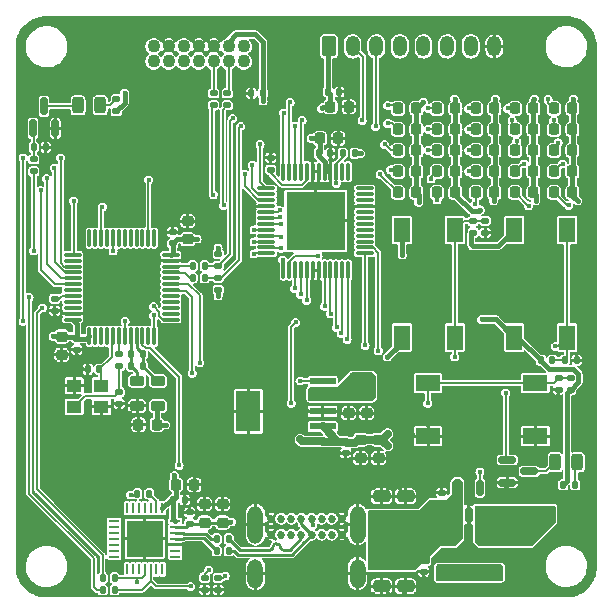
<source format=gtl>
G04 #@! TF.GenerationSoftware,KiCad,Pcbnew,(6.0.0)*
G04 #@! TF.CreationDate,2022-05-24T20:35:50-07:00*
G04 #@! TF.ProjectId,TrackpadLights,54726163-6b70-4616-944c-69676874732e,rev?*
G04 #@! TF.SameCoordinates,Original*
G04 #@! TF.FileFunction,Copper,L1,Top*
G04 #@! TF.FilePolarity,Positive*
%FSLAX46Y46*%
G04 Gerber Fmt 4.6, Leading zero omitted, Abs format (unit mm)*
G04 Created by KiCad (PCBNEW (6.0.0)) date 2022-05-24 20:35:50*
%MOMM*%
%LPD*%
G01*
G04 APERTURE LIST*
G04 Aperture macros list*
%AMRoundRect*
0 Rectangle with rounded corners*
0 $1 Rounding radius*
0 $2 $3 $4 $5 $6 $7 $8 $9 X,Y pos of 4 corners*
0 Add a 4 corners polygon primitive as box body*
4,1,4,$2,$3,$4,$5,$6,$7,$8,$9,$2,$3,0*
0 Add four circle primitives for the rounded corners*
1,1,$1+$1,$2,$3*
1,1,$1+$1,$4,$5*
1,1,$1+$1,$6,$7*
1,1,$1+$1,$8,$9*
0 Add four rect primitives between the rounded corners*
20,1,$1+$1,$2,$3,$4,$5,0*
20,1,$1+$1,$4,$5,$6,$7,0*
20,1,$1+$1,$6,$7,$8,$9,0*
20,1,$1+$1,$8,$9,$2,$3,0*%
G04 Aperture macros list end*
G04 #@! TA.AperFunction,SMDPad,CuDef*
%ADD10RoundRect,0.135000X0.135000X0.185000X-0.135000X0.185000X-0.135000X-0.185000X0.135000X-0.185000X0*%
G04 #@! TD*
G04 #@! TA.AperFunction,SMDPad,CuDef*
%ADD11RoundRect,0.075000X-0.662500X-0.075000X0.662500X-0.075000X0.662500X0.075000X-0.662500X0.075000X0*%
G04 #@! TD*
G04 #@! TA.AperFunction,SMDPad,CuDef*
%ADD12RoundRect,0.075000X-0.075000X-0.662500X0.075000X-0.662500X0.075000X0.662500X-0.075000X0.662500X0*%
G04 #@! TD*
G04 #@! TA.AperFunction,SMDPad,CuDef*
%ADD13R,5.000000X5.000000*%
G04 #@! TD*
G04 #@! TA.AperFunction,SMDPad,CuDef*
%ADD14RoundRect,0.135000X-0.135000X-0.185000X0.135000X-0.185000X0.135000X0.185000X-0.135000X0.185000X0*%
G04 #@! TD*
G04 #@! TA.AperFunction,SMDPad,CuDef*
%ADD15RoundRect,0.135000X-0.185000X0.135000X-0.185000X-0.135000X0.185000X-0.135000X0.185000X0.135000X0*%
G04 #@! TD*
G04 #@! TA.AperFunction,SMDPad,CuDef*
%ADD16RoundRect,0.218750X-0.218750X-0.256250X0.218750X-0.256250X0.218750X0.256250X-0.218750X0.256250X0*%
G04 #@! TD*
G04 #@! TA.AperFunction,SMDPad,CuDef*
%ADD17RoundRect,0.140000X-0.140000X-0.170000X0.140000X-0.170000X0.140000X0.170000X-0.140000X0.170000X0*%
G04 #@! TD*
G04 #@! TA.AperFunction,SMDPad,CuDef*
%ADD18RoundRect,0.250000X-0.625000X0.312500X-0.625000X-0.312500X0.625000X-0.312500X0.625000X0.312500X0*%
G04 #@! TD*
G04 #@! TA.AperFunction,SMDPad,CuDef*
%ADD19RoundRect,0.135000X0.185000X-0.135000X0.185000X0.135000X-0.185000X0.135000X-0.185000X-0.135000X0*%
G04 #@! TD*
G04 #@! TA.AperFunction,SMDPad,CuDef*
%ADD20RoundRect,0.225000X0.250000X-0.225000X0.250000X0.225000X-0.250000X0.225000X-0.250000X-0.225000X0*%
G04 #@! TD*
G04 #@! TA.AperFunction,SMDPad,CuDef*
%ADD21R,2.200000X0.600000*%
G04 #@! TD*
G04 #@! TA.AperFunction,SMDPad,CuDef*
%ADD22R,2.150000X3.450000*%
G04 #@! TD*
G04 #@! TA.AperFunction,SMDPad,CuDef*
%ADD23RoundRect,0.250000X-0.475000X0.250000X-0.475000X-0.250000X0.475000X-0.250000X0.475000X0.250000X0*%
G04 #@! TD*
G04 #@! TA.AperFunction,SMDPad,CuDef*
%ADD24RoundRect,0.225000X-0.250000X0.225000X-0.250000X-0.225000X0.250000X-0.225000X0.250000X0.225000X0*%
G04 #@! TD*
G04 #@! TA.AperFunction,SMDPad,CuDef*
%ADD25R,0.900000X0.254000*%
G04 #@! TD*
G04 #@! TA.AperFunction,SMDPad,CuDef*
%ADD26R,0.254000X0.900000*%
G04 #@! TD*
G04 #@! TA.AperFunction,SMDPad,CuDef*
%ADD27R,3.100000X3.100000*%
G04 #@! TD*
G04 #@! TA.AperFunction,SMDPad,CuDef*
%ADD28RoundRect,0.140000X-0.170000X0.140000X-0.170000X-0.140000X0.170000X-0.140000X0.170000X0.140000X0*%
G04 #@! TD*
G04 #@! TA.AperFunction,SMDPad,CuDef*
%ADD29R,1.300000X1.100000*%
G04 #@! TD*
G04 #@! TA.AperFunction,SMDPad,CuDef*
%ADD30RoundRect,0.075000X0.075000X-0.662500X0.075000X0.662500X-0.075000X0.662500X-0.075000X-0.662500X0*%
G04 #@! TD*
G04 #@! TA.AperFunction,SMDPad,CuDef*
%ADD31RoundRect,0.075000X0.662500X-0.075000X0.662500X0.075000X-0.662500X0.075000X-0.662500X-0.075000X0*%
G04 #@! TD*
G04 #@! TA.AperFunction,SMDPad,CuDef*
%ADD32R,2.100000X1.400000*%
G04 #@! TD*
G04 #@! TA.AperFunction,SMDPad,CuDef*
%ADD33RoundRect,0.140000X0.140000X0.170000X-0.140000X0.170000X-0.140000X-0.170000X0.140000X-0.170000X0*%
G04 #@! TD*
G04 #@! TA.AperFunction,SMDPad,CuDef*
%ADD34RoundRect,0.150000X-0.587500X-0.150000X0.587500X-0.150000X0.587500X0.150000X-0.587500X0.150000X0*%
G04 #@! TD*
G04 #@! TA.AperFunction,SMDPad,CuDef*
%ADD35RoundRect,0.150000X0.150000X-0.512500X0.150000X0.512500X-0.150000X0.512500X-0.150000X-0.512500X0*%
G04 #@! TD*
G04 #@! TA.AperFunction,SMDPad,CuDef*
%ADD36RoundRect,0.140000X0.170000X-0.140000X0.170000X0.140000X-0.170000X0.140000X-0.170000X-0.140000X0*%
G04 #@! TD*
G04 #@! TA.AperFunction,SMDPad,CuDef*
%ADD37RoundRect,0.250000X0.475000X-0.250000X0.475000X0.250000X-0.475000X0.250000X-0.475000X-0.250000X0*%
G04 #@! TD*
G04 #@! TA.AperFunction,SMDPad,CuDef*
%ADD38RoundRect,0.225000X0.225000X0.250000X-0.225000X0.250000X-0.225000X-0.250000X0.225000X-0.250000X0*%
G04 #@! TD*
G04 #@! TA.AperFunction,ComponentPad*
%ADD39C,0.685800*%
G04 #@! TD*
G04 #@! TA.AperFunction,ComponentPad*
%ADD40O,1.300000X2.500000*%
G04 #@! TD*
G04 #@! TA.AperFunction,ComponentPad*
%ADD41O,1.300000X3.200000*%
G04 #@! TD*
G04 #@! TA.AperFunction,SMDPad,CuDef*
%ADD42RoundRect,0.150000X0.150000X-0.587500X0.150000X0.587500X-0.150000X0.587500X-0.150000X-0.587500X0*%
G04 #@! TD*
G04 #@! TA.AperFunction,SMDPad,CuDef*
%ADD43R,1.400000X2.100000*%
G04 #@! TD*
G04 #@! TA.AperFunction,SMDPad,CuDef*
%ADD44RoundRect,0.250000X0.625000X-0.312500X0.625000X0.312500X-0.625000X0.312500X-0.625000X-0.312500X0*%
G04 #@! TD*
G04 #@! TA.AperFunction,SMDPad,CuDef*
%ADD45RoundRect,0.225000X-0.225000X-0.250000X0.225000X-0.250000X0.225000X0.250000X-0.225000X0.250000X0*%
G04 #@! TD*
G04 #@! TA.AperFunction,SMDPad,CuDef*
%ADD46RoundRect,0.243750X-0.243750X-0.456250X0.243750X-0.456250X0.243750X0.456250X-0.243750X0.456250X0*%
G04 #@! TD*
G04 #@! TA.AperFunction,SMDPad,CuDef*
%ADD47RoundRect,0.218750X-0.381250X0.218750X-0.381250X-0.218750X0.381250X-0.218750X0.381250X0.218750X0*%
G04 #@! TD*
G04 #@! TA.AperFunction,SMDPad,CuDef*
%ADD48RoundRect,0.218750X0.381250X-0.218750X0.381250X0.218750X-0.381250X0.218750X-0.381250X-0.218750X0*%
G04 #@! TD*
G04 #@! TA.AperFunction,ComponentPad*
%ADD49RoundRect,0.250000X-0.350000X-0.625000X0.350000X-0.625000X0.350000X0.625000X-0.350000X0.625000X0*%
G04 #@! TD*
G04 #@! TA.AperFunction,ComponentPad*
%ADD50O,1.200000X1.750000*%
G04 #@! TD*
G04 #@! TA.AperFunction,ComponentPad*
%ADD51C,1.100000*%
G04 #@! TD*
G04 #@! TA.AperFunction,ViaPad*
%ADD52C,0.450000*%
G04 #@! TD*
G04 #@! TA.AperFunction,Conductor*
%ADD53C,0.177800*%
G04 #@! TD*
G04 #@! TA.AperFunction,Conductor*
%ADD54C,0.381000*%
G04 #@! TD*
G04 #@! TA.AperFunction,Conductor*
%ADD55C,0.635000*%
G04 #@! TD*
G04 #@! TA.AperFunction,Conductor*
%ADD56C,0.254000*%
G04 #@! TD*
G04 #@! TA.AperFunction,Conductor*
%ADD57C,0.228854*%
G04 #@! TD*
G04 APERTURE END LIST*
D10*
X114085000Y-87027000D03*
X113065000Y-87027000D03*
D11*
X106618500Y-89992000D03*
X106618500Y-90492000D03*
X106618500Y-90992000D03*
X106618500Y-91492000D03*
X106618500Y-91992000D03*
X106618500Y-92492000D03*
X106618500Y-92992000D03*
X106618500Y-93492000D03*
X106618500Y-93992000D03*
X106618500Y-94492000D03*
X106618500Y-94992000D03*
X106618500Y-95492000D03*
D12*
X108031000Y-96904500D03*
X108531000Y-96904500D03*
X109031000Y-96904500D03*
X109531000Y-96904500D03*
X110031000Y-96904500D03*
X110531000Y-96904500D03*
X111031000Y-96904500D03*
X111531000Y-96904500D03*
X112031000Y-96904500D03*
X112531000Y-96904500D03*
X113031000Y-96904500D03*
X113531000Y-96904500D03*
D11*
X114943500Y-95492000D03*
X114943500Y-94992000D03*
X114943500Y-94492000D03*
X114943500Y-93992000D03*
X114943500Y-93492000D03*
X114943500Y-92992000D03*
X114943500Y-92492000D03*
X114943500Y-91992000D03*
X114943500Y-91492000D03*
X114943500Y-90992000D03*
X114943500Y-90492000D03*
X114943500Y-89992000D03*
D12*
X113531000Y-88579500D03*
X113031000Y-88579500D03*
X112531000Y-88579500D03*
X112031000Y-88579500D03*
X111531000Y-88579500D03*
X111031000Y-88579500D03*
X110531000Y-88579500D03*
X110031000Y-88579500D03*
X109531000Y-88579500D03*
X109031000Y-88579500D03*
X108531000Y-88579500D03*
X108031000Y-88579500D03*
D13*
X110781000Y-92742000D03*
D14*
X131734000Y-115094000D03*
X132754000Y-115094000D03*
D15*
X88683000Y-99344000D03*
X88683000Y-100364000D03*
D16*
X127646500Y-84994996D03*
X129221500Y-84994996D03*
D17*
X111825000Y-81820000D03*
X112785000Y-81820000D03*
D18*
X121957000Y-119600500D03*
X121957000Y-122525500D03*
D16*
X127646500Y-83217000D03*
X129221500Y-83217000D03*
D19*
X125132000Y-93760000D03*
X125132000Y-92740000D03*
D16*
X117740492Y-83216996D03*
X119315492Y-83216996D03*
X124344500Y-83217000D03*
X125919500Y-83217000D03*
D20*
X101383000Y-118282000D03*
X101383000Y-116732000D03*
D16*
X124344500Y-84994996D03*
X125919500Y-84994996D03*
D15*
X132371000Y-106047000D03*
X132371000Y-107067000D03*
D21*
X111378500Y-111411000D03*
X111378500Y-110141000D03*
D22*
X105078500Y-108871000D03*
D21*
X111378500Y-108871000D03*
X111378500Y-107601000D03*
X111378500Y-106331000D03*
D16*
X130948492Y-90328996D03*
X132523492Y-90328996D03*
D23*
X118401000Y-121764000D03*
X118401000Y-123664000D03*
D16*
X130948492Y-84994996D03*
X132523492Y-84994996D03*
X121042492Y-88550996D03*
X122617492Y-88550996D03*
D24*
X113575000Y-107461000D03*
X113575000Y-109011000D03*
D25*
X98893000Y-121166000D03*
X98893000Y-120666000D03*
X98893000Y-120166000D03*
X98893000Y-119666000D03*
X98893000Y-119166000D03*
X98893000Y-118666000D03*
X98893000Y-118166000D03*
D26*
X97803000Y-117076000D03*
X97303000Y-117076000D03*
X96803000Y-117076000D03*
X96303000Y-117076000D03*
X95803000Y-117076000D03*
X95303000Y-117076000D03*
X94803000Y-117076000D03*
D25*
X93713000Y-118166000D03*
X93713000Y-118666000D03*
X93713000Y-119166000D03*
X93713000Y-119666000D03*
X93713000Y-120166000D03*
X93713000Y-120666000D03*
X93713000Y-121166000D03*
D26*
X94803000Y-122256000D03*
X95303000Y-122256000D03*
X95803000Y-122256000D03*
X96303000Y-122256000D03*
X96803000Y-122256000D03*
X97303000Y-122256000D03*
X97803000Y-122256000D03*
D27*
X96303000Y-119666000D03*
D28*
X94144000Y-107248000D03*
X94144000Y-108208000D03*
D15*
X101383000Y-122966000D03*
X101383000Y-123986000D03*
D16*
X121042500Y-83217000D03*
X122617500Y-83217000D03*
X117740492Y-88550996D03*
X119315492Y-88550996D03*
D29*
X90327000Y-108501000D03*
X92627000Y-108501000D03*
X92627000Y-106701000D03*
X90327000Y-106701000D03*
D10*
X103417000Y-120682000D03*
X102397000Y-120682000D03*
X132881000Y-104553000D03*
X131861000Y-104553000D03*
D30*
X91620000Y-102521000D03*
X92120000Y-102521000D03*
X92620000Y-102521000D03*
X93120000Y-102521000D03*
X93620000Y-102521000D03*
X94120000Y-102521000D03*
X94620000Y-102521000D03*
X95120000Y-102521000D03*
X95620000Y-102521000D03*
X96120000Y-102521000D03*
X96620000Y-102521000D03*
X97120000Y-102521000D03*
D31*
X98532500Y-101108500D03*
X98532500Y-100608500D03*
X98532500Y-100108500D03*
X98532500Y-99608500D03*
X98532500Y-99108500D03*
X98532500Y-98608500D03*
X98532500Y-98108500D03*
X98532500Y-97608500D03*
X98532500Y-97108500D03*
X98532500Y-96608500D03*
X98532500Y-96108500D03*
X98532500Y-95608500D03*
D30*
X97120000Y-94196000D03*
X96620000Y-94196000D03*
X96120000Y-94196000D03*
X95620000Y-94196000D03*
X95120000Y-94196000D03*
X94620000Y-94196000D03*
X94120000Y-94196000D03*
X93620000Y-94196000D03*
X93120000Y-94196000D03*
X92620000Y-94196000D03*
X92120000Y-94196000D03*
X91620000Y-94196000D03*
D31*
X90207500Y-95608500D03*
X90207500Y-96108500D03*
X90207500Y-96608500D03*
X90207500Y-97108500D03*
X90207500Y-97608500D03*
X90207500Y-98108500D03*
X90207500Y-98608500D03*
X90207500Y-99108500D03*
X90207500Y-99608500D03*
X90207500Y-100108500D03*
X90207500Y-100608500D03*
X90207500Y-101108500D03*
D16*
X127646500Y-86772996D03*
X129221500Y-86772996D03*
D32*
X129394500Y-110994000D03*
X120294500Y-110994000D03*
X129394500Y-106494000D03*
X120294500Y-106494000D03*
D33*
X92465000Y-105315000D03*
X91505000Y-105315000D03*
D20*
X102907000Y-118282000D03*
X102907000Y-116732000D03*
D34*
X126988500Y-113001000D03*
X126988500Y-114901000D03*
X128863500Y-113951000D03*
D23*
X116369000Y-121764000D03*
X116369000Y-123664000D03*
D35*
X122785000Y-117628500D03*
X123735000Y-117628500D03*
X124685000Y-117628500D03*
X124685000Y-115353500D03*
X122785000Y-115353500D03*
D36*
X100113000Y-118368000D03*
X100113000Y-117408000D03*
D15*
X94144000Y-104043000D03*
X94144000Y-105063000D03*
D37*
X118401000Y-117949000D03*
X118401000Y-116049000D03*
D16*
X127646500Y-88550996D03*
X129221500Y-88550996D03*
X127646500Y-90328996D03*
X129221500Y-90328996D03*
D19*
X86905000Y-88553000D03*
X86905000Y-87533000D03*
D24*
X115099000Y-107461000D03*
X115099000Y-109011000D03*
D38*
X97332000Y-110014000D03*
X95782000Y-110014000D03*
D28*
X119925000Y-121472000D03*
X119925000Y-122432000D03*
D39*
X107030009Y-117960004D03*
X107880009Y-117960004D03*
X108730009Y-117960004D03*
X109580009Y-117960004D03*
X110430010Y-117960004D03*
X111280008Y-117960004D03*
X112130009Y-117960004D03*
X112980010Y-117960004D03*
X112980010Y-119310004D03*
X112130009Y-119310004D03*
X111280008Y-119310004D03*
X110430010Y-119310004D03*
X109580009Y-119310004D03*
X108730009Y-119310004D03*
X107880009Y-119310004D03*
X107030009Y-119310004D03*
D40*
X105685008Y-122610005D03*
D41*
X105685008Y-118460003D03*
X114325008Y-118460003D03*
D40*
X114325008Y-122610005D03*
D16*
X117740492Y-84994996D03*
X119315492Y-84994996D03*
D28*
X90560000Y-102704500D03*
X90560000Y-103664500D03*
D16*
X121042492Y-86772996D03*
X122617492Y-86772996D03*
D37*
X116369000Y-117949000D03*
X116369000Y-116049000D03*
D33*
X96148000Y-105061000D03*
X95188000Y-105061000D03*
D10*
X87923000Y-86519000D03*
X86903000Y-86519000D03*
D42*
X86844000Y-84916500D03*
X88744000Y-84916500D03*
X87794000Y-83041500D03*
D16*
X121042492Y-90328996D03*
X122617492Y-90328996D03*
D33*
X106308000Y-81947000D03*
X105348000Y-81947000D03*
D43*
X118056000Y-102626000D03*
X118056000Y-93526000D03*
X122556000Y-102626000D03*
X122556000Y-93526000D03*
D44*
X125640000Y-122525500D03*
X125640000Y-119600500D03*
D45*
X98957000Y-115094000D03*
X100507000Y-115094000D03*
D16*
X117740492Y-86772996D03*
X119315492Y-86772996D03*
D33*
X96148000Y-104045000D03*
X95188000Y-104045000D03*
D15*
X102145000Y-81945000D03*
X102145000Y-82965000D03*
D46*
X131052500Y-113189000D03*
X132927500Y-113189000D03*
D14*
X95666000Y-115856000D03*
X96686000Y-115856000D03*
D16*
X130948492Y-88550996D03*
X132523492Y-88550996D03*
D47*
X95668000Y-106284500D03*
X95668000Y-108409500D03*
D28*
X113321000Y-111439000D03*
X113321000Y-112399000D03*
D16*
X124344500Y-88550996D03*
X125919500Y-88550996D03*
D10*
X101385000Y-97568000D03*
X100365000Y-97568000D03*
D20*
X99958000Y-94307500D03*
X99958000Y-92757500D03*
D16*
X130948492Y-86772996D03*
X132523492Y-86772996D03*
X124344500Y-90328996D03*
X125919500Y-90328996D03*
D14*
X92745000Y-122968000D03*
X93765000Y-122968000D03*
D36*
X98688000Y-94647500D03*
X98688000Y-93687500D03*
D15*
X103288000Y-81945000D03*
X103288000Y-82965000D03*
D16*
X121042492Y-84994996D03*
X122617492Y-84994996D03*
D45*
X111144000Y-85757000D03*
X112694000Y-85757000D03*
D17*
X111063000Y-87027000D03*
X112023000Y-87027000D03*
D16*
X124344500Y-86772996D03*
X125919500Y-86772996D03*
D48*
X97446000Y-108409500D03*
X97446000Y-106284500D03*
D19*
X93890000Y-83473000D03*
X93890000Y-82453000D03*
D45*
X112038000Y-83090000D03*
X113588000Y-83090000D03*
D24*
X116115000Y-111271000D03*
X116115000Y-112821000D03*
D15*
X106971000Y-87406000D03*
X106971000Y-88426000D03*
D17*
X129859000Y-104553000D03*
X130819000Y-104553000D03*
D36*
X131355000Y-107037000D03*
X131355000Y-106077000D03*
D19*
X102526000Y-96554000D03*
X102526000Y-95534000D03*
D43*
X127581000Y-102626000D03*
X127581000Y-93526000D03*
X132081000Y-102626000D03*
X132081000Y-93526000D03*
D15*
X102526000Y-122966000D03*
X102526000Y-123986000D03*
D10*
X101385000Y-96552000D03*
X100365000Y-96552000D03*
D15*
X102526000Y-97566000D03*
X102526000Y-98586000D03*
D16*
X130948492Y-83216996D03*
X132523492Y-83216996D03*
D49*
X111909000Y-77968000D03*
D50*
X113909000Y-77968000D03*
X115909000Y-77968000D03*
X117909000Y-77968000D03*
X119909000Y-77968000D03*
X121909000Y-77968000D03*
X123909000Y-77968000D03*
X125909000Y-77968000D03*
D36*
X121449000Y-116717000D03*
X121449000Y-115757000D03*
D46*
X90666500Y-82963000D03*
X92541500Y-82963000D03*
D24*
X89290000Y-102536500D03*
X89290000Y-104086500D03*
D10*
X103417000Y-119666000D03*
X102397000Y-119666000D03*
D16*
X117740492Y-90328996D03*
X119315492Y-90328996D03*
D14*
X92745000Y-123984000D03*
X93765000Y-123984000D03*
D17*
X98744000Y-116364000D03*
X99704000Y-116364000D03*
D51*
X104685000Y-77979000D03*
X104685000Y-79249000D03*
X103415000Y-77979000D03*
X103415000Y-79249000D03*
X102145000Y-77979000D03*
X102145000Y-79249000D03*
X100875000Y-77979000D03*
X100875000Y-79249000D03*
X99605000Y-77979000D03*
X99605000Y-79249000D03*
X98335000Y-77979000D03*
X98335000Y-79249000D03*
X97065000Y-77979000D03*
X97065000Y-79249000D03*
D24*
X114591000Y-111271000D03*
X114591000Y-112821000D03*
D36*
X124116000Y-93730000D03*
X124116000Y-92770000D03*
D52*
X134239000Y-118745000D03*
X134239000Y-113320284D03*
X134239000Y-107895570D03*
X134239000Y-102470856D03*
X134239000Y-97046142D03*
X134239000Y-91621428D03*
X134239000Y-86196714D03*
X134239000Y-80772000D03*
X97260833Y-75692000D03*
X103589666Y-75692000D03*
X109918499Y-75692000D03*
X116247332Y-75692000D03*
X122576165Y-75692000D03*
X128905000Y-75692000D03*
X90932000Y-75692000D03*
X85725000Y-86487000D03*
X85725000Y-80772000D03*
X100584000Y-120269000D03*
X110871000Y-120523000D03*
X107442000Y-121666000D03*
X126238000Y-110871000D03*
X133477000Y-114427000D03*
X131191000Y-114427000D03*
X132969000Y-109601000D03*
X131191000Y-109601000D03*
X129921000Y-87630000D03*
X129921000Y-89408000D03*
X125349000Y-89408000D03*
X125222000Y-87630000D03*
X125222000Y-85852000D03*
X125222000Y-84074000D03*
X118491000Y-84074000D03*
X118491000Y-85852000D03*
X118491000Y-87630000D03*
X115348607Y-81704064D03*
X116428519Y-81687058D03*
X101473000Y-86106000D03*
X104902000Y-85979000D03*
X104267000Y-96901000D03*
X105029000Y-92583000D03*
X102743000Y-93218000D03*
X97155000Y-92583000D03*
X96012000Y-92329000D03*
X92075000Y-92456000D03*
X89789000Y-93980000D03*
X86868000Y-96647000D03*
X97917000Y-103251000D03*
X98425000Y-105918000D03*
X99822000Y-106807000D03*
X100076000Y-111379000D03*
X98552000Y-111379000D03*
X85725000Y-118999000D03*
X85725000Y-109474000D03*
X85725000Y-102108000D03*
X87757000Y-101981000D03*
X87884000Y-107696000D03*
X89281000Y-116332000D03*
X87376000Y-118110000D03*
X92710000Y-120015000D03*
X91440000Y-121793000D03*
X98552000Y-88900000D03*
X98425000Y-92075000D03*
X93345000Y-92075000D03*
X90932000Y-94742000D03*
X91694000Y-95885000D03*
X96012000Y-99695000D03*
X95631000Y-100711000D03*
X95885000Y-98679000D03*
X91821000Y-98679000D03*
X102870000Y-100457000D03*
X102997000Y-101854000D03*
X108077000Y-104013000D03*
X107950000Y-106299000D03*
X102743000Y-104140000D03*
X102616000Y-106299000D03*
X107696000Y-115824000D03*
X106807000Y-116967000D03*
X104140000Y-122682000D03*
X101600000Y-121412000D03*
X103124000Y-121920000D03*
X102616000Y-112776000D03*
X102616000Y-114046000D03*
X106807000Y-112776000D03*
X106807000Y-114046000D03*
X113792000Y-112903000D03*
X112776000Y-112395000D03*
X114681000Y-113919000D03*
X115824000Y-114046000D03*
X117348000Y-112903000D03*
X117221000Y-114173000D03*
X121793000Y-112776000D03*
X121666000Y-114173000D03*
X129921000Y-85979000D03*
X131953000Y-85852000D03*
X129921000Y-84201000D03*
X131699000Y-84074000D03*
X132969000Y-95250000D03*
X130810000Y-102235000D03*
X132715000Y-100457000D03*
X125349000Y-104394000D03*
X114173000Y-101219000D03*
X114300000Y-97790000D03*
X116713000Y-101219000D03*
X116713000Y-97790000D03*
X121158000Y-101219000D03*
X121666000Y-97536000D03*
X123698000Y-95885000D03*
X128270000Y-97282000D03*
X129413000Y-92075000D03*
X126365000Y-91948000D03*
X121539000Y-89408000D03*
X123952000Y-89408000D03*
X121539000Y-87630000D03*
X123698000Y-87630000D03*
X121539000Y-85852000D03*
X123444000Y-85852000D03*
X121539000Y-84074000D03*
X123444000Y-84074000D03*
X119126000Y-91948000D03*
X121920000Y-95123000D03*
X116840000Y-95885000D03*
X115443000Y-89281000D03*
X115824000Y-86868000D03*
X115383386Y-84193776D03*
X114935000Y-85471000D03*
X106553000Y-83566000D03*
X106426000Y-85344000D03*
X115316000Y-79502000D03*
X118618000Y-80010000D03*
X120523000Y-79502000D03*
X119253000Y-81661000D03*
X120904000Y-81915000D03*
X107569000Y-79375000D03*
X107569000Y-82550000D03*
X96139000Y-80645000D03*
X99314000Y-83185000D03*
X92837000Y-89662000D03*
X90805000Y-85598000D03*
X107315000Y-98679000D03*
X109474000Y-111252000D03*
X95631000Y-123317000D03*
X100203000Y-123698000D03*
X126873000Y-107315000D03*
X109474000Y-106299000D03*
X120269000Y-108204000D03*
X108712000Y-108204000D03*
X109093000Y-101346000D03*
X96647000Y-89281000D03*
X112522000Y-89567011D03*
X116459000Y-91948000D03*
X105537000Y-91567000D03*
X110363000Y-92075000D03*
X108966000Y-93599000D03*
X112903000Y-91948000D03*
X95250000Y-120650000D03*
X97155000Y-120650000D03*
X97155000Y-118745000D03*
X95250000Y-118745000D03*
X131064000Y-103378000D03*
X100330000Y-105664000D03*
X122555000Y-104267000D03*
X100965000Y-104775000D03*
X101727000Y-122301000D03*
X103124000Y-122809000D03*
X101092000Y-114427000D03*
X103505000Y-116078000D03*
X101473000Y-115951000D03*
X100330000Y-116713000D03*
X95123000Y-115951000D03*
X103632000Y-118237000D03*
X98806000Y-114300000D03*
X121666000Y-110871000D03*
X118999000Y-110871000D03*
X128016000Y-110998000D03*
X130810000Y-110490000D03*
X131318000Y-107569000D03*
X133477000Y-104521000D03*
X124079000Y-94869000D03*
X124841000Y-101092000D03*
X116840000Y-104267000D03*
X118110000Y-95631000D03*
X94615000Y-81915000D03*
X115607000Y-106585000D03*
X102526000Y-95028000D03*
X115099000Y-105823000D03*
X113829000Y-105823000D03*
X114591000Y-87027000D03*
X88556000Y-102521000D03*
X113194000Y-106585000D03*
X102526000Y-99092000D03*
X106336000Y-82582000D03*
X114337000Y-106585000D03*
X98081000Y-110014000D03*
X110400000Y-85757000D03*
X100748000Y-94266000D03*
X111289000Y-83217000D03*
X89445000Y-84995000D03*
X114337000Y-108998000D03*
X103669000Y-108871000D03*
X106971000Y-86900000D03*
X98716000Y-93123000D03*
X113575000Y-109760000D03*
X106463000Y-110522000D03*
X92620000Y-109379000D03*
X87921000Y-85884000D03*
X116877000Y-115348000D03*
X110019000Y-108871000D03*
X103669000Y-110522000D03*
X121449000Y-115221000D03*
X119925000Y-122968000D03*
X89953000Y-104680000D03*
X90969000Y-105315000D03*
X115607000Y-115348000D03*
X115861000Y-108998000D03*
X118274000Y-124365000D03*
X123735000Y-116618000D03*
X105320000Y-82582000D03*
X114337000Y-83217000D03*
X115099000Y-109760000D03*
X117893000Y-115348000D03*
X95033000Y-108998000D03*
X89318000Y-106712000D03*
X106463000Y-107220000D03*
X123735000Y-118523000D03*
X110236000Y-87376000D03*
X91440000Y-100711000D03*
X88683000Y-104680000D03*
X119163000Y-115348000D03*
X100748000Y-92742000D03*
X112066131Y-87563057D03*
X94144000Y-108744000D03*
X113448000Y-85630000D03*
X115607000Y-124365000D03*
X119290000Y-124365000D03*
X116877000Y-124365000D03*
X106463000Y-108871000D03*
X95033000Y-110014000D03*
X113411000Y-81693000D03*
X90588000Y-104172000D03*
X112813000Y-108871000D03*
X126910000Y-115475000D03*
X103669000Y-107220000D03*
X88683000Y-100870000D03*
X94652000Y-101251000D03*
X86016000Y-87408000D03*
X86016000Y-101251000D03*
X119925000Y-119285000D03*
X119290000Y-120555000D03*
X120560000Y-120555000D03*
X118020000Y-120555000D03*
X115480000Y-120555000D03*
X117385000Y-119285000D03*
X116115000Y-119285000D03*
X116750000Y-120555000D03*
X118655000Y-119285000D03*
X128180000Y-119920000D03*
X119888000Y-82677000D03*
X116877000Y-111792000D03*
X132588000Y-82423000D03*
X129413000Y-91059000D03*
X126275000Y-118650000D03*
X129450000Y-117380000D03*
X127545000Y-118650000D03*
X130720000Y-117380000D03*
X129286000Y-82423000D03*
X126910000Y-117380000D03*
X128815000Y-118650000D03*
X128180000Y-117380000D03*
X116877000Y-110776000D03*
X125984000Y-82423000D03*
X124714000Y-91821000D03*
X125005000Y-118650000D03*
X122555000Y-82423000D03*
X132969000Y-91059000D03*
X130085000Y-118650000D03*
X125640000Y-117380000D03*
X119507000Y-91186000D03*
X125857000Y-91059000D03*
X110527000Y-118523000D03*
X109638000Y-84233000D03*
X114718000Y-84233000D03*
X103759000Y-84074000D03*
X115861000Y-84741000D03*
X104431000Y-84741000D03*
X109003000Y-84741000D03*
X89191000Y-87408000D03*
X88646000Y-88265000D03*
X88011000Y-89154000D03*
X87503000Y-90170000D03*
X116877000Y-82963000D03*
X108622000Y-82709000D03*
X116877000Y-84487000D03*
X108065200Y-83598000D03*
X116623000Y-86265000D03*
X106082000Y-86265000D03*
X105410000Y-88011000D03*
X117131000Y-88424000D03*
X116242000Y-88805000D03*
X104775000Y-88773000D03*
X120306000Y-83217000D03*
X107733000Y-91853000D03*
X120306000Y-84995000D03*
X107759358Y-92454325D03*
X107869308Y-93046100D03*
X120306000Y-86773000D03*
X105574000Y-93504000D03*
X120560000Y-89186000D03*
X121068000Y-90964000D03*
X107860000Y-94139000D03*
X105574000Y-94520000D03*
X123735000Y-83217000D03*
X107860000Y-95070611D03*
X123735000Y-84995000D03*
X123735000Y-86773000D03*
X105574000Y-95536000D03*
X107987000Y-96044000D03*
X123735000Y-88551000D03*
X110983371Y-95738371D03*
X124243000Y-91345000D03*
X127037000Y-83217000D03*
X109003000Y-98457000D03*
X127418000Y-84233000D03*
X109511000Y-98965000D03*
X127799000Y-86011000D03*
X110019000Y-99473000D03*
X128434000Y-87916000D03*
X111543000Y-99981000D03*
X128815000Y-91472000D03*
X112051000Y-100616000D03*
X130466000Y-82455000D03*
X112559000Y-101759000D03*
X130931800Y-84233000D03*
X112940000Y-102267000D03*
X131312800Y-86138000D03*
X113448000Y-102775000D03*
X131693800Y-87916000D03*
X114972000Y-103283000D03*
X132207000Y-91440000D03*
X116078000Y-103759000D03*
X102997000Y-91440000D03*
X92710000Y-91567000D03*
X90297000Y-91059000D03*
X102108000Y-90551000D03*
X97065000Y-100743000D03*
X87630000Y-100108000D03*
X97065000Y-99981000D03*
X86524000Y-99219000D03*
X93636000Y-95282000D03*
X86905000Y-95282000D03*
X124685000Y-114017000D03*
X99224000Y-113443000D03*
D53*
X103542000Y-95538000D02*
X102526000Y-96554000D01*
X103759000Y-84074000D02*
X103542000Y-84291000D01*
X103542000Y-84291000D02*
X103542000Y-95538000D01*
X92745000Y-121061000D02*
X92745000Y-122968000D01*
X87159000Y-115475000D02*
X92745000Y-121061000D01*
X87159000Y-100579000D02*
X87159000Y-115475000D01*
X87630000Y-100108000D02*
X87159000Y-100579000D01*
D54*
X94615000Y-82748000D02*
X93890000Y-83473000D01*
X94615000Y-81915000D02*
X94615000Y-82748000D01*
D53*
X88683000Y-88302000D02*
X88683000Y-96268136D01*
X89523364Y-97108500D02*
X90207500Y-97108500D01*
X88646000Y-88265000D02*
X88683000Y-88302000D01*
X88683000Y-96268136D02*
X89523364Y-97108500D01*
X89231500Y-97608500D02*
X90207500Y-97608500D01*
X88048000Y-96425000D02*
X89231500Y-97608500D01*
X88048000Y-89191000D02*
X88048000Y-96425000D01*
X88011000Y-89154000D02*
X88048000Y-89191000D01*
X90334000Y-95482000D02*
X90207500Y-95608500D01*
X90334000Y-91096000D02*
X90334000Y-95482000D01*
X90297000Y-91059000D02*
X90334000Y-91096000D01*
X87540000Y-96933000D02*
X88715500Y-98108500D01*
X87503000Y-90170000D02*
X87540000Y-90207000D01*
X87540000Y-90207000D02*
X87540000Y-96933000D01*
X88715500Y-98108500D02*
X90207500Y-98108500D01*
X102907000Y-91350000D02*
X102907000Y-83346000D01*
X102997000Y-91440000D02*
X102907000Y-91350000D01*
X102907000Y-83346000D02*
X103288000Y-82965000D01*
X102018000Y-83092000D02*
X102145000Y-82965000D01*
X102018000Y-90461000D02*
X102018000Y-83092000D01*
X102108000Y-90551000D02*
X102018000Y-90461000D01*
X96647000Y-89281000D02*
X96620000Y-89308000D01*
X96620000Y-89308000D02*
X96620000Y-94196000D01*
X92620000Y-91657000D02*
X92710000Y-91567000D01*
X92620000Y-94196000D02*
X92620000Y-91657000D01*
D55*
X109633000Y-111411000D02*
X109474000Y-111252000D01*
X111378500Y-111411000D02*
X109633000Y-111411000D01*
D53*
X95980000Y-122968000D02*
X96049000Y-122968000D01*
X95631000Y-123317000D02*
X95631000Y-123063000D01*
X93765000Y-122968000D02*
X95980000Y-122968000D01*
X97287000Y-123698000D02*
X100203000Y-123698000D01*
X96803000Y-123214000D02*
X97287000Y-123698000D01*
D54*
X132097580Y-107340420D02*
X132097580Y-114730420D01*
X132371000Y-107067000D02*
X132097580Y-107340420D01*
X132097580Y-114730420D02*
X131734000Y-115094000D01*
D53*
X126873000Y-107315000D02*
X126873000Y-112885500D01*
X126873000Y-112885500D02*
X126988500Y-113001000D01*
X120269000Y-106519500D02*
X120294500Y-106494000D01*
X120269000Y-108204000D02*
X120269000Y-106519500D01*
X109506000Y-106331000D02*
X109474000Y-106299000D01*
X111378500Y-106331000D02*
X109506000Y-106331000D01*
X108712000Y-101727000D02*
X108712000Y-108204000D01*
X109093000Y-101346000D02*
X108712000Y-101727000D01*
X105934364Y-90992000D02*
X106618500Y-90992000D01*
X104775000Y-88773000D02*
X104775000Y-89832636D01*
X104775000Y-89832636D02*
X105934364Y-90992000D01*
X105934364Y-90492000D02*
X106618500Y-90492000D01*
X105410000Y-89967636D02*
X105934364Y-90492000D01*
X105410000Y-88011000D02*
X105410000Y-89967636D01*
X112531000Y-89558011D02*
X112522000Y-89567011D01*
X112531000Y-88579500D02*
X112531000Y-89558011D01*
X113065000Y-87361364D02*
X113065000Y-87027000D01*
X112531000Y-87895364D02*
X113065000Y-87361364D01*
X112531000Y-88579500D02*
X112531000Y-87895364D01*
D54*
X104013000Y-76962000D02*
X103415000Y-77560000D01*
X105664000Y-76962000D02*
X104013000Y-76962000D01*
X106308000Y-77606000D02*
X105664000Y-76962000D01*
X106308000Y-81947000D02*
X106308000Y-77606000D01*
X103415000Y-77560000D02*
X103415000Y-77979000D01*
D53*
X100965000Y-99060000D02*
X100013500Y-98108500D01*
X100965000Y-104775000D02*
X100965000Y-99060000D01*
X100013500Y-98108500D02*
X98532500Y-98108500D01*
D54*
X118056000Y-103051000D02*
X118056000Y-102626000D01*
X116840000Y-104267000D02*
X118056000Y-103051000D01*
D53*
X131329000Y-103378000D02*
X132081000Y-102626000D01*
X131064000Y-103378000D02*
X131329000Y-103378000D01*
X100330000Y-99187000D02*
X100330000Y-105664000D01*
X99822000Y-98679000D02*
X100330000Y-99187000D01*
X98603000Y-98679000D02*
X99822000Y-98679000D01*
X98532500Y-98608500D02*
X98603000Y-98679000D01*
X122555000Y-102627000D02*
X122556000Y-102626000D01*
X122555000Y-104267000D02*
X122555000Y-102627000D01*
X101383000Y-122966000D02*
X101383000Y-122645000D01*
X101383000Y-122645000D02*
X101727000Y-122301000D01*
X102967000Y-122966000D02*
X103124000Y-122809000D01*
X102526000Y-122966000D02*
X102967000Y-122966000D01*
D56*
X95571000Y-115951000D02*
X95666000Y-115856000D01*
X95123000Y-115951000D02*
X95571000Y-115951000D01*
X103587000Y-118282000D02*
X103632000Y-118237000D01*
X102907000Y-118282000D02*
X103587000Y-118282000D01*
X101383000Y-118282000D02*
X102907000Y-118282000D01*
X100113000Y-118368000D02*
X101297000Y-118368000D01*
X101297000Y-118368000D02*
X101383000Y-118282000D01*
X99815000Y-118666000D02*
X100113000Y-118368000D01*
X98893000Y-118666000D02*
X99815000Y-118666000D01*
D54*
X98744000Y-118017000D02*
X98893000Y-118166000D01*
X98744000Y-116364000D02*
X98744000Y-118017000D01*
X98515000Y-116364000D02*
X97803000Y-117076000D01*
X98744000Y-116364000D02*
X98515000Y-116364000D01*
X98957000Y-116151000D02*
X98744000Y-116364000D01*
X98957000Y-115094000D02*
X98957000Y-116151000D01*
X98806000Y-114943000D02*
X98957000Y-115094000D01*
X98806000Y-114300000D02*
X98806000Y-114943000D01*
X133033420Y-106404580D02*
X132371000Y-107067000D01*
X133033420Y-105714247D02*
X133033420Y-106404580D01*
X130556756Y-105283000D02*
X132602173Y-105283000D01*
X129859000Y-104585244D02*
X130556756Y-105283000D01*
X129859000Y-104553000D02*
X129859000Y-104585244D01*
X132602173Y-105283000D02*
X133033420Y-105714247D01*
X127581000Y-102626000D02*
X127932000Y-102626000D01*
X127932000Y-102626000D02*
X129859000Y-104553000D01*
X126047000Y-101092000D02*
X127581000Y-102626000D01*
X124841000Y-101092000D02*
X126047000Y-101092000D01*
X126238000Y-94869000D02*
X127581000Y-93526000D01*
X124079000Y-94869000D02*
X126238000Y-94869000D01*
X123952000Y-93894000D02*
X124116000Y-93730000D01*
X123952000Y-94742000D02*
X123952000Y-93894000D01*
X124079000Y-94869000D02*
X123952000Y-94742000D01*
X118110000Y-95631000D02*
X118110000Y-93580000D01*
X118110000Y-93580000D02*
X118056000Y-93526000D01*
X97332000Y-108523500D02*
X97446000Y-108409500D01*
X97332000Y-110014000D02*
X97332000Y-108523500D01*
X91436500Y-102704500D02*
X91620000Y-102521000D01*
X111144000Y-85757000D02*
X111144000Y-86946000D01*
X98081000Y-110014000D02*
X97332000Y-110014000D01*
X111825000Y-81820000D02*
X111825000Y-78052000D01*
X98688000Y-94647500D02*
X98688000Y-95453000D01*
X112038000Y-82033000D02*
X111825000Y-81820000D01*
X111531000Y-87751679D02*
X111531000Y-88579500D01*
X98688000Y-95453000D02*
X98532500Y-95608500D01*
X88556000Y-102521000D02*
X89274500Y-102521000D01*
X110400000Y-85757000D02*
X111144000Y-85757000D01*
X90392000Y-102536500D02*
X90560000Y-102704500D01*
X112038000Y-83090000D02*
X112038000Y-82033000D01*
X99958000Y-94307500D02*
X99028000Y-94307500D01*
X89274500Y-102521000D02*
X89290000Y-102536500D01*
X111289000Y-83217000D02*
X111416000Y-83090000D01*
X99028000Y-94307500D02*
X98688000Y-94647500D01*
X106336000Y-82582000D02*
X106308000Y-82554000D01*
X111063000Y-87027000D02*
X111063000Y-87283679D01*
X90560000Y-102704500D02*
X90560000Y-101461000D01*
X102526000Y-99092000D02*
X102526000Y-98586000D01*
X111416000Y-83090000D02*
X112038000Y-83090000D01*
X114591000Y-87027000D02*
X114085000Y-87027000D01*
X111825000Y-78052000D02*
X111909000Y-77968000D01*
X99999500Y-94266000D02*
X99958000Y-94307500D01*
X111144000Y-86946000D02*
X111063000Y-87027000D01*
X102526000Y-95028000D02*
X102526000Y-95534000D01*
X111063000Y-87283679D02*
X111531000Y-87751679D01*
X90560000Y-101461000D02*
X90207500Y-101108500D01*
X90560000Y-102704500D02*
X91436500Y-102704500D01*
X106308000Y-82554000D02*
X106308000Y-81947000D01*
X100748000Y-94266000D02*
X99999500Y-94266000D01*
X89290000Y-102536500D02*
X90392000Y-102536500D01*
D53*
X129394500Y-106494000D02*
X130938000Y-106494000D01*
X132341000Y-106077000D02*
X132371000Y-106047000D01*
X130938000Y-106494000D02*
X131355000Y-106077000D01*
X94652000Y-101251000D02*
X94652000Y-102489000D01*
X129394500Y-106494000D02*
X120294500Y-106494000D01*
X131355000Y-106077000D02*
X132341000Y-106077000D01*
X94652000Y-102489000D02*
X94620000Y-102521000D01*
X86016000Y-87408000D02*
X86016000Y-101251000D01*
X132081000Y-102626000D02*
X132081000Y-104333000D01*
X132081000Y-104333000D02*
X131861000Y-104553000D01*
X131861000Y-104553000D02*
X130819000Y-104553000D01*
X132081000Y-93526000D02*
X132081000Y-102626000D01*
X125132000Y-92740000D02*
X124146000Y-92740000D01*
X122556000Y-93526000D02*
X122556000Y-102626000D01*
X124146000Y-92740000D02*
X124116000Y-92770000D01*
X123312000Y-92770000D02*
X122556000Y-93526000D01*
X124116000Y-92770000D02*
X123312000Y-92770000D01*
D56*
X96148000Y-105061000D02*
X96148000Y-104045000D01*
X97446000Y-106284500D02*
X97371500Y-106284500D01*
X95620000Y-103517000D02*
X95620000Y-102521000D01*
X96148000Y-104045000D02*
X95620000Y-103517000D01*
X97371500Y-106284500D02*
X96148000Y-105061000D01*
X95668000Y-105541000D02*
X95188000Y-105061000D01*
X95668000Y-106284500D02*
X95668000Y-105541000D01*
X95188000Y-105061000D02*
X95188000Y-104045000D01*
X95188000Y-104045000D02*
X95188000Y-102589000D01*
X95188000Y-102589000D02*
X95120000Y-102521000D01*
D55*
X116115000Y-111271000D02*
X114591000Y-111271000D01*
D54*
X119507000Y-91186000D02*
X119507000Y-90520504D01*
X132523492Y-90328996D02*
X132523492Y-90613492D01*
X125984000Y-82423000D02*
X125984000Y-90264496D01*
X122617492Y-90521933D02*
X122617492Y-90328996D01*
X129286000Y-82423000D02*
X129221500Y-82487500D01*
X119507000Y-90520504D02*
X119315492Y-90328996D01*
X132523492Y-90613492D02*
X132969000Y-91059000D01*
X129413000Y-90520496D02*
X129221500Y-90328996D01*
D55*
X116877000Y-111792000D02*
X116356000Y-111271000D01*
D54*
X129221500Y-82487500D02*
X129221500Y-90328996D01*
D55*
X116382000Y-111271000D02*
X116115000Y-111271000D01*
X113321000Y-111439000D02*
X111406500Y-111439000D01*
D54*
X124714000Y-91821000D02*
X124622589Y-91912411D01*
X122617492Y-90328996D02*
X122617492Y-88550996D01*
X122617500Y-83217000D02*
X122617500Y-82485500D01*
D55*
X116356000Y-111271000D02*
X116115000Y-111271000D01*
D54*
X122617492Y-83217008D02*
X122617500Y-83217000D01*
X132588000Y-82423000D02*
X132588000Y-88180102D01*
X132523492Y-88244610D02*
X132523492Y-90328996D01*
D55*
X112676500Y-111439000D02*
X111378500Y-110141000D01*
D54*
X125857000Y-90391496D02*
X125919500Y-90328996D01*
D55*
X113321000Y-111439000D02*
X112676500Y-111439000D01*
D54*
X132588000Y-88180102D02*
X132523492Y-88244610D01*
D55*
X111406500Y-111439000D02*
X111378500Y-111411000D01*
D54*
X119888000Y-82677000D02*
X119855488Y-82677000D01*
D55*
X114591000Y-111271000D02*
X114350000Y-111271000D01*
D54*
X122617492Y-88550996D02*
X122617492Y-83217008D01*
X124622589Y-91912411D02*
X124007970Y-91912411D01*
X119855488Y-82677000D02*
X119315492Y-83216996D01*
X122617500Y-82485500D02*
X122555000Y-82423000D01*
D55*
X113420000Y-111538000D02*
X113321000Y-111439000D01*
X114350000Y-111271000D02*
X114083000Y-111538000D01*
D54*
X124007970Y-91912411D02*
X122617492Y-90521933D01*
D55*
X116877000Y-110776000D02*
X116382000Y-111271000D01*
D54*
X125857000Y-91059000D02*
X125857000Y-90391496D01*
X119315492Y-83216996D02*
X119315492Y-90328996D01*
X129413000Y-91059000D02*
X129413000Y-90520496D01*
D55*
X114083000Y-111538000D02*
X113420000Y-111538000D01*
D54*
X125984000Y-90264496D02*
X125919500Y-90328996D01*
D53*
X92465000Y-105315000D02*
X93510820Y-104269180D01*
X93510820Y-102630180D02*
X93620000Y-102521000D01*
X92627000Y-106701000D02*
X92627000Y-105477000D01*
X93510820Y-104269180D02*
X93510820Y-102630180D01*
X92627000Y-105477000D02*
X92465000Y-105315000D01*
X91227000Y-107601000D02*
X90327000Y-108501000D01*
X94144000Y-105063000D02*
X94144000Y-107248000D01*
X93763000Y-107601000D02*
X91227000Y-107601000D01*
X94144000Y-107248000D02*
X94116000Y-107248000D01*
X94116000Y-107248000D02*
X93763000Y-107601000D01*
D57*
X103893825Y-120682000D02*
X103417000Y-120682000D01*
X109832365Y-119919242D02*
X109820772Y-119919242D01*
X110430010Y-119310004D02*
X110189247Y-119550767D01*
X110189247Y-119550767D02*
X110189247Y-119562360D01*
X109820772Y-119919242D02*
X108740387Y-120999627D01*
X109580009Y-117960004D02*
X109580009Y-118448410D01*
X108740387Y-120999627D02*
X104211452Y-120999627D01*
X110430010Y-119298411D02*
X110430010Y-119310004D01*
X104211452Y-120999627D02*
X103893825Y-120682000D01*
X110189247Y-119562360D02*
X109832365Y-119919242D01*
X109580009Y-118448410D02*
X110430010Y-119298411D01*
X103417000Y-119666000D02*
X104369373Y-120618373D01*
X109580009Y-119620830D02*
X109580009Y-119310004D01*
X108582466Y-120618373D02*
X109580009Y-119620830D01*
X104369373Y-120618373D02*
X106907373Y-120618373D01*
X108107373Y-120618373D02*
X108582466Y-120618373D01*
X108054785Y-120618373D02*
X108107373Y-120618373D01*
X110430010Y-118426010D02*
X110527000Y-118523000D01*
X107454785Y-120070961D02*
X107507373Y-120070961D01*
X110430010Y-117960004D02*
X110430010Y-118426010D01*
X107181079Y-120344667D02*
G75*
G02*
X106907373Y-120618373I-273707J1D01*
G01*
X107781079Y-120344667D02*
G75*
G03*
X107507373Y-120070961I-273707J-1D01*
G01*
X107454785Y-120070961D02*
G75*
G03*
X107181079Y-120344667I1J-273707D01*
G01*
X108054785Y-120618373D02*
G75*
G02*
X107781079Y-120344667I1J273707D01*
G01*
D53*
X103288000Y-81945000D02*
X103415000Y-81818000D01*
X103415000Y-81818000D02*
X103415000Y-79249000D01*
X102145000Y-81945000D02*
X102145000Y-79249000D01*
X114802811Y-84148189D02*
X114718000Y-84233000D01*
X102526000Y-96554000D02*
X101387000Y-96554000D01*
X113909000Y-77968000D02*
X114802811Y-78861811D01*
X109638000Y-84233000D02*
X109531000Y-84340000D01*
X114802811Y-78861811D02*
X114802811Y-84148189D01*
X109531000Y-84340000D02*
X109531000Y-88579500D01*
X101387000Y-96554000D02*
X101385000Y-96552000D01*
X104304000Y-84868000D02*
X104304000Y-96044000D01*
X115909000Y-84693000D02*
X115861000Y-84741000D01*
X104431000Y-84741000D02*
X104304000Y-84868000D01*
X115909000Y-77968000D02*
X115909000Y-84693000D01*
X109003000Y-84741000D02*
X109003000Y-88551500D01*
X101385000Y-97568000D02*
X102524000Y-97568000D01*
X102524000Y-97568000D02*
X102526000Y-97566000D01*
X102782000Y-97566000D02*
X102526000Y-97566000D01*
X104304000Y-96044000D02*
X102782000Y-97566000D01*
X109003000Y-88551500D02*
X109031000Y-88579500D01*
X90207500Y-96608500D02*
X89501500Y-96608500D01*
X89501500Y-96608500D02*
X89191000Y-96298000D01*
X89191000Y-96298000D02*
X89191000Y-87408000D01*
X87794000Y-83041500D02*
X90588000Y-83041500D01*
X90588000Y-83041500D02*
X90666500Y-82963000D01*
X92541500Y-82963000D02*
X93380000Y-82963000D01*
X93380000Y-82963000D02*
X93890000Y-82453000D01*
X130290500Y-113951000D02*
X131052500Y-113189000D01*
X128863500Y-113951000D02*
X130290500Y-113951000D01*
X132927500Y-113189000D02*
X132754000Y-113362500D01*
X132754000Y-113362500D02*
X132754000Y-115094000D01*
X117486496Y-82963000D02*
X117740492Y-83216996D01*
X108531000Y-82800000D02*
X108622000Y-82709000D01*
X116877000Y-82963000D02*
X117486496Y-82963000D01*
X108531000Y-88579500D02*
X108531000Y-82800000D01*
X116877000Y-84487000D02*
X117232496Y-84487000D01*
X108031000Y-88579500D02*
X108031000Y-83632200D01*
X108031000Y-83632200D02*
X108065200Y-83598000D01*
X117232496Y-84487000D02*
X117740492Y-84994996D01*
X106082000Y-89455500D02*
X106618500Y-89992000D01*
X117130996Y-86772996D02*
X116623000Y-86265000D01*
X106082000Y-86265000D02*
X106082000Y-89455500D01*
X117740492Y-86772996D02*
X117130996Y-86772996D01*
X117131000Y-88424000D02*
X117613496Y-88424000D01*
X117613496Y-88424000D02*
X117740492Y-88550996D01*
X116242000Y-88805000D02*
X116242000Y-88830504D01*
X116242000Y-88830504D02*
X117740492Y-90328996D01*
X107733000Y-91853000D02*
X107594000Y-91992000D01*
X107594000Y-91992000D02*
X106618500Y-91992000D01*
X120306000Y-83217000D02*
X121042500Y-83217000D01*
X107759358Y-92454325D02*
X107721683Y-92492000D01*
X121042488Y-84995000D02*
X121042492Y-84994996D01*
X107721683Y-92492000D02*
X106618500Y-92492000D01*
X120306000Y-84995000D02*
X121042488Y-84995000D01*
X106618500Y-92992000D02*
X107815208Y-92992000D01*
X107815208Y-92992000D02*
X107869308Y-93046100D01*
X120306004Y-86772996D02*
X120306000Y-86773000D01*
X121042492Y-86772996D02*
X120306004Y-86772996D01*
X105586000Y-93492000D02*
X105574000Y-93504000D01*
X120560000Y-89186000D02*
X120560000Y-89033488D01*
X120560000Y-89033488D02*
X121042492Y-88550996D01*
X106618500Y-93492000D02*
X105586000Y-93492000D01*
X121042492Y-90328996D02*
X121042492Y-90938492D01*
X121042492Y-90938492D02*
X121068000Y-90964000D01*
X107860000Y-94139000D02*
X107713000Y-93992000D01*
X107713000Y-93992000D02*
X106618500Y-93992000D01*
X123735000Y-83217000D02*
X124344500Y-83217000D01*
X106618500Y-94492000D02*
X105602000Y-94492000D01*
X105602000Y-94492000D02*
X105574000Y-94520000D01*
X124344500Y-84994996D02*
X123735004Y-84994996D01*
X107860000Y-95070611D02*
X106697111Y-95070611D01*
X123735004Y-84994996D02*
X123735000Y-84995000D01*
X106697111Y-95070611D02*
X106618500Y-94992000D01*
X123735000Y-86773000D02*
X124344496Y-86773000D01*
X124344496Y-86773000D02*
X124344500Y-86772996D01*
X106618500Y-95492000D02*
X105618000Y-95492000D01*
X105618000Y-95492000D02*
X105574000Y-95536000D01*
X123735004Y-88550996D02*
X123735000Y-88551000D01*
X107987000Y-96860500D02*
X108031000Y-96904500D01*
X107987000Y-96044000D02*
X107987000Y-96860500D01*
X124344500Y-88550996D02*
X123735004Y-88550996D01*
X110983371Y-95738371D02*
X109012993Y-95738371D01*
X108531000Y-96220364D02*
X108531000Y-96904500D01*
X124344500Y-91243500D02*
X124243000Y-91345000D01*
X124344500Y-90328996D02*
X124344500Y-91243500D01*
X109012993Y-95738371D02*
X108531000Y-96220364D01*
X109031000Y-98231000D02*
X109031000Y-98342821D01*
X127037000Y-83217000D02*
X127646500Y-83217000D01*
X109031000Y-96904500D02*
X109031000Y-98231000D01*
X109003000Y-98457000D02*
X109031000Y-98429000D01*
X109031000Y-98429000D02*
X109031000Y-98231000D01*
X109031000Y-98342821D02*
X109033358Y-98345179D01*
X127418000Y-84766496D02*
X127646500Y-84994996D01*
X109531000Y-98945000D02*
X109511000Y-98965000D01*
X109531000Y-96904500D02*
X109531000Y-98945000D01*
X127418000Y-84233000D02*
X127418000Y-84766496D01*
X110031000Y-96904500D02*
X110031000Y-99461000D01*
X127799000Y-86011000D02*
X127799000Y-86620496D01*
X127799000Y-86620496D02*
X127646500Y-86772996D01*
X110031000Y-99461000D02*
X110019000Y-99473000D01*
X111531000Y-96904500D02*
X111531000Y-99969000D01*
X128434000Y-87916000D02*
X128281496Y-87916000D01*
X111531000Y-99969000D02*
X111543000Y-99981000D01*
X128281496Y-87916000D02*
X127646500Y-88550996D01*
X128789504Y-91472000D02*
X127646500Y-90328996D01*
X112031000Y-96904500D02*
X112031000Y-100596000D01*
X112031000Y-100596000D02*
X112051000Y-100616000D01*
X128815000Y-91472000D02*
X128789504Y-91472000D01*
X112531000Y-101731000D02*
X112559000Y-101759000D01*
X130466000Y-82734504D02*
X130948492Y-83216996D01*
X112531000Y-96904500D02*
X112531000Y-101731000D01*
X130466000Y-82455000D02*
X130466000Y-82734504D01*
X113031000Y-102176000D02*
X113031000Y-96904500D01*
X130931800Y-84978304D02*
X130948492Y-84994996D01*
X130931800Y-84233000D02*
X130931800Y-84978304D01*
X112940000Y-102267000D02*
X113031000Y-102176000D01*
X113531000Y-102692000D02*
X113448000Y-102775000D01*
X131312800Y-86138000D02*
X131312800Y-86408688D01*
X131312800Y-86408688D02*
X130948492Y-86772996D01*
X113531000Y-96904500D02*
X113531000Y-102692000D01*
X114943500Y-95492000D02*
X114943500Y-103254500D01*
X131693800Y-87916000D02*
X131583488Y-87916000D01*
X114943500Y-103254500D02*
X114972000Y-103283000D01*
X131583488Y-87916000D02*
X130948492Y-88550996D01*
X115627636Y-94992000D02*
X116078000Y-95442364D01*
X116078000Y-95442364D02*
X116078000Y-103759000D01*
X132059496Y-91440000D02*
X130948492Y-90328996D01*
X114943500Y-94992000D02*
X115627636Y-94992000D01*
X132207000Y-91440000D02*
X132059496Y-91440000D01*
X86903000Y-84975500D02*
X86844000Y-84916500D01*
X86903000Y-86519000D02*
X86903000Y-84975500D01*
X86905000Y-86521000D02*
X86903000Y-86519000D01*
X86905000Y-87533000D02*
X86905000Y-86521000D01*
D57*
X102397000Y-119666000D02*
X101920175Y-119666000D01*
X101479548Y-119225373D02*
X99627374Y-119225373D01*
X99627374Y-119225373D02*
X99568001Y-119166000D01*
X101920175Y-119666000D02*
X101479548Y-119225373D01*
X99568001Y-119166000D02*
X98893000Y-119166000D01*
X102397000Y-120682000D02*
X101321627Y-119606627D01*
X99627374Y-119606627D02*
X99568001Y-119666000D01*
X101321627Y-119606627D02*
X99627374Y-119606627D01*
X99568001Y-119666000D02*
X98893000Y-119666000D01*
D53*
X98611000Y-97187000D02*
X98532500Y-97108500D01*
X99732000Y-97187000D02*
X98611000Y-97187000D01*
X100113000Y-97568000D02*
X99732000Y-97187000D01*
X100365000Y-97568000D02*
X100113000Y-97568000D01*
X100365000Y-96552000D02*
X98589000Y-96552000D01*
X98589000Y-96552000D02*
X98532500Y-96608500D01*
X88683000Y-99344000D02*
X89066000Y-99344000D01*
X89318000Y-99092000D02*
X90191000Y-99092000D01*
X90191000Y-99092000D02*
X90207500Y-99108500D01*
X89066000Y-99344000D02*
X89318000Y-99092000D01*
X94120000Y-104019000D02*
X94144000Y-104043000D01*
X94120000Y-102521000D02*
X94120000Y-104019000D01*
X97120000Y-100798000D02*
X97065000Y-100743000D01*
X97120000Y-102521000D02*
X97120000Y-100798000D01*
X96303000Y-122714000D02*
X96303000Y-122256000D01*
X96049000Y-122968000D02*
X96303000Y-122714000D01*
X92239000Y-123984000D02*
X92745000Y-123984000D01*
X97554180Y-100470180D02*
X97065000Y-99981000D01*
X98532500Y-101108500D02*
X97848364Y-101108500D01*
X91985000Y-121317000D02*
X91985000Y-123730000D01*
X97554180Y-100814316D02*
X97554180Y-100470180D01*
X97848364Y-101108500D02*
X97554180Y-100814316D01*
X86524000Y-99219000D02*
X86524000Y-115856000D01*
X86524000Y-115856000D02*
X91985000Y-121317000D01*
X91985000Y-123730000D02*
X92239000Y-123984000D01*
X96803000Y-123214000D02*
X96811000Y-123222000D01*
X93765000Y-123984000D02*
X96049000Y-123984000D01*
X96803000Y-122256000D02*
X96803000Y-123214000D01*
X96049000Y-123984000D02*
X96811000Y-123222000D01*
X97303000Y-116473000D02*
X97303000Y-117076000D01*
X96686000Y-115856000D02*
X97303000Y-116473000D01*
X93636000Y-94212000D02*
X93620000Y-94196000D01*
X93636000Y-95282000D02*
X93636000Y-94212000D01*
X86905000Y-88553000D02*
X86905000Y-95282000D01*
X106971000Y-88703636D02*
X106971000Y-88426000D01*
X109600636Y-89694000D02*
X107961364Y-89694000D01*
X110031000Y-88579500D02*
X110031000Y-89263636D01*
X107961364Y-89694000D02*
X106971000Y-88703636D01*
X110031000Y-89263636D02*
X109600636Y-89694000D01*
X96773320Y-103499320D02*
X96392320Y-103499320D01*
X96120000Y-103227000D02*
X96120000Y-102521000D01*
X99224000Y-113443000D02*
X99224000Y-105950000D01*
X96392320Y-103499320D02*
X96120000Y-103227000D01*
X124685000Y-115353500D02*
X124685000Y-114017000D01*
X99224000Y-105950000D02*
X96773320Y-103499320D01*
G04 #@! TA.AperFunction,Conductor*
G36*
X131074138Y-116889593D02*
G01*
X131099858Y-116934142D01*
X131101000Y-116947200D01*
X131101000Y-118237852D01*
X131083407Y-118286190D01*
X131078974Y-118291026D01*
X129091026Y-120278974D01*
X129044406Y-120300714D01*
X129037852Y-120301000D01*
X124655148Y-120301000D01*
X124606810Y-120283407D01*
X124601974Y-120278974D01*
X124265026Y-119942026D01*
X124243286Y-119895406D01*
X124243000Y-119888852D01*
X124243000Y-116947200D01*
X124260593Y-116898862D01*
X124305142Y-116873142D01*
X124318200Y-116872000D01*
X131025800Y-116872000D01*
X131074138Y-116889593D01*
G37*
G04 #@! TD.AperFunction*
G04 #@! TA.AperFunction,Conductor*
G36*
X115624190Y-105586593D02*
G01*
X115629026Y-105591026D01*
X115838974Y-105800974D01*
X115860714Y-105847594D01*
X115861000Y-105854148D01*
X115861000Y-107696852D01*
X115843407Y-107745190D01*
X115838974Y-107750026D01*
X115629026Y-107959974D01*
X115582406Y-107981714D01*
X115575852Y-107982000D01*
X110304148Y-107982000D01*
X110255810Y-107964407D01*
X110250974Y-107959974D01*
X110168026Y-107877026D01*
X110146286Y-107830406D01*
X110146000Y-107823852D01*
X110146000Y-106997148D01*
X110163593Y-106948810D01*
X110168026Y-106943974D01*
X110250974Y-106861026D01*
X110297594Y-106839286D01*
X110304148Y-106839000D01*
X112559000Y-106839000D01*
X113806974Y-105591026D01*
X113853594Y-105569286D01*
X113860148Y-105569000D01*
X115575852Y-105569000D01*
X115624190Y-105586593D01*
G37*
G04 #@! TD.AperFunction*
G04 #@! TA.AperFunction,Conductor*
G36*
X126546190Y-121842593D02*
G01*
X126551026Y-121847026D01*
X126633974Y-121929974D01*
X126655714Y-121976594D01*
X126656000Y-121983148D01*
X126656000Y-123063852D01*
X126638407Y-123112190D01*
X126633974Y-123117026D01*
X126551026Y-123199974D01*
X126504406Y-123221714D01*
X126497852Y-123222000D01*
X121099148Y-123222000D01*
X121050810Y-123204407D01*
X121045974Y-123199974D01*
X120963026Y-123117026D01*
X120941286Y-123070406D01*
X120941000Y-123063852D01*
X120941000Y-121983148D01*
X120958593Y-121934810D01*
X120963026Y-121929974D01*
X121045974Y-121847026D01*
X121092594Y-121825286D01*
X121099148Y-121825000D01*
X126497852Y-121825000D01*
X126546190Y-121842593D01*
G37*
G04 #@! TD.AperFunction*
G04 #@! TA.AperFunction,Conductor*
G36*
X122990190Y-114603593D02*
G01*
X122995026Y-114608026D01*
X123204974Y-114817974D01*
X123226714Y-114864594D01*
X123227000Y-114871148D01*
X123227000Y-119634852D01*
X123209407Y-119683190D01*
X123204974Y-119688026D01*
X122614026Y-120278974D01*
X122567406Y-120300714D01*
X122560852Y-120301000D01*
X121322000Y-120301000D01*
X120433000Y-121190000D01*
X120433000Y-121667453D01*
X120415407Y-121715791D01*
X120411698Y-121719894D01*
X120331576Y-121802241D01*
X120285257Y-121824617D01*
X120277678Y-121825000D01*
X119671000Y-121825000D01*
X119185026Y-122310974D01*
X119138406Y-122332714D01*
X119131852Y-122333000D01*
X115301200Y-122333000D01*
X115252862Y-122315407D01*
X115227142Y-122270858D01*
X115226000Y-122257800D01*
X115226000Y-117328200D01*
X115243593Y-117279862D01*
X115288142Y-117254142D01*
X115301200Y-117253000D01*
X119544000Y-117253000D01*
X120410974Y-116386026D01*
X120457594Y-116364286D01*
X120464148Y-116364000D01*
X121830000Y-116364000D01*
X122338000Y-115856000D01*
X122338000Y-114871148D01*
X122355593Y-114822810D01*
X122360026Y-114817974D01*
X122569974Y-114608026D01*
X122616594Y-114586286D01*
X122623148Y-114586000D01*
X122941852Y-114586000D01*
X122990190Y-114603593D01*
G37*
G04 #@! TD.AperFunction*
G04 #@! TA.AperFunction,Conductor*
G36*
X131975862Y-75381926D02*
G01*
X132000000Y-75385749D01*
X132014187Y-75383502D01*
X132030166Y-75382694D01*
X132289021Y-75397231D01*
X132297394Y-75398175D01*
X132578625Y-75445958D01*
X132586840Y-75447833D01*
X132860940Y-75526800D01*
X132868900Y-75529585D01*
X133132439Y-75638747D01*
X133140037Y-75642406D01*
X133389700Y-75780390D01*
X133396840Y-75784877D01*
X133629477Y-75949941D01*
X133636070Y-75955199D01*
X133848763Y-76145274D01*
X133854726Y-76151237D01*
X134044801Y-76363930D01*
X134050059Y-76370523D01*
X134215123Y-76603160D01*
X134219610Y-76610300D01*
X134357594Y-76859963D01*
X134361253Y-76867561D01*
X134470415Y-77131100D01*
X134473200Y-77139059D01*
X134550258Y-77406532D01*
X134552166Y-77413156D01*
X134554042Y-77421375D01*
X134593050Y-77650957D01*
X134601825Y-77702603D01*
X134602769Y-77710979D01*
X134610071Y-77841000D01*
X134617306Y-77969833D01*
X134616498Y-77985813D01*
X134614251Y-78000000D01*
X134615177Y-78005846D01*
X134618074Y-78024137D01*
X134619000Y-78035901D01*
X134619000Y-121964099D01*
X134618074Y-121975862D01*
X134614251Y-122000000D01*
X134615177Y-122005845D01*
X134616498Y-122014185D01*
X134617306Y-122030166D01*
X134603777Y-122271078D01*
X134602769Y-122289018D01*
X134601825Y-122297394D01*
X134559182Y-122548378D01*
X134554043Y-122578622D01*
X134552167Y-122586840D01*
X134477529Y-122845913D01*
X134473200Y-122860940D01*
X134470415Y-122868900D01*
X134361253Y-123132439D01*
X134357594Y-123140037D01*
X134219610Y-123389700D01*
X134215123Y-123396840D01*
X134050059Y-123629477D01*
X134044801Y-123636070D01*
X134039746Y-123641726D01*
X133854726Y-123848763D01*
X133848763Y-123854726D01*
X133636070Y-124044801D01*
X133629477Y-124050059D01*
X133396840Y-124215123D01*
X133389700Y-124219610D01*
X133140037Y-124357594D01*
X133132439Y-124361253D01*
X132868900Y-124470415D01*
X132860941Y-124473200D01*
X132586840Y-124552167D01*
X132578625Y-124554042D01*
X132297394Y-124601825D01*
X132289021Y-124602769D01*
X132030166Y-124617306D01*
X132014187Y-124616498D01*
X132000000Y-124614251D01*
X131977864Y-124617757D01*
X131975863Y-124618074D01*
X131964099Y-124619000D01*
X88035901Y-124619000D01*
X88024137Y-124618074D01*
X88022136Y-124617757D01*
X88000000Y-124614251D01*
X87985813Y-124616498D01*
X87969834Y-124617306D01*
X87710979Y-124602769D01*
X87702606Y-124601825D01*
X87421375Y-124554042D01*
X87413160Y-124552167D01*
X87139059Y-124473200D01*
X87131100Y-124470415D01*
X86867561Y-124361253D01*
X86859963Y-124357594D01*
X86610300Y-124219610D01*
X86603160Y-124215123D01*
X86370523Y-124050059D01*
X86363930Y-124044801D01*
X86151237Y-123854726D01*
X86145274Y-123848763D01*
X85960254Y-123641726D01*
X85955199Y-123636070D01*
X85949941Y-123629477D01*
X85784877Y-123396840D01*
X85780390Y-123389700D01*
X85642406Y-123140037D01*
X85638747Y-123132439D01*
X85529585Y-122868900D01*
X85526800Y-122860940D01*
X85522471Y-122845913D01*
X85447833Y-122586840D01*
X85445957Y-122578622D01*
X85440819Y-122548378D01*
X85398175Y-122297394D01*
X85397231Y-122289018D01*
X85396224Y-122271078D01*
X85387027Y-122107322D01*
X86245466Y-122107322D01*
X86245843Y-122110092D01*
X86245843Y-122110093D01*
X86271717Y-122300218D01*
X86280599Y-122365480D01*
X86353506Y-122615610D01*
X86354672Y-122618139D01*
X86354673Y-122618142D01*
X86373278Y-122658499D01*
X86462582Y-122852216D01*
X86464108Y-122854544D01*
X86464110Y-122854547D01*
X86490278Y-122894459D01*
X86605434Y-123070100D01*
X86778921Y-123264476D01*
X86781066Y-123266260D01*
X86781067Y-123266261D01*
X86849105Y-123322847D01*
X86979234Y-123431074D01*
X87201971Y-123566235D01*
X87204550Y-123567316D01*
X87204551Y-123567317D01*
X87350730Y-123628615D01*
X87442239Y-123666988D01*
X87694761Y-123731120D01*
X87748046Y-123736486D01*
X87909275Y-123752721D01*
X87909283Y-123752721D01*
X87911156Y-123752910D01*
X88066142Y-123752910D01*
X88067524Y-123752807D01*
X88067532Y-123752807D01*
X88257044Y-123738724D01*
X88257049Y-123738723D01*
X88259824Y-123738517D01*
X88441419Y-123697426D01*
X88511211Y-123681634D01*
X88511213Y-123681633D01*
X88513937Y-123681017D01*
X88516538Y-123680006D01*
X88516543Y-123680004D01*
X88754166Y-123587597D01*
X88756761Y-123586588D01*
X88768696Y-123579767D01*
X88980537Y-123458690D01*
X88980538Y-123458689D01*
X88982960Y-123457305D01*
X89001260Y-123442879D01*
X89185373Y-123297735D01*
X89187565Y-123296007D01*
X89307158Y-123168876D01*
X89364167Y-123108274D01*
X89364169Y-123108271D01*
X89366081Y-123106239D01*
X89514587Y-122892169D01*
X89629820Y-122658499D01*
X89630669Y-122655845D01*
X89630672Y-122655839D01*
X89708398Y-122413020D01*
X89708399Y-122413018D01*
X89709248Y-122410364D01*
X89751128Y-122153214D01*
X89751693Y-122110093D01*
X89753449Y-121975863D01*
X89754538Y-121892698D01*
X89750846Y-121865565D01*
X89719781Y-121637303D01*
X89719405Y-121634540D01*
X89646498Y-121384410D01*
X89642918Y-121376643D01*
X89599113Y-121281623D01*
X89537422Y-121147804D01*
X89521496Y-121123512D01*
X89465298Y-121037797D01*
X89394570Y-120929920D01*
X89221083Y-120735544D01*
X89020770Y-120568946D01*
X88798033Y-120433785D01*
X88783959Y-120427883D01*
X88587238Y-120345391D01*
X88557765Y-120333032D01*
X88305243Y-120268900D01*
X88251958Y-120263534D01*
X88090729Y-120247299D01*
X88090721Y-120247299D01*
X88088848Y-120247110D01*
X87933862Y-120247110D01*
X87932480Y-120247213D01*
X87932472Y-120247213D01*
X87742960Y-120261296D01*
X87742955Y-120261297D01*
X87740180Y-120261503D01*
X87600984Y-120293000D01*
X87488793Y-120318386D01*
X87488791Y-120318387D01*
X87486067Y-120319003D01*
X87483466Y-120320014D01*
X87483461Y-120320016D01*
X87344074Y-120374221D01*
X87243243Y-120413432D01*
X87240831Y-120414811D01*
X87240828Y-120414812D01*
X87043418Y-120527641D01*
X87017044Y-120542715D01*
X87014855Y-120544441D01*
X87014853Y-120544442D01*
X86968609Y-120580898D01*
X86812439Y-120704013D01*
X86802379Y-120714707D01*
X86643418Y-120883688D01*
X86633923Y-120893781D01*
X86485417Y-121107851D01*
X86370184Y-121341521D01*
X86369335Y-121344175D01*
X86369332Y-121344181D01*
X86317707Y-121505459D01*
X86290756Y-121589656D01*
X86248876Y-121846806D01*
X86248840Y-121849593D01*
X86248839Y-121849599D01*
X86247731Y-121934258D01*
X86245466Y-122107322D01*
X85387027Y-122107322D01*
X85382694Y-122030166D01*
X85383502Y-122014185D01*
X85384823Y-122005845D01*
X85385749Y-122000000D01*
X85381926Y-121975862D01*
X85381000Y-121964099D01*
X85381000Y-101251000D01*
X85633389Y-101251000D01*
X85634315Y-101256847D01*
X85636782Y-101272422D01*
X85652115Y-101369233D01*
X85672659Y-101409553D01*
X85703207Y-101469506D01*
X85706461Y-101475893D01*
X85791107Y-101560539D01*
X85796383Y-101563227D01*
X85796384Y-101563228D01*
X85831684Y-101581214D01*
X85897767Y-101614885D01*
X85910818Y-101616952D01*
X86004427Y-101631778D01*
X86016000Y-101633611D01*
X86027574Y-101631778D01*
X86121182Y-101616952D01*
X86134233Y-101614885D01*
X86139508Y-101612197D01*
X86139509Y-101612197D01*
X86172861Y-101595204D01*
X86223917Y-101588936D01*
X86267058Y-101616952D01*
X86282200Y-101662208D01*
X86282200Y-115847690D01*
X86282097Y-115851626D01*
X86279841Y-115894671D01*
X86282674Y-115902051D01*
X86289318Y-115919360D01*
X86292669Y-115930673D01*
X86296525Y-115948810D01*
X86296526Y-115948813D01*
X86298170Y-115956546D01*
X86302817Y-115962942D01*
X86302818Y-115962944D01*
X86303849Y-115964363D01*
X86313215Y-115981613D01*
X86313846Y-115983256D01*
X86316679Y-115990636D01*
X86335381Y-116009338D01*
X86343045Y-116018311D01*
X86358590Y-116039707D01*
X86366963Y-116044541D01*
X86382533Y-116056490D01*
X91721174Y-121395131D01*
X91742914Y-121441751D01*
X91743200Y-121448305D01*
X91743200Y-123721690D01*
X91743097Y-123725626D01*
X91740841Y-123768671D01*
X91743674Y-123776051D01*
X91750318Y-123793360D01*
X91753669Y-123804673D01*
X91757525Y-123822810D01*
X91757526Y-123822813D01*
X91759170Y-123830546D01*
X91763817Y-123836942D01*
X91763818Y-123836944D01*
X91764849Y-123838363D01*
X91774215Y-123855613D01*
X91774846Y-123857256D01*
X91777679Y-123864636D01*
X91796381Y-123883338D01*
X91804045Y-123892311D01*
X91819590Y-123913707D01*
X91827963Y-123918541D01*
X91843533Y-123930490D01*
X92062142Y-124149099D01*
X92064852Y-124151954D01*
X92093698Y-124183991D01*
X92110162Y-124191321D01*
X92117861Y-124194749D01*
X92128231Y-124200380D01*
X92143778Y-124210476D01*
X92143780Y-124210477D01*
X92150411Y-124214783D01*
X92158219Y-124216020D01*
X92158220Y-124216020D01*
X92159952Y-124216294D01*
X92178776Y-124221870D01*
X92180382Y-124222585D01*
X92180384Y-124222585D01*
X92187604Y-124225800D01*
X92214054Y-124225800D01*
X92225818Y-124226726D01*
X92244131Y-124229627D01*
X92244133Y-124229627D01*
X92251938Y-124230863D01*
X92259571Y-124228818D01*
X92267467Y-124228404D01*
X92267651Y-124231917D01*
X92304106Y-124235124D01*
X92341015Y-124272735D01*
X92368624Y-124334893D01*
X92373535Y-124339795D01*
X92373536Y-124339797D01*
X92439615Y-124405760D01*
X92444529Y-124410665D01*
X92450879Y-124413472D01*
X92450880Y-124413473D01*
X92504281Y-124437081D01*
X92542621Y-124454031D01*
X92548239Y-124454686D01*
X92565066Y-124456648D01*
X92565067Y-124456648D01*
X92567228Y-124456900D01*
X92922772Y-124456900D01*
X92924979Y-124456637D01*
X92924986Y-124456637D01*
X92942270Y-124454580D01*
X92947876Y-124453913D01*
X93045893Y-124410376D01*
X93050795Y-124405465D01*
X93050797Y-124405464D01*
X93116760Y-124339385D01*
X93116761Y-124339384D01*
X93121665Y-124334471D01*
X93129859Y-124315938D01*
X93162743Y-124241554D01*
X93165031Y-124236379D01*
X93167900Y-124211772D01*
X93342100Y-124211772D01*
X93342363Y-124213979D01*
X93342363Y-124213986D01*
X93344050Y-124228159D01*
X93345087Y-124236876D01*
X93388624Y-124334893D01*
X93393535Y-124339795D01*
X93393536Y-124339797D01*
X93459615Y-124405760D01*
X93464529Y-124410665D01*
X93470879Y-124413472D01*
X93470880Y-124413473D01*
X93524281Y-124437081D01*
X93562621Y-124454031D01*
X93568239Y-124454686D01*
X93585066Y-124456648D01*
X93585067Y-124456648D01*
X93587228Y-124456900D01*
X93942772Y-124456900D01*
X93944979Y-124456637D01*
X93944986Y-124456637D01*
X93962270Y-124454580D01*
X93967876Y-124453913D01*
X94065893Y-124410376D01*
X94070795Y-124405465D01*
X94070797Y-124405464D01*
X94136760Y-124339385D01*
X94136761Y-124339384D01*
X94141665Y-124334471D01*
X94169905Y-124270593D01*
X94205541Y-124233497D01*
X94238683Y-124225800D01*
X96040690Y-124225800D01*
X96044627Y-124225903D01*
X96087671Y-124228159D01*
X96102192Y-124222585D01*
X96112360Y-124218682D01*
X96123673Y-124215331D01*
X96141810Y-124211475D01*
X96141813Y-124211474D01*
X96149546Y-124209830D01*
X96155942Y-124205183D01*
X96155944Y-124205182D01*
X96157363Y-124204151D01*
X96174613Y-124194785D01*
X96176256Y-124194154D01*
X96176257Y-124194154D01*
X96183636Y-124191321D01*
X96202338Y-124172619D01*
X96211311Y-124164955D01*
X96216039Y-124161520D01*
X96216111Y-124161468D01*
X100910600Y-124161468D01*
X100910863Y-124165910D01*
X100912915Y-124183155D01*
X100915873Y-124193915D01*
X100954227Y-124280263D01*
X100961955Y-124291507D01*
X101027902Y-124357340D01*
X101039166Y-124365052D01*
X101125572Y-124403252D01*
X101136352Y-124406190D01*
X101153142Y-124408148D01*
X101157480Y-124408400D01*
X101242741Y-124408400D01*
X101252898Y-124404703D01*
X101256000Y-124399331D01*
X101256000Y-124395141D01*
X101510000Y-124395141D01*
X101513697Y-124405298D01*
X101519069Y-124408400D01*
X101608468Y-124408400D01*
X101612910Y-124408137D01*
X101630155Y-124406085D01*
X101640915Y-124403127D01*
X101727263Y-124364773D01*
X101738507Y-124357045D01*
X101804340Y-124291098D01*
X101812052Y-124279834D01*
X101850252Y-124193428D01*
X101853190Y-124182648D01*
X101855148Y-124165858D01*
X101855400Y-124161520D01*
X101855400Y-124161468D01*
X102053600Y-124161468D01*
X102053863Y-124165910D01*
X102055915Y-124183155D01*
X102058873Y-124193915D01*
X102097227Y-124280263D01*
X102104955Y-124291507D01*
X102170902Y-124357340D01*
X102182166Y-124365052D01*
X102268572Y-124403252D01*
X102279352Y-124406190D01*
X102296142Y-124408148D01*
X102300480Y-124408400D01*
X102385741Y-124408400D01*
X102395898Y-124404703D01*
X102399000Y-124399331D01*
X102399000Y-124395141D01*
X102653000Y-124395141D01*
X102656697Y-124405298D01*
X102662069Y-124408400D01*
X102751468Y-124408400D01*
X102755910Y-124408137D01*
X102773155Y-124406085D01*
X102783915Y-124403127D01*
X102870263Y-124364773D01*
X102881507Y-124357045D01*
X102947340Y-124291098D01*
X102955052Y-124279834D01*
X102993252Y-124193428D01*
X102996190Y-124182648D01*
X102998148Y-124165858D01*
X102998400Y-124161520D01*
X102998400Y-124126259D01*
X102994703Y-124116102D01*
X102989331Y-124113000D01*
X102666259Y-124113000D01*
X102656102Y-124116697D01*
X102653000Y-124122069D01*
X102653000Y-124395141D01*
X102399000Y-124395141D01*
X102399000Y-124126259D01*
X102395303Y-124116102D01*
X102389931Y-124113000D01*
X102066859Y-124113000D01*
X102056702Y-124116697D01*
X102053600Y-124122069D01*
X102053600Y-124161468D01*
X101855400Y-124161468D01*
X101855400Y-124126259D01*
X101851703Y-124116102D01*
X101846331Y-124113000D01*
X101523259Y-124113000D01*
X101513102Y-124116697D01*
X101510000Y-124122069D01*
X101510000Y-124395141D01*
X101256000Y-124395141D01*
X101256000Y-124126259D01*
X101252303Y-124116102D01*
X101246931Y-124113000D01*
X100923859Y-124113000D01*
X100913702Y-124116697D01*
X100910600Y-124122069D01*
X100910600Y-124161468D01*
X96216111Y-124161468D01*
X96232707Y-124149410D01*
X96237541Y-124141037D01*
X96249490Y-124125467D01*
X96757826Y-123617131D01*
X96804446Y-123595391D01*
X96854133Y-123608705D01*
X96864174Y-123617131D01*
X97110142Y-123863099D01*
X97112853Y-123865955D01*
X97132274Y-123887524D01*
X97141698Y-123897991D01*
X97148920Y-123901206D01*
X97148921Y-123901207D01*
X97165862Y-123908749D01*
X97176232Y-123914379D01*
X97189343Y-123922893D01*
X97198411Y-123928782D01*
X97206214Y-123930018D01*
X97206217Y-123930019D01*
X97207950Y-123930293D01*
X97226774Y-123935869D01*
X97228336Y-123936564D01*
X97235604Y-123939800D01*
X97262055Y-123939800D01*
X97273819Y-123940726D01*
X97292132Y-123943627D01*
X97292134Y-123943627D01*
X97299938Y-123944863D01*
X97307570Y-123942818D01*
X97307571Y-123942818D01*
X97309272Y-123942362D01*
X97328735Y-123939800D01*
X99879220Y-123939800D01*
X99927558Y-123957393D01*
X99932394Y-123961826D01*
X99978107Y-124007539D01*
X100084767Y-124061885D01*
X100203000Y-124080611D01*
X100321233Y-124061885D01*
X100427893Y-124007539D01*
X100512539Y-123922893D01*
X100551850Y-123845741D01*
X100910600Y-123845741D01*
X100914297Y-123855898D01*
X100919669Y-123859000D01*
X101242741Y-123859000D01*
X101252898Y-123855303D01*
X101256000Y-123849931D01*
X101256000Y-123845741D01*
X101510000Y-123845741D01*
X101513697Y-123855898D01*
X101519069Y-123859000D01*
X101842141Y-123859000D01*
X101852298Y-123855303D01*
X101855400Y-123849931D01*
X101855400Y-123845741D01*
X102053600Y-123845741D01*
X102057297Y-123855898D01*
X102062669Y-123859000D01*
X102385741Y-123859000D01*
X102395898Y-123855303D01*
X102399000Y-123849931D01*
X102399000Y-123845741D01*
X102653000Y-123845741D01*
X102656697Y-123855898D01*
X102662069Y-123859000D01*
X102985141Y-123859000D01*
X102995298Y-123855303D01*
X102998400Y-123849931D01*
X102998400Y-123810532D01*
X102998137Y-123806090D01*
X102996085Y-123788845D01*
X102993127Y-123778085D01*
X102954773Y-123691737D01*
X102947045Y-123680493D01*
X102881098Y-123614660D01*
X102869834Y-123606948D01*
X102783428Y-123568748D01*
X102772648Y-123565810D01*
X102755858Y-123563852D01*
X102751520Y-123563600D01*
X102666259Y-123563600D01*
X102656102Y-123567297D01*
X102653000Y-123572669D01*
X102653000Y-123845741D01*
X102399000Y-123845741D01*
X102399000Y-123576859D01*
X102395303Y-123566702D01*
X102389931Y-123563600D01*
X102300532Y-123563600D01*
X102296090Y-123563863D01*
X102278845Y-123565915D01*
X102268085Y-123568873D01*
X102181737Y-123607227D01*
X102170493Y-123614955D01*
X102104660Y-123680902D01*
X102096948Y-123692166D01*
X102058748Y-123778572D01*
X102055810Y-123789352D01*
X102053852Y-123806142D01*
X102053600Y-123810480D01*
X102053600Y-123845741D01*
X101855400Y-123845741D01*
X101855400Y-123810532D01*
X101855137Y-123806090D01*
X101853085Y-123788845D01*
X101850127Y-123778085D01*
X101811773Y-123691737D01*
X101804045Y-123680493D01*
X101738098Y-123614660D01*
X101726834Y-123606948D01*
X101640428Y-123568748D01*
X101629648Y-123565810D01*
X101612858Y-123563852D01*
X101608520Y-123563600D01*
X101523259Y-123563600D01*
X101513102Y-123567297D01*
X101510000Y-123572669D01*
X101510000Y-123845741D01*
X101256000Y-123845741D01*
X101256000Y-123576859D01*
X101252303Y-123566702D01*
X101246931Y-123563600D01*
X101157532Y-123563600D01*
X101153090Y-123563863D01*
X101135845Y-123565915D01*
X101125085Y-123568873D01*
X101038737Y-123607227D01*
X101027493Y-123614955D01*
X100961660Y-123680902D01*
X100953948Y-123692166D01*
X100915748Y-123778572D01*
X100912810Y-123789352D01*
X100910852Y-123806142D01*
X100910600Y-123810480D01*
X100910600Y-123845741D01*
X100551850Y-123845741D01*
X100566885Y-123816233D01*
X100585611Y-123698000D01*
X100566885Y-123579767D01*
X100512539Y-123473107D01*
X100427893Y-123388461D01*
X100418634Y-123383743D01*
X100378187Y-123363135D01*
X100321233Y-123334115D01*
X100256087Y-123323797D01*
X100208847Y-123316315D01*
X100203000Y-123315389D01*
X100197153Y-123316315D01*
X100149913Y-123323797D01*
X100084767Y-123334115D01*
X100027813Y-123363135D01*
X99987367Y-123383743D01*
X99978107Y-123388461D01*
X99932394Y-123434174D01*
X99885774Y-123455914D01*
X99879220Y-123456200D01*
X97418305Y-123456200D01*
X97369967Y-123438607D01*
X97365131Y-123434174D01*
X97074729Y-123143772D01*
X100910100Y-123143772D01*
X100910363Y-123145979D01*
X100910363Y-123145986D01*
X100912130Y-123160832D01*
X100913087Y-123168876D01*
X100956624Y-123266893D01*
X100961535Y-123271795D01*
X100961536Y-123271797D01*
X101027615Y-123337760D01*
X101032529Y-123342665D01*
X101038879Y-123345472D01*
X101038880Y-123345473D01*
X101080982Y-123364086D01*
X101130621Y-123386031D01*
X101136239Y-123386686D01*
X101153066Y-123388648D01*
X101153067Y-123388648D01*
X101155228Y-123388900D01*
X101610772Y-123388900D01*
X101612979Y-123388637D01*
X101612986Y-123388637D01*
X101630270Y-123386580D01*
X101635876Y-123385913D01*
X101733893Y-123342376D01*
X101738795Y-123337465D01*
X101738797Y-123337464D01*
X101804760Y-123271385D01*
X101804761Y-123271384D01*
X101809665Y-123266471D01*
X101813690Y-123257368D01*
X101847980Y-123179804D01*
X101853031Y-123168379D01*
X101855900Y-123143772D01*
X102053100Y-123143772D01*
X102053363Y-123145979D01*
X102053363Y-123145986D01*
X102055130Y-123160832D01*
X102056087Y-123168876D01*
X102099624Y-123266893D01*
X102104535Y-123271795D01*
X102104536Y-123271797D01*
X102170615Y-123337760D01*
X102175529Y-123342665D01*
X102181879Y-123345472D01*
X102181880Y-123345473D01*
X102223982Y-123364086D01*
X102273621Y-123386031D01*
X102279239Y-123386686D01*
X102296066Y-123388648D01*
X102296067Y-123388648D01*
X102298228Y-123388900D01*
X102753772Y-123388900D01*
X102755979Y-123388637D01*
X102755986Y-123388637D01*
X102773270Y-123386580D01*
X102778876Y-123385913D01*
X102876893Y-123342376D01*
X102881795Y-123337465D01*
X102881797Y-123337464D01*
X102947760Y-123271385D01*
X102947761Y-123271384D01*
X102952665Y-123266471D01*
X102956690Y-123257368D01*
X102958551Y-123253158D01*
X104882608Y-123253158D01*
X104882844Y-123257368D01*
X104897128Y-123384715D01*
X104898981Y-123392875D01*
X104955417Y-123554935D01*
X104959026Y-123562469D01*
X105049965Y-123708000D01*
X105055156Y-123714551D01*
X105176083Y-123836324D01*
X105182585Y-123841552D01*
X105327481Y-123933507D01*
X105334995Y-123937172D01*
X105496664Y-123994739D01*
X105504791Y-123996645D01*
X105544843Y-124001421D01*
X105555364Y-123998953D01*
X105558008Y-123995419D01*
X105558008Y-123990262D01*
X105812008Y-123990262D01*
X105815705Y-124000419D01*
X105819681Y-124002715D01*
X105854218Y-123999085D01*
X105862385Y-123997289D01*
X106024832Y-123941988D01*
X106032397Y-123938429D01*
X106178563Y-123848507D01*
X106185142Y-123843367D01*
X106307755Y-123723295D01*
X106313034Y-123716823D01*
X106406001Y-123572566D01*
X106409711Y-123565092D01*
X106468405Y-123403830D01*
X106470371Y-123395703D01*
X106487111Y-123263194D01*
X106487408Y-123258473D01*
X106487408Y-123253158D01*
X113522608Y-123253158D01*
X113522844Y-123257368D01*
X113537128Y-123384715D01*
X113538981Y-123392875D01*
X113595417Y-123554935D01*
X113599026Y-123562469D01*
X113689965Y-123708000D01*
X113695156Y-123714551D01*
X113816083Y-123836324D01*
X113822585Y-123841552D01*
X113967481Y-123933507D01*
X113974995Y-123937172D01*
X114136664Y-123994739D01*
X114144791Y-123996645D01*
X114184843Y-124001421D01*
X114195364Y-123998953D01*
X114198008Y-123995419D01*
X114198008Y-123990262D01*
X114452008Y-123990262D01*
X114455705Y-124000419D01*
X114459681Y-124002715D01*
X114494218Y-123999085D01*
X114502385Y-123997289D01*
X114662693Y-123942716D01*
X115491600Y-123942716D01*
X115492062Y-123948588D01*
X115505598Y-124034051D01*
X115509211Y-124045171D01*
X115561705Y-124148196D01*
X115568584Y-124157663D01*
X115650337Y-124239416D01*
X115659804Y-124246295D01*
X115762829Y-124298789D01*
X115773949Y-124302402D01*
X115859412Y-124315938D01*
X115865284Y-124316400D01*
X116228741Y-124316400D01*
X116238898Y-124312703D01*
X116242000Y-124307331D01*
X116242000Y-124303141D01*
X116496000Y-124303141D01*
X116499697Y-124313298D01*
X116505069Y-124316400D01*
X116872716Y-124316400D01*
X116878588Y-124315938D01*
X116964051Y-124302402D01*
X116975171Y-124298789D01*
X117078196Y-124246295D01*
X117087663Y-124239416D01*
X117169416Y-124157663D01*
X117176295Y-124148196D01*
X117228789Y-124045171D01*
X117232402Y-124034051D01*
X117245938Y-123948588D01*
X117246400Y-123942716D01*
X117523600Y-123942716D01*
X117524062Y-123948588D01*
X117537598Y-124034051D01*
X117541211Y-124045171D01*
X117593705Y-124148196D01*
X117600584Y-124157663D01*
X117682337Y-124239416D01*
X117691804Y-124246295D01*
X117794829Y-124298789D01*
X117805949Y-124302402D01*
X117891412Y-124315938D01*
X117897284Y-124316400D01*
X118260741Y-124316400D01*
X118270898Y-124312703D01*
X118274000Y-124307331D01*
X118274000Y-124303141D01*
X118528000Y-124303141D01*
X118531697Y-124313298D01*
X118537069Y-124316400D01*
X118904716Y-124316400D01*
X118910588Y-124315938D01*
X118996051Y-124302402D01*
X119007171Y-124298789D01*
X119110196Y-124246295D01*
X119119663Y-124239416D01*
X119201416Y-124157663D01*
X119208295Y-124148196D01*
X119260789Y-124045171D01*
X119264402Y-124034051D01*
X119277938Y-123948588D01*
X119278400Y-123942716D01*
X119278400Y-123804259D01*
X119274703Y-123794102D01*
X119269331Y-123791000D01*
X118541259Y-123791000D01*
X118531102Y-123794697D01*
X118528000Y-123800069D01*
X118528000Y-124303141D01*
X118274000Y-124303141D01*
X118274000Y-123804259D01*
X118270303Y-123794102D01*
X118264931Y-123791000D01*
X117536859Y-123791000D01*
X117526702Y-123794697D01*
X117523600Y-123800069D01*
X117523600Y-123942716D01*
X117246400Y-123942716D01*
X117246400Y-123804259D01*
X117242703Y-123794102D01*
X117237331Y-123791000D01*
X116509259Y-123791000D01*
X116499102Y-123794697D01*
X116496000Y-123800069D01*
X116496000Y-124303141D01*
X116242000Y-124303141D01*
X116242000Y-123804259D01*
X116238303Y-123794102D01*
X116232931Y-123791000D01*
X115504859Y-123791000D01*
X115494702Y-123794697D01*
X115491600Y-123800069D01*
X115491600Y-123942716D01*
X114662693Y-123942716D01*
X114664832Y-123941988D01*
X114672397Y-123938429D01*
X114818563Y-123848507D01*
X114825142Y-123843367D01*
X114947755Y-123723295D01*
X114953034Y-123716823D01*
X115046001Y-123572566D01*
X115049711Y-123565092D01*
X115064761Y-123523741D01*
X115491600Y-123523741D01*
X115495297Y-123533898D01*
X115500669Y-123537000D01*
X116228741Y-123537000D01*
X116238898Y-123533303D01*
X116242000Y-123527931D01*
X116242000Y-123523741D01*
X116496000Y-123523741D01*
X116499697Y-123533898D01*
X116505069Y-123537000D01*
X117233141Y-123537000D01*
X117243298Y-123533303D01*
X117246400Y-123527931D01*
X117246400Y-123523741D01*
X117523600Y-123523741D01*
X117527297Y-123533898D01*
X117532669Y-123537000D01*
X118260741Y-123537000D01*
X118270898Y-123533303D01*
X118274000Y-123527931D01*
X118274000Y-123523741D01*
X118528000Y-123523741D01*
X118531697Y-123533898D01*
X118537069Y-123537000D01*
X119265141Y-123537000D01*
X119275298Y-123533303D01*
X119278400Y-123527931D01*
X119278400Y-123385284D01*
X119277938Y-123379412D01*
X119264402Y-123293949D01*
X119260789Y-123282829D01*
X119208295Y-123179804D01*
X119201416Y-123170337D01*
X119119663Y-123088584D01*
X119110196Y-123081705D01*
X119075158Y-123063852D01*
X120788600Y-123063852D01*
X120788608Y-123064212D01*
X120788608Y-123064225D01*
X120788686Y-123067773D01*
X120788745Y-123070496D01*
X120789031Y-123077050D01*
X120795613Y-123103947D01*
X120796174Y-123106239D01*
X120803166Y-123134815D01*
X120824906Y-123181435D01*
X120855263Y-123224789D01*
X120938211Y-123307737D01*
X120942994Y-123312316D01*
X120947830Y-123316749D01*
X120998688Y-123347617D01*
X121047026Y-123365210D01*
X121050256Y-123365780D01*
X121050258Y-123365780D01*
X121095918Y-123373831D01*
X121095924Y-123373831D01*
X121099148Y-123374400D01*
X126497852Y-123374400D01*
X126498212Y-123374392D01*
X126498225Y-123374392D01*
X126504056Y-123374265D01*
X126504092Y-123374264D01*
X126504496Y-123374255D01*
X126505311Y-123374219D01*
X126507363Y-123374130D01*
X126507364Y-123374130D01*
X126511050Y-123373969D01*
X126551439Y-123364086D01*
X126565228Y-123360712D01*
X126565230Y-123360711D01*
X126568815Y-123359834D01*
X126615435Y-123338094D01*
X126658789Y-123307737D01*
X126741737Y-123224789D01*
X126746316Y-123220006D01*
X126750749Y-123215170D01*
X126753791Y-123210159D01*
X126775715Y-123174036D01*
X126781617Y-123164312D01*
X126799210Y-123115974D01*
X126800568Y-123108274D01*
X126807831Y-123067082D01*
X126807831Y-123067076D01*
X126808400Y-123063852D01*
X126808400Y-122107322D01*
X130245454Y-122107322D01*
X130245831Y-122110092D01*
X130245831Y-122110093D01*
X130271705Y-122300218D01*
X130280587Y-122365480D01*
X130353494Y-122615610D01*
X130354660Y-122618139D01*
X130354661Y-122618142D01*
X130373266Y-122658499D01*
X130462570Y-122852216D01*
X130464096Y-122854544D01*
X130464098Y-122854547D01*
X130490266Y-122894459D01*
X130605422Y-123070100D01*
X130778909Y-123264476D01*
X130781054Y-123266260D01*
X130781055Y-123266261D01*
X130849093Y-123322847D01*
X130979222Y-123431074D01*
X131201959Y-123566235D01*
X131204538Y-123567316D01*
X131204539Y-123567317D01*
X131350718Y-123628615D01*
X131442227Y-123666988D01*
X131694749Y-123731120D01*
X131748034Y-123736486D01*
X131909263Y-123752721D01*
X131909271Y-123752721D01*
X131911144Y-123752910D01*
X132066130Y-123752910D01*
X132067512Y-123752807D01*
X132067520Y-123752807D01*
X132257032Y-123738724D01*
X132257037Y-123738723D01*
X132259812Y-123738517D01*
X132441407Y-123697426D01*
X132511199Y-123681634D01*
X132511201Y-123681633D01*
X132513925Y-123681017D01*
X132516526Y-123680006D01*
X132516531Y-123680004D01*
X132754154Y-123587597D01*
X132756749Y-123586588D01*
X132768684Y-123579767D01*
X132980525Y-123458690D01*
X132980526Y-123458689D01*
X132982948Y-123457305D01*
X133001248Y-123442879D01*
X133185361Y-123297735D01*
X133187553Y-123296007D01*
X133307146Y-123168876D01*
X133364155Y-123108274D01*
X133364157Y-123108271D01*
X133366069Y-123106239D01*
X133514575Y-122892169D01*
X133629808Y-122658499D01*
X133630657Y-122655845D01*
X133630660Y-122655839D01*
X133708386Y-122413020D01*
X133708387Y-122413018D01*
X133709236Y-122410364D01*
X133751116Y-122153214D01*
X133751681Y-122110093D01*
X133753437Y-121975863D01*
X133754526Y-121892698D01*
X133750834Y-121865565D01*
X133719769Y-121637303D01*
X133719393Y-121634540D01*
X133646486Y-121384410D01*
X133642906Y-121376643D01*
X133599101Y-121281623D01*
X133537410Y-121147804D01*
X133521484Y-121123512D01*
X133465286Y-121037797D01*
X133394558Y-120929920D01*
X133221071Y-120735544D01*
X133020758Y-120568946D01*
X132798021Y-120433785D01*
X132783947Y-120427883D01*
X132587226Y-120345391D01*
X132557753Y-120333032D01*
X132305231Y-120268900D01*
X132251946Y-120263534D01*
X132090717Y-120247299D01*
X132090709Y-120247299D01*
X132088836Y-120247110D01*
X131933850Y-120247110D01*
X131932468Y-120247213D01*
X131932460Y-120247213D01*
X131742948Y-120261296D01*
X131742943Y-120261297D01*
X131740168Y-120261503D01*
X131600972Y-120293000D01*
X131488781Y-120318386D01*
X131488779Y-120318387D01*
X131486055Y-120319003D01*
X131483454Y-120320014D01*
X131483449Y-120320016D01*
X131344062Y-120374221D01*
X131243231Y-120413432D01*
X131240819Y-120414811D01*
X131240816Y-120414812D01*
X131043406Y-120527641D01*
X131017032Y-120542715D01*
X131014843Y-120544441D01*
X131014841Y-120544442D01*
X130968597Y-120580898D01*
X130812427Y-120704013D01*
X130802367Y-120714707D01*
X130643406Y-120883688D01*
X130633911Y-120893781D01*
X130485405Y-121107851D01*
X130370172Y-121341521D01*
X130369323Y-121344175D01*
X130369320Y-121344181D01*
X130317695Y-121505459D01*
X130290744Y-121589656D01*
X130248864Y-121846806D01*
X130248828Y-121849593D01*
X130248827Y-121849599D01*
X130247719Y-121934258D01*
X130245454Y-122107322D01*
X126808400Y-122107322D01*
X126808400Y-121983148D01*
X126808275Y-121977400D01*
X126808265Y-121976944D01*
X126808264Y-121976908D01*
X126808255Y-121976504D01*
X126807969Y-121969950D01*
X126793834Y-121912185D01*
X126772094Y-121865565D01*
X126741737Y-121822211D01*
X126658789Y-121739263D01*
X126654006Y-121734684D01*
X126649170Y-121730251D01*
X126636667Y-121722662D01*
X126601475Y-121701303D01*
X126598312Y-121699383D01*
X126549974Y-121681790D01*
X126546744Y-121681220D01*
X126546742Y-121681220D01*
X126501082Y-121673169D01*
X126501076Y-121673169D01*
X126497852Y-121672600D01*
X121099148Y-121672600D01*
X121098788Y-121672608D01*
X121098775Y-121672608D01*
X121092944Y-121672735D01*
X121092908Y-121672736D01*
X121092504Y-121672745D01*
X121092090Y-121672763D01*
X121092092Y-121672763D01*
X121089637Y-121672870D01*
X121089636Y-121672870D01*
X121085950Y-121673031D01*
X121072264Y-121676380D01*
X121031772Y-121686288D01*
X121031770Y-121686289D01*
X121028185Y-121687166D01*
X120981565Y-121708906D01*
X120938211Y-121739263D01*
X120855263Y-121822211D01*
X120850684Y-121826994D01*
X120846251Y-121831830D01*
X120844335Y-121834986D01*
X120844334Y-121834988D01*
X120837161Y-121846806D01*
X120815383Y-121882688D01*
X120797790Y-121931026D01*
X120797220Y-121934256D01*
X120797220Y-121934258D01*
X120789169Y-121979918D01*
X120789169Y-121979924D01*
X120788600Y-121983148D01*
X120788600Y-123063852D01*
X119075158Y-123063852D01*
X119007171Y-123029211D01*
X118996051Y-123025598D01*
X118910588Y-123012062D01*
X118904716Y-123011600D01*
X118541259Y-123011600D01*
X118531102Y-123015297D01*
X118528000Y-123020669D01*
X118528000Y-123523741D01*
X118274000Y-123523741D01*
X118274000Y-123024859D01*
X118270303Y-123014702D01*
X118264931Y-123011600D01*
X117897284Y-123011600D01*
X117891412Y-123012062D01*
X117805949Y-123025598D01*
X117794829Y-123029211D01*
X117691804Y-123081705D01*
X117682337Y-123088584D01*
X117600584Y-123170337D01*
X117593705Y-123179804D01*
X117541211Y-123282829D01*
X117537598Y-123293949D01*
X117524062Y-123379412D01*
X117523600Y-123385284D01*
X117523600Y-123523741D01*
X117246400Y-123523741D01*
X117246400Y-123385284D01*
X117245938Y-123379412D01*
X117232402Y-123293949D01*
X117228789Y-123282829D01*
X117176295Y-123179804D01*
X117169416Y-123170337D01*
X117087663Y-123088584D01*
X117078196Y-123081705D01*
X116975171Y-123029211D01*
X116964051Y-123025598D01*
X116878588Y-123012062D01*
X116872716Y-123011600D01*
X116509259Y-123011600D01*
X116499102Y-123015297D01*
X116496000Y-123020669D01*
X116496000Y-123523741D01*
X116242000Y-123523741D01*
X116242000Y-123024859D01*
X116238303Y-123014702D01*
X116232931Y-123011600D01*
X115865284Y-123011600D01*
X115859412Y-123012062D01*
X115773949Y-123025598D01*
X115762829Y-123029211D01*
X115659804Y-123081705D01*
X115650337Y-123088584D01*
X115568584Y-123170337D01*
X115561705Y-123179804D01*
X115509211Y-123282829D01*
X115505598Y-123293949D01*
X115492062Y-123379412D01*
X115491600Y-123385284D01*
X115491600Y-123523741D01*
X115064761Y-123523741D01*
X115108405Y-123403830D01*
X115110371Y-123395703D01*
X115127111Y-123263194D01*
X115127408Y-123258473D01*
X115127408Y-122750264D01*
X115123711Y-122740107D01*
X115118339Y-122737005D01*
X114465267Y-122737005D01*
X114455110Y-122740702D01*
X114452008Y-122746074D01*
X114452008Y-123990262D01*
X114198008Y-123990262D01*
X114198008Y-122750264D01*
X114194311Y-122740107D01*
X114188939Y-122737005D01*
X113535867Y-122737005D01*
X113525710Y-122740702D01*
X113522608Y-122746074D01*
X113522608Y-123253158D01*
X106487408Y-123253158D01*
X106487408Y-122750264D01*
X106483711Y-122740107D01*
X106478339Y-122737005D01*
X105825267Y-122737005D01*
X105815110Y-122740702D01*
X105812008Y-122746074D01*
X105812008Y-123990262D01*
X105558008Y-123990262D01*
X105558008Y-122750264D01*
X105554311Y-122740107D01*
X105548939Y-122737005D01*
X104895867Y-122737005D01*
X104885710Y-122740702D01*
X104882608Y-122746074D01*
X104882608Y-123253158D01*
X102958551Y-123253158D01*
X102959674Y-123250617D01*
X102995310Y-123213521D01*
X103005699Y-123210231D01*
X103005671Y-123210159D01*
X103030360Y-123200682D01*
X103041673Y-123197331D01*
X103067546Y-123191831D01*
X103067703Y-123192567D01*
X103101745Y-123188086D01*
X103124000Y-123191611D01*
X103139337Y-123189182D01*
X103188250Y-123181435D01*
X103242233Y-123172885D01*
X103321613Y-123132439D01*
X103343616Y-123121228D01*
X103343617Y-123121227D01*
X103348893Y-123118539D01*
X103433539Y-123033893D01*
X103444663Y-123012062D01*
X103485198Y-122932506D01*
X103487885Y-122927233D01*
X103502395Y-122835620D01*
X103505685Y-122814847D01*
X103506611Y-122809000D01*
X103487885Y-122690767D01*
X103453586Y-122623451D01*
X103448377Y-122613227D01*
X119462601Y-122613227D01*
X119462863Y-122617644D01*
X119464967Y-122635337D01*
X119467923Y-122646092D01*
X119507034Y-122734144D01*
X119514762Y-122745388D01*
X119582028Y-122812537D01*
X119593293Y-122820250D01*
X119681395Y-122859200D01*
X119692186Y-122862142D01*
X119709392Y-122864148D01*
X119713731Y-122864400D01*
X119784741Y-122864400D01*
X119794898Y-122860703D01*
X119798000Y-122855331D01*
X119798000Y-122851140D01*
X120052000Y-122851140D01*
X120055697Y-122861297D01*
X120061069Y-122864399D01*
X120136227Y-122864399D01*
X120140644Y-122864137D01*
X120158337Y-122862033D01*
X120169092Y-122859077D01*
X120257144Y-122819966D01*
X120268388Y-122812238D01*
X120335537Y-122744972D01*
X120343250Y-122733707D01*
X120382200Y-122645605D01*
X120385142Y-122634814D01*
X120387148Y-122617608D01*
X120387400Y-122613269D01*
X120387400Y-122572259D01*
X120383703Y-122562102D01*
X120378331Y-122559000D01*
X120065259Y-122559000D01*
X120055102Y-122562697D01*
X120052000Y-122568069D01*
X120052000Y-122851140D01*
X119798000Y-122851140D01*
X119798000Y-122572259D01*
X119794303Y-122562102D01*
X119788931Y-122559000D01*
X119475860Y-122559000D01*
X119465703Y-122562697D01*
X119462601Y-122568069D01*
X119462601Y-122613227D01*
X103448377Y-122613227D01*
X103436228Y-122589384D01*
X103436227Y-122589383D01*
X103433539Y-122584107D01*
X103348893Y-122499461D01*
X103340851Y-122495363D01*
X103298057Y-122473559D01*
X103242233Y-122445115D01*
X103124000Y-122426389D01*
X103005767Y-122445115D01*
X102949943Y-122473559D01*
X102907150Y-122495363D01*
X102899107Y-122499461D01*
X102866290Y-122532278D01*
X102819670Y-122554018D01*
X102789218Y-122548965D01*
X102789006Y-122549742D01*
X102783547Y-122548254D01*
X102778379Y-122545969D01*
X102772768Y-122545315D01*
X102772765Y-122545314D01*
X102755934Y-122543352D01*
X102755933Y-122543352D01*
X102753772Y-122543100D01*
X102298228Y-122543100D01*
X102296021Y-122543363D01*
X102296014Y-122543363D01*
X102279852Y-122545287D01*
X102273124Y-122546087D01*
X102175107Y-122589624D01*
X102170204Y-122594536D01*
X102162137Y-122602617D01*
X102115535Y-122624398D01*
X102100075Y-122620270D01*
X102100738Y-122621217D01*
X102096878Y-122671087D01*
X102055969Y-122763621D01*
X102053100Y-122788228D01*
X102053100Y-123143772D01*
X101855900Y-123143772D01*
X101855900Y-122788228D01*
X101853948Y-122771817D01*
X101853580Y-122768727D01*
X101853579Y-122768725D01*
X101852913Y-122763124D01*
X101850624Y-122757971D01*
X101850622Y-122757963D01*
X101844857Y-122744985D01*
X101841313Y-122693668D01*
X101871585Y-122652079D01*
X101879442Y-122647455D01*
X101946616Y-122613228D01*
X101946617Y-122613227D01*
X101951893Y-122610539D01*
X101974926Y-122587506D01*
X102021546Y-122565766D01*
X102036900Y-122569880D01*
X102036295Y-122569018D01*
X102041911Y-122515350D01*
X102057838Y-122484091D01*
X102090885Y-122419233D01*
X102109611Y-122301000D01*
X102090885Y-122182767D01*
X102051021Y-122104529D01*
X102039228Y-122081384D01*
X102039227Y-122081383D01*
X102036539Y-122076107D01*
X101951893Y-121991461D01*
X101942020Y-121986430D01*
X101895592Y-121962774D01*
X101845233Y-121937115D01*
X101727000Y-121918389D01*
X101608767Y-121937115D01*
X101558408Y-121962774D01*
X101511981Y-121986430D01*
X101502107Y-121991461D01*
X101417461Y-122076107D01*
X101414773Y-122081383D01*
X101414772Y-122081384D01*
X101402979Y-122104529D01*
X101363115Y-122182767D01*
X101344389Y-122301000D01*
X101345315Y-122306846D01*
X101345315Y-122309580D01*
X101327722Y-122357918D01*
X101323289Y-122362754D01*
X101217901Y-122468142D01*
X101215045Y-122470853D01*
X101198898Y-122485392D01*
X101183009Y-122499698D01*
X101179794Y-122506919D01*
X101175148Y-122513314D01*
X101173507Y-122512122D01*
X101145141Y-122541494D01*
X101134289Y-122545591D01*
X101130124Y-122546087D01*
X101124966Y-122548378D01*
X101121895Y-122549742D01*
X101032107Y-122589624D01*
X101027205Y-122594535D01*
X101027203Y-122594536D01*
X100961240Y-122660615D01*
X100956335Y-122665529D01*
X100953528Y-122671879D01*
X100953527Y-122671880D01*
X100936477Y-122710446D01*
X100912969Y-122763621D01*
X100910100Y-122788228D01*
X100910100Y-123143772D01*
X97074729Y-123143772D01*
X97066826Y-123135869D01*
X97045086Y-123089249D01*
X97044800Y-123082695D01*
X97044800Y-122927429D01*
X97062393Y-122879091D01*
X97106942Y-122853371D01*
X97134671Y-122853674D01*
X97160943Y-122858900D01*
X97302980Y-122858900D01*
X97445056Y-122858899D01*
X97489658Y-122850028D01*
X97511221Y-122835620D01*
X97561187Y-122823393D01*
X97594779Y-122835620D01*
X97610183Y-122845913D01*
X97610184Y-122845914D01*
X97616342Y-122850028D01*
X97623606Y-122851473D01*
X97639060Y-122854547D01*
X97660943Y-122858900D01*
X97802980Y-122858900D01*
X97945056Y-122858899D01*
X97989658Y-122850028D01*
X98040234Y-122816234D01*
X98045068Y-122809000D01*
X98069913Y-122771817D01*
X98069914Y-122771816D01*
X98074028Y-122765658D01*
X98082900Y-122721057D01*
X98082899Y-121790944D01*
X98074028Y-121746342D01*
X98040234Y-121695766D01*
X98034077Y-121691652D01*
X97995817Y-121666087D01*
X97995816Y-121666086D01*
X97989658Y-121661972D01*
X97967383Y-121657541D01*
X97948682Y-121653821D01*
X97948681Y-121653821D01*
X97945057Y-121653100D01*
X97803020Y-121653100D01*
X97660944Y-121653101D01*
X97616342Y-121661972D01*
X97610184Y-121666087D01*
X97610182Y-121666088D01*
X97594779Y-121676380D01*
X97544813Y-121688607D01*
X97511221Y-121676380D01*
X97495817Y-121666087D01*
X97495816Y-121666086D01*
X97489658Y-121661972D01*
X97467383Y-121657541D01*
X97448682Y-121653821D01*
X97448681Y-121653821D01*
X97445057Y-121653100D01*
X97303020Y-121653100D01*
X97160944Y-121653101D01*
X97116342Y-121661972D01*
X97110184Y-121666087D01*
X97110182Y-121666088D01*
X97094779Y-121676380D01*
X97044813Y-121688607D01*
X97011221Y-121676380D01*
X96995817Y-121666087D01*
X96995816Y-121666086D01*
X96989658Y-121661972D01*
X96967383Y-121657541D01*
X96948682Y-121653821D01*
X96948681Y-121653821D01*
X96945057Y-121653100D01*
X96803020Y-121653100D01*
X96660944Y-121653101D01*
X96616342Y-121661972D01*
X96610184Y-121666087D01*
X96610182Y-121666088D01*
X96594779Y-121676380D01*
X96544813Y-121688607D01*
X96511221Y-121676380D01*
X96495817Y-121666087D01*
X96495816Y-121666086D01*
X96489658Y-121661972D01*
X96467383Y-121657541D01*
X96448682Y-121653821D01*
X96448681Y-121653821D01*
X96445057Y-121653100D01*
X96303020Y-121653100D01*
X96160944Y-121653101D01*
X96116342Y-121661972D01*
X96110184Y-121666087D01*
X96110182Y-121666088D01*
X96094779Y-121676380D01*
X96044813Y-121688607D01*
X96011221Y-121676380D01*
X95995817Y-121666087D01*
X95995816Y-121666086D01*
X95989658Y-121661972D01*
X95967383Y-121657541D01*
X95948682Y-121653821D01*
X95948681Y-121653821D01*
X95945057Y-121653100D01*
X95803020Y-121653100D01*
X95660944Y-121653101D01*
X95616342Y-121661972D01*
X95610184Y-121666087D01*
X95610182Y-121666088D01*
X95594779Y-121676380D01*
X95544813Y-121688607D01*
X95511221Y-121676380D01*
X95495817Y-121666087D01*
X95495816Y-121666086D01*
X95489658Y-121661972D01*
X95467383Y-121657541D01*
X95448682Y-121653821D01*
X95448681Y-121653821D01*
X95445057Y-121653100D01*
X95303020Y-121653100D01*
X95160944Y-121653101D01*
X95116342Y-121661972D01*
X95110184Y-121666087D01*
X95110182Y-121666088D01*
X95094779Y-121676380D01*
X95044813Y-121688607D01*
X95011221Y-121676380D01*
X94995817Y-121666087D01*
X94995816Y-121666086D01*
X94989658Y-121661972D01*
X94967383Y-121657541D01*
X94948682Y-121653821D01*
X94948681Y-121653821D01*
X94945057Y-121653100D01*
X94803020Y-121653100D01*
X94660944Y-121653101D01*
X94616342Y-121661972D01*
X94610184Y-121666087D01*
X94610182Y-121666088D01*
X94586682Y-121681790D01*
X94565766Y-121695766D01*
X94561652Y-121701923D01*
X94536474Y-121739605D01*
X94531972Y-121746342D01*
X94523100Y-121790943D01*
X94523101Y-122250773D01*
X94523101Y-122651000D01*
X94505508Y-122699338D01*
X94460959Y-122725058D01*
X94447901Y-122726200D01*
X94238715Y-122726200D01*
X94190377Y-122708607D01*
X94169990Y-122681527D01*
X94162598Y-122664885D01*
X94141376Y-122617107D01*
X94136465Y-122612205D01*
X94136464Y-122612203D01*
X94070385Y-122546240D01*
X94070384Y-122546239D01*
X94065471Y-122541335D01*
X94059121Y-122538528D01*
X94059120Y-122538527D01*
X93972554Y-122500257D01*
X93972555Y-122500257D01*
X93967379Y-122497969D01*
X93945028Y-122495363D01*
X93944934Y-122495352D01*
X93944933Y-122495352D01*
X93942772Y-122495100D01*
X93587228Y-122495100D01*
X93585021Y-122495363D01*
X93585014Y-122495363D01*
X93568852Y-122497287D01*
X93562124Y-122498087D01*
X93464107Y-122541624D01*
X93459205Y-122546535D01*
X93459203Y-122546536D01*
X93393240Y-122612615D01*
X93388335Y-122617529D01*
X93385528Y-122623879D01*
X93385527Y-122623880D01*
X93371398Y-122655839D01*
X93344969Y-122715621D01*
X93342100Y-122740228D01*
X93342100Y-123195772D01*
X93342363Y-123197979D01*
X93342363Y-123197986D01*
X93342684Y-123200682D01*
X93345087Y-123220876D01*
X93388624Y-123318893D01*
X93393535Y-123323795D01*
X93393536Y-123323797D01*
X93459555Y-123389700D01*
X93464529Y-123394665D01*
X93492982Y-123407244D01*
X93530076Y-123442879D01*
X93535587Y-123494022D01*
X93506934Y-123536743D01*
X93493100Y-123544746D01*
X93464107Y-123557624D01*
X93459205Y-123562535D01*
X93459203Y-123562536D01*
X93393240Y-123628615D01*
X93388335Y-123633529D01*
X93385528Y-123639879D01*
X93385527Y-123639880D01*
X93378825Y-123655040D01*
X93344969Y-123731621D01*
X93342100Y-123756228D01*
X93342100Y-124211772D01*
X93167900Y-124211772D01*
X93167900Y-123756228D01*
X93167506Y-123752910D01*
X93165580Y-123736730D01*
X93164913Y-123731124D01*
X93121376Y-123633107D01*
X93116465Y-123628205D01*
X93116464Y-123628203D01*
X93050385Y-123562240D01*
X93050384Y-123562239D01*
X93045471Y-123557335D01*
X93017018Y-123544756D01*
X92979924Y-123509121D01*
X92974413Y-123457978D01*
X93003066Y-123415257D01*
X93016900Y-123407254D01*
X93016927Y-123407242D01*
X93045893Y-123394376D01*
X93050795Y-123389465D01*
X93050797Y-123389464D01*
X93116760Y-123323385D01*
X93116761Y-123323384D01*
X93121665Y-123318471D01*
X93124901Y-123311153D01*
X93162743Y-123225554D01*
X93165031Y-123220379D01*
X93167900Y-123195772D01*
X93167900Y-122740228D01*
X93164913Y-122715124D01*
X93121376Y-122617107D01*
X93116465Y-122612205D01*
X93116464Y-122612203D01*
X93050385Y-122546240D01*
X93050384Y-122546239D01*
X93045471Y-122541335D01*
X93039122Y-122538528D01*
X93039119Y-122538526D01*
X93031593Y-122535199D01*
X92994497Y-122499563D01*
X92986800Y-122466421D01*
X92986800Y-121402749D01*
X93004393Y-121354411D01*
X93048942Y-121328691D01*
X93099600Y-121337624D01*
X93124526Y-121360970D01*
X93152766Y-121403234D01*
X93158923Y-121407348D01*
X93197183Y-121432913D01*
X93197184Y-121432914D01*
X93203342Y-121437028D01*
X93247943Y-121445900D01*
X93712937Y-121445900D01*
X94178056Y-121445899D01*
X94222658Y-121437028D01*
X94273234Y-121403234D01*
X94294436Y-121371503D01*
X94302913Y-121358817D01*
X94302914Y-121358816D01*
X94307028Y-121352658D01*
X94309243Y-121341521D01*
X94315179Y-121311682D01*
X94315179Y-121311681D01*
X94315900Y-121308057D01*
X94315900Y-121227316D01*
X94600600Y-121227316D01*
X94601321Y-121234637D01*
X94607997Y-121268198D01*
X94613558Y-121281623D01*
X94639014Y-121319720D01*
X94649280Y-121329986D01*
X94687377Y-121355442D01*
X94700802Y-121361003D01*
X94734363Y-121367679D01*
X94741684Y-121368400D01*
X96162741Y-121368400D01*
X96172898Y-121364703D01*
X96176000Y-121359331D01*
X96176000Y-121355141D01*
X96430000Y-121355141D01*
X96433697Y-121365298D01*
X96439069Y-121368400D01*
X97864316Y-121368400D01*
X97871637Y-121367679D01*
X97905198Y-121361003D01*
X97918623Y-121355442D01*
X97956720Y-121329986D01*
X97966986Y-121319720D01*
X97992442Y-121281623D01*
X97998003Y-121268198D01*
X98004679Y-121234637D01*
X98005400Y-121227316D01*
X98005400Y-121023943D01*
X98290100Y-121023943D01*
X98290101Y-121308056D01*
X98298972Y-121352658D01*
X98332766Y-121403234D01*
X98338923Y-121407348D01*
X98377183Y-121432913D01*
X98377184Y-121432914D01*
X98383342Y-121437028D01*
X98427943Y-121445900D01*
X98892937Y-121445900D01*
X99358056Y-121445899D01*
X99402658Y-121437028D01*
X99453234Y-121403234D01*
X99474436Y-121371503D01*
X99482913Y-121358817D01*
X99482914Y-121358816D01*
X99487028Y-121352658D01*
X99489243Y-121341521D01*
X99495179Y-121311682D01*
X99495179Y-121311681D01*
X99495900Y-121308057D01*
X99495899Y-121023944D01*
X99487028Y-120979342D01*
X99472620Y-120957779D01*
X99460393Y-120907813D01*
X99472620Y-120874221D01*
X99482913Y-120858817D01*
X99482914Y-120858816D01*
X99487028Y-120852658D01*
X99495900Y-120808057D01*
X99495899Y-120523944D01*
X99487028Y-120479342D01*
X99472319Y-120457329D01*
X99460093Y-120407367D01*
X99472320Y-120373772D01*
X99482442Y-120358623D01*
X99488003Y-120345198D01*
X99494679Y-120311637D01*
X99495249Y-120305845D01*
X99491703Y-120296102D01*
X99486331Y-120293000D01*
X98303859Y-120293000D01*
X98293702Y-120296697D01*
X98290600Y-120302069D01*
X98290600Y-120304316D01*
X98291321Y-120311637D01*
X98297997Y-120345198D01*
X98303558Y-120358623D01*
X98313680Y-120373772D01*
X98325907Y-120423738D01*
X98313682Y-120457328D01*
X98298972Y-120479342D01*
X98290100Y-120523943D01*
X98290101Y-120808056D01*
X98298972Y-120852658D01*
X98303088Y-120858818D01*
X98313380Y-120874221D01*
X98325607Y-120924187D01*
X98313380Y-120957779D01*
X98298972Y-120979342D01*
X98290100Y-121023943D01*
X98005400Y-121023943D01*
X98005400Y-119806259D01*
X98001703Y-119796102D01*
X97996331Y-119793000D01*
X96443259Y-119793000D01*
X96433102Y-119796697D01*
X96430000Y-119802069D01*
X96430000Y-121355141D01*
X96176000Y-121355141D01*
X96176000Y-119806259D01*
X96172303Y-119796102D01*
X96166931Y-119793000D01*
X94613859Y-119793000D01*
X94603702Y-119796697D01*
X94600600Y-119802069D01*
X94600600Y-121227316D01*
X94315900Y-121227316D01*
X94315899Y-121023944D01*
X94307028Y-120979342D01*
X94292620Y-120957779D01*
X94280393Y-120907813D01*
X94292620Y-120874221D01*
X94302913Y-120858817D01*
X94302914Y-120858816D01*
X94307028Y-120852658D01*
X94315900Y-120808057D01*
X94315899Y-120523944D01*
X94307028Y-120479342D01*
X94292620Y-120457779D01*
X94280393Y-120407813D01*
X94292620Y-120374221D01*
X94302913Y-120358817D01*
X94302914Y-120358816D01*
X94307028Y-120352658D01*
X94310932Y-120333032D01*
X94315179Y-120311682D01*
X94315179Y-120311681D01*
X94315900Y-120308057D01*
X94315899Y-120023944D01*
X94307028Y-119979342D01*
X94292620Y-119957779D01*
X94280393Y-119907813D01*
X94292620Y-119874221D01*
X94302913Y-119858817D01*
X94302914Y-119858815D01*
X94307028Y-119852658D01*
X94308474Y-119845391D01*
X94315179Y-119811682D01*
X94315179Y-119811681D01*
X94315900Y-119808057D01*
X94315899Y-119525741D01*
X94600600Y-119525741D01*
X94604297Y-119535898D01*
X94609669Y-119539000D01*
X96162741Y-119539000D01*
X96172898Y-119535303D01*
X96176000Y-119529931D01*
X96176000Y-119525741D01*
X96430000Y-119525741D01*
X96433697Y-119535898D01*
X96439069Y-119539000D01*
X97992141Y-119539000D01*
X98002298Y-119535303D01*
X98005400Y-119529931D01*
X98005400Y-118104684D01*
X98004679Y-118097363D01*
X97998003Y-118063802D01*
X97992442Y-118050377D01*
X97966986Y-118012280D01*
X97956720Y-118002014D01*
X97918623Y-117976558D01*
X97905198Y-117970997D01*
X97871637Y-117964321D01*
X97864316Y-117963600D01*
X96443259Y-117963600D01*
X96433102Y-117967297D01*
X96430000Y-117972669D01*
X96430000Y-119525741D01*
X96176000Y-119525741D01*
X96176000Y-117976859D01*
X96172303Y-117966702D01*
X96166931Y-117963600D01*
X94741684Y-117963600D01*
X94734363Y-117964321D01*
X94700802Y-117970997D01*
X94687377Y-117976558D01*
X94649280Y-118002014D01*
X94639014Y-118012280D01*
X94613558Y-118050377D01*
X94607997Y-118063802D01*
X94601321Y-118097363D01*
X94600600Y-118104684D01*
X94600600Y-119525741D01*
X94315899Y-119525741D01*
X94315899Y-119523944D01*
X94307028Y-119479342D01*
X94292620Y-119457779D01*
X94280393Y-119407813D01*
X94292620Y-119374221D01*
X94302913Y-119358817D01*
X94302914Y-119358816D01*
X94307028Y-119352658D01*
X94313150Y-119321880D01*
X94315179Y-119311682D01*
X94315179Y-119311681D01*
X94315900Y-119308057D01*
X94315899Y-119023944D01*
X94307028Y-118979342D01*
X94292620Y-118957779D01*
X94280393Y-118907813D01*
X94292620Y-118874221D01*
X94302913Y-118858817D01*
X94302914Y-118858816D01*
X94307028Y-118852658D01*
X94314597Y-118814608D01*
X94315179Y-118811682D01*
X94315179Y-118811681D01*
X94315900Y-118808057D01*
X94315899Y-118523944D01*
X94307028Y-118479342D01*
X94292620Y-118457779D01*
X94280393Y-118407813D01*
X94292620Y-118374221D01*
X94302913Y-118358817D01*
X94302914Y-118358816D01*
X94307028Y-118352658D01*
X94309253Y-118341475D01*
X94315179Y-118311682D01*
X94315179Y-118311681D01*
X94315900Y-118308057D01*
X94315899Y-118023944D01*
X94307028Y-117979342D01*
X94273234Y-117928766D01*
X94238823Y-117905773D01*
X94228817Y-117899087D01*
X94228816Y-117899086D01*
X94222658Y-117894972D01*
X94178057Y-117886100D01*
X93713063Y-117886100D01*
X93247944Y-117886101D01*
X93203342Y-117894972D01*
X93152766Y-117928766D01*
X93148652Y-117934923D01*
X93123431Y-117972669D01*
X93118972Y-117979342D01*
X93110100Y-118023943D01*
X93110101Y-118308056D01*
X93118972Y-118352658D01*
X93123088Y-118358818D01*
X93133380Y-118374221D01*
X93145607Y-118424187D01*
X93133380Y-118457779D01*
X93118972Y-118479342D01*
X93110100Y-118523943D01*
X93110101Y-118808056D01*
X93118972Y-118852658D01*
X93123088Y-118858818D01*
X93133380Y-118874221D01*
X93145607Y-118924187D01*
X93133380Y-118957779D01*
X93118972Y-118979342D01*
X93110100Y-119023943D01*
X93110101Y-119308056D01*
X93118972Y-119352658D01*
X93123088Y-119358818D01*
X93133380Y-119374221D01*
X93145607Y-119424187D01*
X93133380Y-119457779D01*
X93118972Y-119479342D01*
X93110100Y-119523943D01*
X93110101Y-119808056D01*
X93118972Y-119852658D01*
X93123088Y-119858818D01*
X93133380Y-119874221D01*
X93145607Y-119924187D01*
X93133380Y-119957779D01*
X93118972Y-119979342D01*
X93117527Y-119986606D01*
X93112765Y-120010548D01*
X93110100Y-120023943D01*
X93110101Y-120308056D01*
X93118972Y-120352658D01*
X93123088Y-120358818D01*
X93133380Y-120374221D01*
X93145607Y-120424187D01*
X93133380Y-120457779D01*
X93118972Y-120479342D01*
X93110100Y-120523943D01*
X93110101Y-120808056D01*
X93118972Y-120852658D01*
X93123088Y-120858818D01*
X93133380Y-120874221D01*
X93145607Y-120924187D01*
X93133380Y-120957779D01*
X93118972Y-120979342D01*
X93117527Y-120986605D01*
X93116932Y-120988042D01*
X93082178Y-121025967D01*
X93031178Y-121032679D01*
X92987795Y-121005039D01*
X92973900Y-120974896D01*
X92972474Y-120968186D01*
X92972473Y-120968184D01*
X92970830Y-120960454D01*
X92966183Y-120954058D01*
X92966182Y-120954056D01*
X92965151Y-120952637D01*
X92955785Y-120935387D01*
X92955154Y-120933744D01*
X92955154Y-120933743D01*
X92952321Y-120926364D01*
X92933619Y-120907662D01*
X92925955Y-120898689D01*
X92915056Y-120883688D01*
X92910410Y-120877293D01*
X92902037Y-120872459D01*
X92886467Y-120860510D01*
X88636900Y-116610943D01*
X94523100Y-116610943D01*
X94523101Y-117541056D01*
X94531972Y-117585658D01*
X94565766Y-117636234D01*
X94571923Y-117640348D01*
X94610183Y-117665913D01*
X94610184Y-117665914D01*
X94616342Y-117670028D01*
X94660943Y-117678900D01*
X94802980Y-117678900D01*
X94945056Y-117678899D01*
X94989658Y-117670028D01*
X95011221Y-117655620D01*
X95061187Y-117643393D01*
X95094779Y-117655620D01*
X95110183Y-117665913D01*
X95110184Y-117665914D01*
X95116342Y-117670028D01*
X95160943Y-117678900D01*
X95302980Y-117678900D01*
X95445056Y-117678899D01*
X95489658Y-117670028D01*
X95511221Y-117655620D01*
X95561187Y-117643393D01*
X95594779Y-117655620D01*
X95610183Y-117665913D01*
X95610184Y-117665914D01*
X95616342Y-117670028D01*
X95660943Y-117678900D01*
X95802980Y-117678900D01*
X95945056Y-117678899D01*
X95989658Y-117670028D01*
X96011221Y-117655620D01*
X96061187Y-117643393D01*
X96094779Y-117655620D01*
X96110183Y-117665913D01*
X96110184Y-117665914D01*
X96116342Y-117670028D01*
X96160943Y-117678900D01*
X96302980Y-117678900D01*
X96445056Y-117678899D01*
X96489658Y-117670028D01*
X96511221Y-117655620D01*
X96561187Y-117643393D01*
X96594779Y-117655620D01*
X96610183Y-117665913D01*
X96610184Y-117665914D01*
X96616342Y-117670028D01*
X96660943Y-117678900D01*
X96802980Y-117678900D01*
X96945056Y-117678899D01*
X96989658Y-117670028D01*
X97011221Y-117655620D01*
X97061187Y-117643393D01*
X97094779Y-117655620D01*
X97110183Y-117665913D01*
X97110184Y-117665914D01*
X97116342Y-117670028D01*
X97160943Y-117678900D01*
X97302980Y-117678900D01*
X97445056Y-117678899D01*
X97489658Y-117670028D01*
X97511221Y-117655620D01*
X97561187Y-117643393D01*
X97594779Y-117655620D01*
X97610183Y-117665913D01*
X97610184Y-117665914D01*
X97616342Y-117670028D01*
X97660943Y-117678900D01*
X97802980Y-117678900D01*
X97945056Y-117678899D01*
X97989658Y-117670028D01*
X98040234Y-117636234D01*
X98046006Y-117627596D01*
X98069913Y-117591817D01*
X98069914Y-117591816D01*
X98074028Y-117585658D01*
X98082900Y-117541057D01*
X98082900Y-117312889D01*
X98100493Y-117264551D01*
X98104926Y-117259715D01*
X98272226Y-117092415D01*
X98318846Y-117070675D01*
X98368533Y-117083989D01*
X98398038Y-117126126D01*
X98400600Y-117145589D01*
X98400600Y-117843246D01*
X98383007Y-117891584D01*
X98367184Y-117905768D01*
X98332766Y-117928766D01*
X98328652Y-117934923D01*
X98303431Y-117972669D01*
X98298972Y-117979342D01*
X98290100Y-118023943D01*
X98290101Y-118308056D01*
X98298972Y-118352658D01*
X98303088Y-118358818D01*
X98313380Y-118374221D01*
X98325607Y-118424187D01*
X98313380Y-118457779D01*
X98298972Y-118479342D01*
X98290100Y-118523943D01*
X98290101Y-118808056D01*
X98298972Y-118852658D01*
X98303088Y-118858818D01*
X98313380Y-118874221D01*
X98325607Y-118924187D01*
X98313380Y-118957779D01*
X98298972Y-118979342D01*
X98290100Y-119023943D01*
X98290101Y-119308056D01*
X98298972Y-119352658D01*
X98303088Y-119358818D01*
X98313380Y-119374221D01*
X98325607Y-119424187D01*
X98313380Y-119457779D01*
X98298972Y-119479342D01*
X98290100Y-119523943D01*
X98290101Y-119808056D01*
X98298972Y-119852658D01*
X98313681Y-119874671D01*
X98325907Y-119924633D01*
X98313680Y-119958228D01*
X98303558Y-119973377D01*
X98297997Y-119986802D01*
X98291321Y-120020363D01*
X98290751Y-120026155D01*
X98294297Y-120035898D01*
X98299669Y-120039000D01*
X99482141Y-120039000D01*
X99492298Y-120035303D01*
X99495400Y-120029931D01*
X99495400Y-120027681D01*
X99494613Y-120019688D01*
X99507385Y-119969859D01*
X99549198Y-119939897D01*
X99564293Y-119937826D01*
X99568001Y-119938564D01*
X99575265Y-119937119D01*
X99575723Y-119937028D01*
X99594329Y-119933327D01*
X99672307Y-119917816D01*
X99718986Y-119886626D01*
X99760763Y-119873954D01*
X101179749Y-119873954D01*
X101228087Y-119891547D01*
X101232923Y-119895980D01*
X101952074Y-120615131D01*
X101973814Y-120661751D01*
X101974100Y-120668305D01*
X101974100Y-120909772D01*
X101977087Y-120934876D01*
X102020624Y-121032893D01*
X102025535Y-121037795D01*
X102025536Y-121037797D01*
X102091615Y-121103760D01*
X102096529Y-121108665D01*
X102102879Y-121111472D01*
X102102880Y-121111473D01*
X102114274Y-121116510D01*
X102194621Y-121152031D01*
X102200239Y-121152686D01*
X102217066Y-121154648D01*
X102217067Y-121154648D01*
X102219228Y-121154900D01*
X102574772Y-121154900D01*
X102576979Y-121154637D01*
X102576986Y-121154637D01*
X102594270Y-121152580D01*
X102599876Y-121151913D01*
X102697893Y-121108376D01*
X102702795Y-121103465D01*
X102702797Y-121103464D01*
X102768760Y-121037385D01*
X102768761Y-121037384D01*
X102773665Y-121032471D01*
X102776541Y-121025967D01*
X102808959Y-120952637D01*
X102817031Y-120934379D01*
X102819900Y-120909772D01*
X102994100Y-120909772D01*
X102997087Y-120934876D01*
X103040624Y-121032893D01*
X103045535Y-121037795D01*
X103045536Y-121037797D01*
X103111615Y-121103760D01*
X103116529Y-121108665D01*
X103122879Y-121111472D01*
X103122880Y-121111473D01*
X103134274Y-121116510D01*
X103214621Y-121152031D01*
X103220239Y-121152686D01*
X103237066Y-121154648D01*
X103237067Y-121154648D01*
X103239228Y-121154900D01*
X103594772Y-121154900D01*
X103596979Y-121154637D01*
X103596986Y-121154637D01*
X103614270Y-121152580D01*
X103619876Y-121151913D01*
X103717893Y-121108376D01*
X103722795Y-121103466D01*
X103722800Y-121103462D01*
X103776746Y-121049420D01*
X103823347Y-121027639D01*
X103873046Y-121040909D01*
X103883141Y-121049373D01*
X103998564Y-121164796D01*
X104007917Y-121176191D01*
X104018720Y-121192359D01*
X104107146Y-121251443D01*
X104114408Y-121252887D01*
X104114409Y-121252888D01*
X104167514Y-121263451D01*
X104211452Y-121272191D01*
X104218716Y-121270746D01*
X104218717Y-121270746D01*
X104230516Y-121268399D01*
X104245187Y-121266954D01*
X105112614Y-121266954D01*
X105160952Y-121284547D01*
X105186672Y-121329096D01*
X105177739Y-121379754D01*
X105165229Y-121395882D01*
X105062261Y-121496715D01*
X105056982Y-121503187D01*
X104964015Y-121647444D01*
X104960305Y-121654918D01*
X104901611Y-121816180D01*
X104899645Y-121824307D01*
X104882905Y-121956816D01*
X104882608Y-121961537D01*
X104882608Y-122469746D01*
X104886305Y-122479903D01*
X104891677Y-122483005D01*
X106474149Y-122483005D01*
X106484306Y-122479308D01*
X106487408Y-122473936D01*
X106487408Y-122469746D01*
X113522608Y-122469746D01*
X113526305Y-122479903D01*
X113531677Y-122483005D01*
X114184749Y-122483005D01*
X114194906Y-122479308D01*
X114198008Y-122473936D01*
X114198008Y-122469746D01*
X114452008Y-122469746D01*
X114455705Y-122479903D01*
X114461077Y-122483005D01*
X115114149Y-122483005D01*
X115140103Y-122473559D01*
X115155307Y-122460802D01*
X115206743Y-122460802D01*
X115249078Y-122476210D01*
X115252308Y-122476780D01*
X115252310Y-122476780D01*
X115297970Y-122484831D01*
X115297976Y-122484831D01*
X115301200Y-122485400D01*
X119131852Y-122485400D01*
X119132212Y-122485392D01*
X119132225Y-122485392D01*
X119138056Y-122485265D01*
X119138092Y-122485264D01*
X119138496Y-122485255D01*
X119139311Y-122485219D01*
X119141363Y-122485130D01*
X119141364Y-122485130D01*
X119145050Y-122484969D01*
X119180845Y-122476210D01*
X119199228Y-122471712D01*
X119199230Y-122471711D01*
X119202815Y-122470834D01*
X119249435Y-122449094D01*
X119292789Y-122418737D01*
X119389568Y-122321958D01*
X119436188Y-122300218D01*
X119456052Y-122304622D01*
X119456094Y-122304144D01*
X119465882Y-122305000D01*
X120374140Y-122305000D01*
X120384297Y-122301303D01*
X120387399Y-122295931D01*
X120387399Y-122250773D01*
X120387137Y-122246356D01*
X120385033Y-122228663D01*
X120382077Y-122217908D01*
X120342966Y-122129856D01*
X120335238Y-122118612D01*
X120307053Y-122090476D01*
X120285273Y-122043875D01*
X120298543Y-121994176D01*
X120341557Y-121964398D01*
X120347911Y-121962774D01*
X120347912Y-121962774D01*
X120351549Y-121961844D01*
X120365479Y-121955115D01*
X120394913Y-121940896D01*
X120394917Y-121940893D01*
X120397868Y-121939468D01*
X120440805Y-121908518D01*
X120520927Y-121826171D01*
X120524752Y-121822092D01*
X120528461Y-121817989D01*
X120558617Y-121767913D01*
X120576210Y-121719575D01*
X120578336Y-121707519D01*
X120584831Y-121670683D01*
X120584831Y-121670677D01*
X120585400Y-121667453D01*
X120585400Y-121284274D01*
X120602993Y-121235936D01*
X120607426Y-121231100D01*
X121363100Y-120475426D01*
X121409720Y-120453686D01*
X121416274Y-120453400D01*
X122560852Y-120453400D01*
X122561212Y-120453392D01*
X122561225Y-120453392D01*
X122567056Y-120453265D01*
X122567092Y-120453264D01*
X122567496Y-120453255D01*
X122568311Y-120453219D01*
X122570363Y-120453130D01*
X122570364Y-120453130D01*
X122574050Y-120452969D01*
X122614439Y-120443086D01*
X122628228Y-120439712D01*
X122628230Y-120439711D01*
X122631815Y-120438834D01*
X122678435Y-120417094D01*
X122721789Y-120386737D01*
X123312737Y-119795789D01*
X123317316Y-119791006D01*
X123321749Y-119786170D01*
X123352617Y-119735312D01*
X123370210Y-119686974D01*
X123370838Y-119683411D01*
X123378831Y-119638082D01*
X123378831Y-119638076D01*
X123379400Y-119634852D01*
X123379400Y-118496246D01*
X123396993Y-118447908D01*
X123441542Y-118422188D01*
X123485008Y-118427468D01*
X123509058Y-118438101D01*
X123519846Y-118441042D01*
X123537909Y-118443148D01*
X123542248Y-118443400D01*
X123594741Y-118443400D01*
X123604898Y-118439703D01*
X123608000Y-118434331D01*
X123608000Y-118430141D01*
X123862000Y-118430141D01*
X123865697Y-118440298D01*
X123871069Y-118443400D01*
X123927700Y-118443400D01*
X123932142Y-118443137D01*
X123950689Y-118440930D01*
X123961451Y-118437972D01*
X123984873Y-118427568D01*
X124036191Y-118424024D01*
X124077780Y-118454296D01*
X124090600Y-118496293D01*
X124090600Y-119888852D01*
X124090745Y-119895496D01*
X124091031Y-119902050D01*
X124105166Y-119959815D01*
X124126906Y-120006435D01*
X124157263Y-120049789D01*
X124494211Y-120386737D01*
X124498994Y-120391316D01*
X124503830Y-120395749D01*
X124506986Y-120397665D01*
X124506988Y-120397666D01*
X124530798Y-120412117D01*
X124554688Y-120426617D01*
X124603026Y-120444210D01*
X124606256Y-120444780D01*
X124606258Y-120444780D01*
X124651918Y-120452831D01*
X124651924Y-120452831D01*
X124655148Y-120453400D01*
X129037852Y-120453400D01*
X129038212Y-120453392D01*
X129038225Y-120453392D01*
X129044056Y-120453265D01*
X129044092Y-120453264D01*
X129044496Y-120453255D01*
X129045311Y-120453219D01*
X129047363Y-120453130D01*
X129047364Y-120453130D01*
X129051050Y-120452969D01*
X129091439Y-120443086D01*
X129105228Y-120439712D01*
X129105230Y-120439711D01*
X129108815Y-120438834D01*
X129155435Y-120417094D01*
X129198789Y-120386737D01*
X131186737Y-118398789D01*
X131191316Y-118394006D01*
X131195749Y-118389170D01*
X131198743Y-118384238D01*
X131222318Y-118345395D01*
X131226617Y-118338312D01*
X131244210Y-118289974D01*
X131252303Y-118244074D01*
X131252831Y-118241082D01*
X131252831Y-118241076D01*
X131253400Y-118237852D01*
X131253400Y-116947200D01*
X131252821Y-116933922D01*
X131251679Y-116920864D01*
X131239957Y-116883684D01*
X131233075Y-116861856D01*
X131233074Y-116861854D01*
X131231841Y-116857943D01*
X131215381Y-116829432D01*
X131206939Y-116814811D01*
X131206121Y-116813394D01*
X131190882Y-116791631D01*
X131185495Y-116787859D01*
X131185493Y-116787857D01*
X131130297Y-116749210D01*
X131126260Y-116746383D01*
X131077922Y-116728790D01*
X131074692Y-116728220D01*
X131074690Y-116728220D01*
X131029030Y-116720169D01*
X131029024Y-116720169D01*
X131025800Y-116719600D01*
X124318200Y-116719600D01*
X124317429Y-116719634D01*
X124317411Y-116719634D01*
X124307300Y-116720075D01*
X124304922Y-116720179D01*
X124304088Y-116720252D01*
X124304087Y-116720252D01*
X124296415Y-116720923D01*
X124291864Y-116721321D01*
X124287948Y-116722556D01*
X124287946Y-116722556D01*
X124232856Y-116739925D01*
X124232854Y-116739926D01*
X124228943Y-116741159D01*
X124225391Y-116743210D01*
X124225388Y-116743211D01*
X124214998Y-116749210D01*
X124184394Y-116766879D01*
X124162631Y-116782118D01*
X124130750Y-116827650D01*
X124088614Y-116857153D01*
X124038743Y-116853294D01*
X123960945Y-116818900D01*
X123950154Y-116815958D01*
X123932091Y-116813852D01*
X123927752Y-116813600D01*
X123875259Y-116813600D01*
X123865102Y-116817297D01*
X123862000Y-116822669D01*
X123862000Y-118430141D01*
X123608000Y-118430141D01*
X123608000Y-116826859D01*
X123604303Y-116816702D01*
X123598931Y-116813600D01*
X123542300Y-116813600D01*
X123537858Y-116813863D01*
X123519311Y-116816070D01*
X123508549Y-116819028D01*
X123485127Y-116829432D01*
X123433809Y-116832976D01*
X123392220Y-116802704D01*
X123379400Y-116760707D01*
X123379400Y-115911004D01*
X124232100Y-115911004D01*
X124232363Y-115913211D01*
X124232363Y-115913218D01*
X124232862Y-115917409D01*
X124235242Y-115937412D01*
X124281048Y-116040536D01*
X124303938Y-116063386D01*
X124355683Y-116115041D01*
X124360907Y-116120256D01*
X124367257Y-116123063D01*
X124367258Y-116123064D01*
X124404818Y-116139669D01*
X124464111Y-116165882D01*
X124469729Y-116166537D01*
X124487834Y-116168648D01*
X124487835Y-116168648D01*
X124489996Y-116168900D01*
X124880004Y-116168900D01*
X124882211Y-116168637D01*
X124882218Y-116168637D01*
X124900809Y-116166425D01*
X124900811Y-116166424D01*
X124906412Y-116165758D01*
X125009536Y-116119952D01*
X125072888Y-116056490D01*
X125084351Y-116045007D01*
X125084352Y-116045006D01*
X125089256Y-116040093D01*
X125097812Y-116020741D01*
X125124516Y-115960337D01*
X125134882Y-115936889D01*
X125137900Y-115911004D01*
X125137900Y-115093700D01*
X126098600Y-115093700D01*
X126098863Y-115098142D01*
X126101070Y-115116689D01*
X126104029Y-115127454D01*
X126144649Y-115218903D01*
X126152379Y-115230152D01*
X126222281Y-115299931D01*
X126233546Y-115307644D01*
X126325055Y-115348100D01*
X126335846Y-115351042D01*
X126353909Y-115353148D01*
X126358248Y-115353400D01*
X126848241Y-115353400D01*
X126858398Y-115349703D01*
X126861500Y-115344331D01*
X126861500Y-115340141D01*
X127115500Y-115340141D01*
X127119197Y-115350298D01*
X127124569Y-115353400D01*
X127618700Y-115353400D01*
X127623142Y-115353137D01*
X127641689Y-115350930D01*
X127652454Y-115347971D01*
X127743903Y-115307351D01*
X127755152Y-115299621D01*
X127824931Y-115229719D01*
X127832644Y-115218454D01*
X127873100Y-115126945D01*
X127876042Y-115116154D01*
X127878148Y-115098091D01*
X127878400Y-115093752D01*
X127878400Y-115041259D01*
X127874703Y-115031102D01*
X127869331Y-115028000D01*
X127128759Y-115028000D01*
X127118602Y-115031697D01*
X127115500Y-115037069D01*
X127115500Y-115340141D01*
X126861500Y-115340141D01*
X126861500Y-115041259D01*
X126857803Y-115031102D01*
X126852431Y-115028000D01*
X126111859Y-115028000D01*
X126101702Y-115031697D01*
X126098600Y-115037069D01*
X126098600Y-115093700D01*
X125137900Y-115093700D01*
X125137900Y-114795996D01*
X125134758Y-114769588D01*
X125130828Y-114760741D01*
X126098600Y-114760741D01*
X126102297Y-114770898D01*
X126107669Y-114774000D01*
X126848241Y-114774000D01*
X126858398Y-114770303D01*
X126861500Y-114764931D01*
X126861500Y-114760741D01*
X127115500Y-114760741D01*
X127119197Y-114770898D01*
X127124569Y-114774000D01*
X127865141Y-114774000D01*
X127875298Y-114770303D01*
X127878400Y-114764931D01*
X127878400Y-114708300D01*
X127878137Y-114703858D01*
X127875930Y-114685311D01*
X127872971Y-114674546D01*
X127832351Y-114583097D01*
X127824621Y-114571848D01*
X127754719Y-114502069D01*
X127743454Y-114494356D01*
X127651945Y-114453900D01*
X127641154Y-114450958D01*
X127623091Y-114448852D01*
X127618752Y-114448600D01*
X127128759Y-114448600D01*
X127118602Y-114452297D01*
X127115500Y-114457669D01*
X127115500Y-114760741D01*
X126861500Y-114760741D01*
X126861500Y-114461859D01*
X126857803Y-114451702D01*
X126852431Y-114448600D01*
X126358300Y-114448600D01*
X126353858Y-114448863D01*
X126335311Y-114451070D01*
X126324546Y-114454029D01*
X126233097Y-114494649D01*
X126221848Y-114502379D01*
X126152069Y-114572281D01*
X126144356Y-114583546D01*
X126103900Y-114675055D01*
X126100958Y-114685846D01*
X126098852Y-114703909D01*
X126098600Y-114708248D01*
X126098600Y-114760741D01*
X125130828Y-114760741D01*
X125088952Y-114666464D01*
X125042365Y-114619958D01*
X125014007Y-114591649D01*
X125014006Y-114591648D01*
X125009093Y-114586744D01*
X124971594Y-114570166D01*
X124934497Y-114534530D01*
X124926800Y-114501387D01*
X124926800Y-114340780D01*
X124944393Y-114292442D01*
X124948826Y-114287606D01*
X124994539Y-114241893D01*
X125048885Y-114135233D01*
X125067611Y-114017000D01*
X125048885Y-113898767D01*
X124994539Y-113792107D01*
X124909893Y-113707461D01*
X124803233Y-113653115D01*
X124685000Y-113634389D01*
X124566767Y-113653115D01*
X124460107Y-113707461D01*
X124375461Y-113792107D01*
X124321115Y-113898767D01*
X124302389Y-114017000D01*
X124321115Y-114135233D01*
X124375461Y-114241893D01*
X124421174Y-114287606D01*
X124442914Y-114334226D01*
X124443200Y-114340780D01*
X124443200Y-114501416D01*
X124425607Y-114549754D01*
X124398527Y-114570141D01*
X124360464Y-114587048D01*
X124322016Y-114625563D01*
X124286080Y-114661562D01*
X124280744Y-114666907D01*
X124277937Y-114673257D01*
X124277936Y-114673258D01*
X124261448Y-114710554D01*
X124235118Y-114770111D01*
X124232100Y-114795996D01*
X124232100Y-115911004D01*
X123379400Y-115911004D01*
X123379400Y-114871148D01*
X123379255Y-114864504D01*
X123378969Y-114857950D01*
X123367476Y-114810982D01*
X123365712Y-114803772D01*
X123365711Y-114803770D01*
X123364834Y-114800185D01*
X123343094Y-114753565D01*
X123312737Y-114710211D01*
X123102789Y-114500263D01*
X123098006Y-114495684D01*
X123093170Y-114491251D01*
X123074790Y-114480095D01*
X123058002Y-114469906D01*
X123042312Y-114460383D01*
X122993974Y-114442790D01*
X122990744Y-114442220D01*
X122990742Y-114442220D01*
X122945082Y-114434169D01*
X122945076Y-114434169D01*
X122941852Y-114433600D01*
X122623148Y-114433600D01*
X122622788Y-114433608D01*
X122622775Y-114433608D01*
X122616944Y-114433735D01*
X122616908Y-114433736D01*
X122616504Y-114433745D01*
X122616090Y-114433763D01*
X122616092Y-114433763D01*
X122613637Y-114433870D01*
X122613636Y-114433870D01*
X122609950Y-114434031D01*
X122581068Y-114441098D01*
X122555772Y-114447288D01*
X122555770Y-114447289D01*
X122552185Y-114448166D01*
X122505565Y-114469906D01*
X122462211Y-114500263D01*
X122252263Y-114710211D01*
X122247684Y-114714994D01*
X122243251Y-114719830D01*
X122241335Y-114722986D01*
X122241334Y-114722988D01*
X122231198Y-114739689D01*
X122212383Y-114770688D01*
X122194790Y-114819026D01*
X122194220Y-114822256D01*
X122194220Y-114822258D01*
X122186169Y-114867918D01*
X122186169Y-114867924D01*
X122185600Y-114871148D01*
X122185600Y-115761726D01*
X122168007Y-115810064D01*
X122163574Y-115814900D01*
X122039774Y-115938700D01*
X121993154Y-115960440D01*
X121943467Y-115947126D01*
X121917002Y-115909331D01*
X121915935Y-115909719D01*
X121914486Y-115905737D01*
X121913962Y-115904989D01*
X121913820Y-115903907D01*
X121907703Y-115887102D01*
X121902331Y-115884000D01*
X120999860Y-115884000D01*
X120989703Y-115887697D01*
X120986601Y-115893069D01*
X120986601Y-115938227D01*
X120986863Y-115942644D01*
X120988967Y-115960337D01*
X120991923Y-115971092D01*
X121031034Y-116059144D01*
X121038762Y-116070388D01*
X121051575Y-116083179D01*
X121073355Y-116129780D01*
X121060085Y-116179479D01*
X121017974Y-116209021D01*
X120998447Y-116211600D01*
X120464148Y-116211600D01*
X120463788Y-116211608D01*
X120463775Y-116211608D01*
X120457944Y-116211735D01*
X120457908Y-116211736D01*
X120457504Y-116211745D01*
X120457090Y-116211763D01*
X120457092Y-116211763D01*
X120454637Y-116211870D01*
X120454636Y-116211870D01*
X120450950Y-116212031D01*
X120422068Y-116219098D01*
X120396772Y-116225288D01*
X120396770Y-116225289D01*
X120393185Y-116226166D01*
X120346565Y-116247906D01*
X120303211Y-116278263D01*
X119502900Y-117078574D01*
X119456280Y-117100314D01*
X119449726Y-117100600D01*
X115301200Y-117100600D01*
X115300429Y-117100634D01*
X115300411Y-117100634D01*
X115290300Y-117101075D01*
X115287922Y-117101179D01*
X115274864Y-117102321D01*
X115270948Y-117103556D01*
X115270946Y-117103556D01*
X115215856Y-117120925D01*
X115215854Y-117120926D01*
X115211943Y-117122159D01*
X115208391Y-117124210D01*
X115208388Y-117124211D01*
X115180494Y-117140316D01*
X115167394Y-117147879D01*
X115166059Y-117148814D01*
X115166054Y-117148817D01*
X115147135Y-117162065D01*
X115097448Y-117175380D01*
X115050827Y-117153642D01*
X115040227Y-117140316D01*
X114960051Y-117012008D01*
X114954860Y-117005457D01*
X114833933Y-116883684D01*
X114827431Y-116878456D01*
X114682535Y-116786501D01*
X114675021Y-116782836D01*
X114513352Y-116725269D01*
X114505225Y-116723363D01*
X114465173Y-116718587D01*
X114454652Y-116721055D01*
X114452008Y-116724589D01*
X114452008Y-120190260D01*
X114455705Y-120200417D01*
X114459681Y-120202713D01*
X114494218Y-120199083D01*
X114502385Y-120197287D01*
X114664832Y-120141986D01*
X114672397Y-120138427D01*
X114818563Y-120048505D01*
X114825142Y-120043365D01*
X114945785Y-119925222D01*
X114992631Y-119903972D01*
X115042176Y-119917805D01*
X115071237Y-119960249D01*
X115073600Y-119978950D01*
X115073600Y-121442582D01*
X115056007Y-121490920D01*
X115011458Y-121516640D01*
X114960800Y-121507707D01*
X114945040Y-121495571D01*
X114833933Y-121383686D01*
X114827431Y-121378458D01*
X114682535Y-121286503D01*
X114675021Y-121282838D01*
X114513352Y-121225271D01*
X114505225Y-121223365D01*
X114465173Y-121218589D01*
X114454652Y-121221057D01*
X114452008Y-121224591D01*
X114452008Y-122469746D01*
X114198008Y-122469746D01*
X114198008Y-121229748D01*
X114194311Y-121219591D01*
X114190335Y-121217295D01*
X114155798Y-121220925D01*
X114147631Y-121222721D01*
X113985184Y-121278022D01*
X113977619Y-121281581D01*
X113831453Y-121371503D01*
X113824874Y-121376643D01*
X113702261Y-121496715D01*
X113696982Y-121503187D01*
X113604015Y-121647444D01*
X113600305Y-121654918D01*
X113541611Y-121816180D01*
X113539645Y-121824307D01*
X113522905Y-121956816D01*
X113522608Y-121961537D01*
X113522608Y-122469746D01*
X106487408Y-122469746D01*
X106487408Y-121966852D01*
X106487172Y-121962642D01*
X106472888Y-121835295D01*
X106471035Y-121827135D01*
X106414599Y-121665075D01*
X106410990Y-121657541D01*
X106320051Y-121512010D01*
X106314860Y-121505459D01*
X106205311Y-121395143D01*
X106183735Y-121348447D01*
X106197222Y-121298806D01*
X106239461Y-121269449D01*
X106258671Y-121266954D01*
X108706652Y-121266954D01*
X108721323Y-121268399D01*
X108733122Y-121270746D01*
X108733123Y-121270746D01*
X108740387Y-121272191D01*
X108747651Y-121270746D01*
X108759451Y-121268399D01*
X108766715Y-121266954D01*
X108784326Y-121263451D01*
X108837430Y-121252888D01*
X108837431Y-121252887D01*
X108844693Y-121251443D01*
X108933119Y-121192359D01*
X108943922Y-121176191D01*
X108953275Y-121164796D01*
X109962597Y-120155474D01*
X109973992Y-120146121D01*
X110018943Y-120116086D01*
X110025097Y-120111974D01*
X110035900Y-120095806D01*
X110045253Y-120084411D01*
X110303051Y-119826613D01*
X110349671Y-119804873D01*
X110357603Y-119804600D01*
X110486560Y-119806963D01*
X110486562Y-119806963D01*
X110491922Y-119807061D01*
X110497093Y-119805651D01*
X110497095Y-119805651D01*
X110618454Y-119772564D01*
X110628941Y-119769705D01*
X110636458Y-119765090D01*
X110745403Y-119698198D01*
X110745404Y-119698198D01*
X110749968Y-119695395D01*
X110753560Y-119691427D01*
X110753562Y-119691425D01*
X110799057Y-119641162D01*
X110844539Y-119617132D01*
X110894827Y-119627958D01*
X110912373Y-119643237D01*
X110946143Y-119683411D01*
X110950602Y-119686379D01*
X110950603Y-119686380D01*
X110956133Y-119690061D01*
X111064366Y-119762107D01*
X111069478Y-119763704D01*
X111069480Y-119763705D01*
X111173175Y-119796102D01*
X111199924Y-119804459D01*
X111264974Y-119805651D01*
X111336558Y-119806963D01*
X111336560Y-119806963D01*
X111341920Y-119807061D01*
X111347091Y-119805651D01*
X111347093Y-119805651D01*
X111468452Y-119772564D01*
X111478939Y-119769705D01*
X111486456Y-119765090D01*
X111595401Y-119698198D01*
X111595402Y-119698198D01*
X111599966Y-119695395D01*
X111603558Y-119691427D01*
X111603560Y-119691425D01*
X111649057Y-119641160D01*
X111694539Y-119617130D01*
X111744827Y-119627956D01*
X111762374Y-119643237D01*
X111796144Y-119683411D01*
X111800603Y-119686379D01*
X111800604Y-119686380D01*
X111806134Y-119690061D01*
X111914367Y-119762107D01*
X111919479Y-119763704D01*
X111919481Y-119763705D01*
X112023176Y-119796102D01*
X112049925Y-119804459D01*
X112114975Y-119805651D01*
X112186559Y-119806963D01*
X112186561Y-119806963D01*
X112191921Y-119807061D01*
X112197092Y-119805651D01*
X112197094Y-119805651D01*
X112318453Y-119772564D01*
X112328940Y-119769705D01*
X112336457Y-119765090D01*
X112378221Y-119739447D01*
X112735402Y-119739447D01*
X112736292Y-119742771D01*
X112736444Y-119742919D01*
X112760123Y-119758681D01*
X112769703Y-119763250D01*
X112894887Y-119802360D01*
X112905370Y-119804058D01*
X113036497Y-119806462D01*
X113047032Y-119805150D01*
X113173574Y-119770651D01*
X113183305Y-119766439D01*
X113217564Y-119745404D01*
X113224288Y-119736937D01*
X113224215Y-119734238D01*
X113223405Y-119733004D01*
X112989387Y-119498986D01*
X112979588Y-119494417D01*
X112973597Y-119496022D01*
X112739971Y-119729648D01*
X112735402Y-119739447D01*
X112378221Y-119739447D01*
X112445402Y-119698198D01*
X112445403Y-119698198D01*
X112449967Y-119695395D01*
X112453559Y-119691427D01*
X112453561Y-119691425D01*
X112507738Y-119631570D01*
X112545272Y-119590103D01*
X112563205Y-119553088D01*
X112577706Y-119532703D01*
X112791028Y-119319381D01*
X112795203Y-119310426D01*
X113164423Y-119310426D01*
X113166028Y-119316417D01*
X113400026Y-119550415D01*
X113409825Y-119554984D01*
X113415925Y-119553350D01*
X113452503Y-119532589D01*
X113503094Y-119541895D01*
X113535868Y-119581543D01*
X113538346Y-119590080D01*
X113538979Y-119592868D01*
X113595417Y-119754933D01*
X113599026Y-119762467D01*
X113689965Y-119907998D01*
X113695156Y-119914549D01*
X113816083Y-120036322D01*
X113822585Y-120041550D01*
X113967481Y-120133505D01*
X113974995Y-120137170D01*
X114136664Y-120194737D01*
X114144791Y-120196643D01*
X114184843Y-120201419D01*
X114195364Y-120198951D01*
X114198008Y-120195417D01*
X114198008Y-118600262D01*
X114194311Y-118590105D01*
X114188939Y-118587003D01*
X113535867Y-118587003D01*
X113525710Y-118590700D01*
X113522608Y-118596072D01*
X113522608Y-118996423D01*
X113505015Y-119044761D01*
X113460466Y-119070481D01*
X113435403Y-119066061D01*
X113435369Y-119066412D01*
X113407968Y-119063749D01*
X113403077Y-119066542D01*
X113168992Y-119300627D01*
X113164423Y-119310426D01*
X112795203Y-119310426D01*
X112795597Y-119309582D01*
X112793992Y-119303591D01*
X112579521Y-119089120D01*
X112564239Y-119067071D01*
X112564181Y-119066943D01*
X112551992Y-119040135D01*
X112498105Y-118977596D01*
X112462781Y-118936600D01*
X112462778Y-118936597D01*
X112459287Y-118932546D01*
X112433760Y-118916000D01*
X112382663Y-118882880D01*
X112735616Y-118882880D01*
X112735732Y-118885826D01*
X112736318Y-118886707D01*
X112970633Y-119121022D01*
X112980432Y-119125591D01*
X112986423Y-119123986D01*
X113219810Y-118890599D01*
X113224379Y-118880800D01*
X113223552Y-118877715D01*
X113223095Y-118877274D01*
X113194399Y-118858674D01*
X113184767Y-118854224D01*
X113059107Y-118816642D01*
X113048616Y-118815074D01*
X112917453Y-118814274D01*
X112906949Y-118815713D01*
X112780832Y-118851757D01*
X112771157Y-118856085D01*
X112742233Y-118874334D01*
X112735616Y-118882880D01*
X112382663Y-118882880D01*
X112344608Y-118858214D01*
X112344607Y-118858214D01*
X112340112Y-118855300D01*
X112204046Y-118814608D01*
X112198690Y-118814575D01*
X112198688Y-118814575D01*
X112135339Y-118814188D01*
X112062029Y-118813740D01*
X111925477Y-118852767D01*
X111845492Y-118903234D01*
X111812284Y-118924187D01*
X111805367Y-118928551D01*
X111798258Y-118936601D01*
X111761439Y-118978290D01*
X111716254Y-119002874D01*
X111665838Y-118992663D01*
X111648105Y-118977597D01*
X111612783Y-118936603D01*
X111612778Y-118936599D01*
X111609286Y-118932546D01*
X111583759Y-118916000D01*
X111494607Y-118858214D01*
X111494606Y-118858214D01*
X111490111Y-118855300D01*
X111354045Y-118814608D01*
X111348689Y-118814575D01*
X111348687Y-118814575D01*
X111285338Y-118814188D01*
X111212028Y-118813740D01*
X111075476Y-118852767D01*
X110995491Y-118903234D01*
X110962283Y-118924187D01*
X110955366Y-118928551D01*
X110948257Y-118936601D01*
X110911440Y-118978288D01*
X110866255Y-119002872D01*
X110815839Y-118992661D01*
X110798106Y-118977596D01*
X110762781Y-118936599D01*
X110762778Y-118936597D01*
X110761728Y-118935378D01*
X110761727Y-118935376D01*
X110759288Y-118932546D01*
X110759882Y-118932034D01*
X110737190Y-118890928D01*
X110747094Y-118840451D01*
X110758311Y-118826121D01*
X110836539Y-118747893D01*
X110843407Y-118734415D01*
X110872676Y-118676970D01*
X110890885Y-118641233D01*
X110906055Y-118545453D01*
X110908685Y-118528847D01*
X110909611Y-118523000D01*
X110898569Y-118453284D01*
X110908384Y-118402790D01*
X110948360Y-118370418D01*
X110999792Y-118371316D01*
X111014513Y-118378922D01*
X111064366Y-118412107D01*
X111069478Y-118413704D01*
X111069480Y-118413705D01*
X111157309Y-118441145D01*
X111199924Y-118454459D01*
X111264974Y-118455651D01*
X111336558Y-118456963D01*
X111336560Y-118456963D01*
X111341920Y-118457061D01*
X111347091Y-118455651D01*
X111347093Y-118455651D01*
X111425292Y-118434331D01*
X111478939Y-118419705D01*
X111512448Y-118399131D01*
X111595401Y-118348198D01*
X111595402Y-118348198D01*
X111599966Y-118345395D01*
X111603558Y-118341427D01*
X111603560Y-118341425D01*
X111649057Y-118291160D01*
X111694539Y-118267130D01*
X111744827Y-118277956D01*
X111762374Y-118293237D01*
X111781176Y-118315604D01*
X111796144Y-118333411D01*
X111800603Y-118336379D01*
X111800604Y-118336380D01*
X111808179Y-118341422D01*
X111914367Y-118412107D01*
X111919479Y-118413704D01*
X111919481Y-118413705D01*
X112007310Y-118441145D01*
X112049925Y-118454459D01*
X112114975Y-118455651D01*
X112186559Y-118456963D01*
X112186561Y-118456963D01*
X112191921Y-118457061D01*
X112197092Y-118455651D01*
X112197094Y-118455651D01*
X112275293Y-118434331D01*
X112328940Y-118419705D01*
X112362449Y-118399131D01*
X112378221Y-118389447D01*
X112735402Y-118389447D01*
X112736292Y-118392771D01*
X112736444Y-118392919D01*
X112760123Y-118408681D01*
X112769703Y-118413250D01*
X112894887Y-118452360D01*
X112905370Y-118454058D01*
X113036497Y-118456462D01*
X113047032Y-118455150D01*
X113173574Y-118420651D01*
X113183305Y-118416439D01*
X113217564Y-118395404D01*
X113224288Y-118386937D01*
X113224215Y-118384238D01*
X113223405Y-118383004D01*
X112989387Y-118148986D01*
X112979588Y-118144417D01*
X112973597Y-118146022D01*
X112739971Y-118379648D01*
X112735402Y-118389447D01*
X112378221Y-118389447D01*
X112445402Y-118348198D01*
X112445403Y-118348198D01*
X112449967Y-118345395D01*
X112453559Y-118341427D01*
X112453561Y-118341425D01*
X112511009Y-118277956D01*
X112545272Y-118240103D01*
X112563205Y-118203088D01*
X112577706Y-118182703D01*
X112791028Y-117969381D01*
X112795203Y-117960426D01*
X113164423Y-117960426D01*
X113166028Y-117966417D01*
X113400026Y-118200415D01*
X113409825Y-118204984D01*
X113427944Y-118200129D01*
X113479188Y-118204611D01*
X113515562Y-118240984D01*
X113522608Y-118272766D01*
X113522608Y-118319744D01*
X113526305Y-118329901D01*
X113531677Y-118333003D01*
X114184749Y-118333003D01*
X114194906Y-118329306D01*
X114198008Y-118323934D01*
X114198008Y-116729746D01*
X114194311Y-116719589D01*
X114190335Y-116717293D01*
X114155798Y-116720923D01*
X114147631Y-116722719D01*
X113985184Y-116778020D01*
X113977619Y-116781579D01*
X113831453Y-116871501D01*
X113824874Y-116876641D01*
X113702261Y-116996713D01*
X113696982Y-117003185D01*
X113604015Y-117147442D01*
X113600305Y-117154916D01*
X113541611Y-117316178D01*
X113539645Y-117324305D01*
X113522905Y-117456814D01*
X113522608Y-117461535D01*
X113522608Y-117646423D01*
X113505015Y-117694761D01*
X113460466Y-117720481D01*
X113435403Y-117716061D01*
X113435369Y-117716412D01*
X113407968Y-117713749D01*
X113403077Y-117716542D01*
X113168992Y-117950627D01*
X113164423Y-117960426D01*
X112795203Y-117960426D01*
X112795597Y-117959582D01*
X112793992Y-117953591D01*
X112579521Y-117739120D01*
X112564239Y-117717071D01*
X112564181Y-117716943D01*
X112551992Y-117690135D01*
X112484095Y-117611337D01*
X112462781Y-117586600D01*
X112462778Y-117586597D01*
X112459287Y-117582546D01*
X112400874Y-117544684D01*
X112382663Y-117532880D01*
X112735616Y-117532880D01*
X112735732Y-117535826D01*
X112736318Y-117536707D01*
X112970633Y-117771022D01*
X112980432Y-117775591D01*
X112986423Y-117773986D01*
X113219810Y-117540599D01*
X113224379Y-117530800D01*
X113223552Y-117527715D01*
X113223095Y-117527274D01*
X113194399Y-117508674D01*
X113184767Y-117504224D01*
X113059107Y-117466642D01*
X113048616Y-117465074D01*
X112917453Y-117464274D01*
X112906949Y-117465713D01*
X112780832Y-117501757D01*
X112771157Y-117506085D01*
X112742233Y-117524334D01*
X112735616Y-117532880D01*
X112382663Y-117532880D01*
X112344608Y-117508214D01*
X112344607Y-117508214D01*
X112340112Y-117505300D01*
X112204046Y-117464608D01*
X112198690Y-117464575D01*
X112198688Y-117464575D01*
X112135339Y-117464188D01*
X112062029Y-117463740D01*
X111925477Y-117502767D01*
X111805367Y-117578551D01*
X111798258Y-117586601D01*
X111761439Y-117628290D01*
X111716254Y-117652874D01*
X111665838Y-117642663D01*
X111648105Y-117627597D01*
X111612783Y-117586603D01*
X111612778Y-117586599D01*
X111609286Y-117582546D01*
X111550873Y-117544684D01*
X111494607Y-117508214D01*
X111494606Y-117508214D01*
X111490111Y-117505300D01*
X111354045Y-117464608D01*
X111348689Y-117464575D01*
X111348687Y-117464575D01*
X111285338Y-117464188D01*
X111212028Y-117463740D01*
X111075476Y-117502767D01*
X110955366Y-117578551D01*
X110948257Y-117586601D01*
X110911440Y-117628288D01*
X110866255Y-117652872D01*
X110815839Y-117642661D01*
X110798106Y-117627596D01*
X110762782Y-117586601D01*
X110762781Y-117586600D01*
X110759288Y-117582546D01*
X110700875Y-117544684D01*
X110644609Y-117508214D01*
X110644608Y-117508214D01*
X110640113Y-117505300D01*
X110504047Y-117464608D01*
X110498691Y-117464575D01*
X110498689Y-117464575D01*
X110435340Y-117464188D01*
X110362030Y-117463740D01*
X110225478Y-117502767D01*
X110105368Y-117578551D01*
X110098259Y-117586601D01*
X110061440Y-117628290D01*
X110016255Y-117652874D01*
X109965839Y-117642663D01*
X109948106Y-117627597D01*
X109912784Y-117586603D01*
X109912779Y-117586599D01*
X109909287Y-117582546D01*
X109850874Y-117544684D01*
X109794608Y-117508214D01*
X109794607Y-117508214D01*
X109790112Y-117505300D01*
X109654046Y-117464608D01*
X109648690Y-117464575D01*
X109648688Y-117464575D01*
X109585339Y-117464188D01*
X109512029Y-117463740D01*
X109375477Y-117502767D01*
X109255367Y-117578551D01*
X109248258Y-117586601D01*
X109211440Y-117628289D01*
X109166255Y-117652873D01*
X109115839Y-117642662D01*
X109098106Y-117627597D01*
X109062781Y-117586601D01*
X109062780Y-117586600D01*
X109059287Y-117582546D01*
X109000874Y-117544684D01*
X108944608Y-117508214D01*
X108944607Y-117508214D01*
X108940112Y-117505300D01*
X108804046Y-117464608D01*
X108798690Y-117464575D01*
X108798688Y-117464575D01*
X108735339Y-117464188D01*
X108662029Y-117463740D01*
X108525477Y-117502767D01*
X108405367Y-117578551D01*
X108398258Y-117586601D01*
X108361440Y-117628289D01*
X108316255Y-117652873D01*
X108265839Y-117642662D01*
X108248106Y-117627597D01*
X108212781Y-117586601D01*
X108212780Y-117586600D01*
X108209287Y-117582546D01*
X108150874Y-117544684D01*
X108094608Y-117508214D01*
X108094607Y-117508214D01*
X108090112Y-117505300D01*
X107954046Y-117464608D01*
X107948690Y-117464575D01*
X107948688Y-117464575D01*
X107885339Y-117464188D01*
X107812029Y-117463740D01*
X107675477Y-117502767D01*
X107555367Y-117578551D01*
X107461355Y-117685000D01*
X107447434Y-117714651D01*
X107446358Y-117716943D01*
X107431461Y-117738157D01*
X107218991Y-117950627D01*
X107214422Y-117960426D01*
X107216027Y-117966417D01*
X107429426Y-118179816D01*
X107445083Y-118202704D01*
X107452602Y-118219793D01*
X107452605Y-118219797D01*
X107454761Y-118224698D01*
X107546144Y-118333411D01*
X107550603Y-118336379D01*
X107550604Y-118336380D01*
X107558179Y-118341422D01*
X107664367Y-118412107D01*
X107669479Y-118413704D01*
X107669481Y-118413705D01*
X107757310Y-118441145D01*
X107799925Y-118454459D01*
X107864975Y-118455651D01*
X107936559Y-118456963D01*
X107936561Y-118456963D01*
X107941921Y-118457061D01*
X107947092Y-118455651D01*
X107947094Y-118455651D01*
X108025293Y-118434331D01*
X108078940Y-118419705D01*
X108112449Y-118399131D01*
X108195402Y-118348198D01*
X108195403Y-118348198D01*
X108199967Y-118345395D01*
X108203561Y-118341425D01*
X108203564Y-118341422D01*
X108249057Y-118291161D01*
X108294538Y-118267130D01*
X108344826Y-118277956D01*
X108362374Y-118293237D01*
X108381176Y-118315604D01*
X108396144Y-118333411D01*
X108400603Y-118336379D01*
X108400604Y-118336380D01*
X108408179Y-118341422D01*
X108514367Y-118412107D01*
X108519479Y-118413704D01*
X108519481Y-118413705D01*
X108607310Y-118441145D01*
X108649925Y-118454459D01*
X108714975Y-118455651D01*
X108786559Y-118456963D01*
X108786561Y-118456963D01*
X108791921Y-118457061D01*
X108797092Y-118455651D01*
X108797094Y-118455651D01*
X108875293Y-118434331D01*
X108928940Y-118419705D01*
X108962449Y-118399131D01*
X109045402Y-118348198D01*
X109045403Y-118348198D01*
X109049967Y-118345395D01*
X109053561Y-118341425D01*
X109053564Y-118341422D01*
X109099057Y-118291161D01*
X109144538Y-118267130D01*
X109194826Y-118277956D01*
X109212374Y-118293237D01*
X109231176Y-118315604D01*
X109246144Y-118333411D01*
X109268358Y-118348198D01*
X109278572Y-118354997D01*
X109309060Y-118396428D01*
X109310656Y-118432267D01*
X109308911Y-118441042D01*
X109307445Y-118448410D01*
X109308890Y-118455674D01*
X109312682Y-118474738D01*
X109322470Y-118523943D01*
X109328193Y-118552716D01*
X109387277Y-118641142D01*
X109393431Y-118645254D01*
X109403445Y-118651945D01*
X109414840Y-118661298D01*
X109464639Y-118711097D01*
X109486379Y-118757717D01*
X109473065Y-118807404D01*
X109432130Y-118836575D01*
X109418570Y-118840451D01*
X109380626Y-118851295D01*
X109380624Y-118851296D01*
X109375477Y-118852767D01*
X109295492Y-118903234D01*
X109262284Y-118924187D01*
X109255367Y-118928551D01*
X109248258Y-118936601D01*
X109211440Y-118978289D01*
X109166255Y-119002873D01*
X109115839Y-118992662D01*
X109098106Y-118977597D01*
X109062781Y-118936601D01*
X109062779Y-118936599D01*
X109059287Y-118932546D01*
X109033760Y-118916000D01*
X108944608Y-118858214D01*
X108944607Y-118858214D01*
X108940112Y-118855300D01*
X108804046Y-118814608D01*
X108798690Y-118814575D01*
X108798688Y-118814575D01*
X108735339Y-118814188D01*
X108662029Y-118813740D01*
X108525477Y-118852767D01*
X108445492Y-118903234D01*
X108412284Y-118924187D01*
X108405367Y-118928551D01*
X108398258Y-118936601D01*
X108361440Y-118978289D01*
X108316255Y-119002873D01*
X108265839Y-118992662D01*
X108248106Y-118977597D01*
X108212781Y-118936601D01*
X108212779Y-118936599D01*
X108209287Y-118932546D01*
X108183760Y-118916000D01*
X108094608Y-118858214D01*
X108094607Y-118858214D01*
X108090112Y-118855300D01*
X107954046Y-118814608D01*
X107948690Y-118814575D01*
X107948688Y-118814575D01*
X107885339Y-118814188D01*
X107812029Y-118813740D01*
X107675477Y-118852767D01*
X107595492Y-118903234D01*
X107562284Y-118924187D01*
X107555367Y-118928551D01*
X107461355Y-119035000D01*
X107447434Y-119064651D01*
X107446358Y-119066943D01*
X107431461Y-119088157D01*
X107218991Y-119300627D01*
X107214422Y-119310426D01*
X107216027Y-119316417D01*
X107429426Y-119529816D01*
X107445083Y-119552704D01*
X107452602Y-119569793D01*
X107452605Y-119569797D01*
X107454761Y-119574698D01*
X107490429Y-119617130D01*
X107541580Y-119677982D01*
X107559216Y-119726304D01*
X107541665Y-119774657D01*
X107498682Y-119800126D01*
X107495745Y-119800710D01*
X107466410Y-119800709D01*
X107462051Y-119799842D01*
X107462049Y-119799842D01*
X107454784Y-119798397D01*
X107447519Y-119799842D01*
X107447517Y-119799842D01*
X107436853Y-119801963D01*
X107430604Y-119802935D01*
X107357920Y-119811125D01*
X107307917Y-119799055D01*
X107277370Y-119757667D01*
X107274327Y-119738431D01*
X107274214Y-119734238D01*
X107273404Y-119733004D01*
X107039386Y-119498986D01*
X107029587Y-119494417D01*
X107023596Y-119496022D01*
X106789970Y-119729648D01*
X106785401Y-119739447D01*
X106786291Y-119742771D01*
X106786443Y-119742919D01*
X106810122Y-119758681D01*
X106819702Y-119763250D01*
X106944886Y-119802360D01*
X106955369Y-119804058D01*
X107048397Y-119805763D01*
X107096404Y-119824239D01*
X107121303Y-119869251D01*
X107111444Y-119919737D01*
X107100193Y-119934124D01*
X107029113Y-120005204D01*
X107026866Y-120008780D01*
X106974158Y-120092665D01*
X106964248Y-120108436D01*
X106923980Y-120223514D01*
X106918557Y-120271648D01*
X106917135Y-120284266D01*
X106894240Y-120330329D01*
X106842408Y-120351046D01*
X105843286Y-120351046D01*
X105794948Y-120333453D01*
X105769228Y-120288904D01*
X105778161Y-120238246D01*
X105817566Y-120205181D01*
X105835425Y-120201058D01*
X105854217Y-120199083D01*
X105862386Y-120197287D01*
X106024832Y-120141986D01*
X106032397Y-120138427D01*
X106178563Y-120048505D01*
X106185142Y-120043365D01*
X106307755Y-119923293D01*
X106313034Y-119916821D01*
X106406001Y-119772564D01*
X106409711Y-119765090D01*
X106468405Y-119603828D01*
X106471359Y-119591618D01*
X106472766Y-119591958D01*
X106493738Y-119551167D01*
X106541162Y-119531240D01*
X106590299Y-119546459D01*
X106599147Y-119554350D01*
X106601415Y-119556720D01*
X106606616Y-119553792D01*
X106841027Y-119319381D01*
X106845596Y-119309582D01*
X106843991Y-119303591D01*
X106609620Y-119069220D01*
X106599821Y-119064651D01*
X106582072Y-119069407D01*
X106530828Y-119064925D01*
X106494454Y-119028552D01*
X106487408Y-118996770D01*
X106487408Y-118882880D01*
X106785615Y-118882880D01*
X106785731Y-118885826D01*
X106786317Y-118886707D01*
X107020632Y-119121022D01*
X107030431Y-119125591D01*
X107036422Y-119123986D01*
X107269809Y-118890599D01*
X107274378Y-118880800D01*
X107273551Y-118877715D01*
X107273094Y-118877274D01*
X107244398Y-118858674D01*
X107234766Y-118854224D01*
X107109106Y-118816642D01*
X107098615Y-118815074D01*
X106967452Y-118814274D01*
X106956948Y-118815713D01*
X106830831Y-118851757D01*
X106821156Y-118856085D01*
X106792232Y-118874334D01*
X106785615Y-118882880D01*
X106487408Y-118882880D01*
X106487408Y-118600262D01*
X106483711Y-118590105D01*
X106478339Y-118587003D01*
X104895867Y-118587003D01*
X104885710Y-118590700D01*
X104882608Y-118596072D01*
X104882608Y-119453156D01*
X104882844Y-119457366D01*
X104897128Y-119584713D01*
X104898981Y-119592873D01*
X104955417Y-119754933D01*
X104959026Y-119762467D01*
X105049965Y-119907998D01*
X105055156Y-119914549D01*
X105176083Y-120036322D01*
X105182585Y-120041550D01*
X105327481Y-120133505D01*
X105334995Y-120137170D01*
X105496664Y-120194737D01*
X105504791Y-120196643D01*
X105542796Y-120201175D01*
X105588710Y-120224368D01*
X105608975Y-120271648D01*
X105594107Y-120320892D01*
X105551064Y-120349059D01*
X105533892Y-120351046D01*
X104511252Y-120351046D01*
X104462914Y-120333453D01*
X104458078Y-120329020D01*
X103861926Y-119732869D01*
X103840186Y-119686249D01*
X103839900Y-119679695D01*
X103839900Y-119438228D01*
X103836913Y-119413124D01*
X103793376Y-119315107D01*
X103788465Y-119310205D01*
X103788464Y-119310203D01*
X103722385Y-119244240D01*
X103722384Y-119244239D01*
X103717471Y-119239335D01*
X103711121Y-119236528D01*
X103711120Y-119236527D01*
X103624554Y-119198257D01*
X103624555Y-119198257D01*
X103619379Y-119195969D01*
X103597028Y-119193363D01*
X103596934Y-119193352D01*
X103596933Y-119193352D01*
X103594772Y-119193100D01*
X103239228Y-119193100D01*
X103237021Y-119193363D01*
X103237014Y-119193363D01*
X103220852Y-119195287D01*
X103214124Y-119196087D01*
X103116107Y-119239624D01*
X103111205Y-119244535D01*
X103111203Y-119244536D01*
X103045429Y-119310426D01*
X103040335Y-119315529D01*
X102996969Y-119413621D01*
X102994100Y-119438228D01*
X102994100Y-119893772D01*
X102997087Y-119918876D01*
X103040624Y-120016893D01*
X103045535Y-120021795D01*
X103045536Y-120021797D01*
X103111615Y-120087760D01*
X103116529Y-120092665D01*
X103144982Y-120105244D01*
X103182076Y-120140879D01*
X103187587Y-120192022D01*
X103158934Y-120234743D01*
X103145100Y-120242746D01*
X103116107Y-120255624D01*
X103111205Y-120260535D01*
X103111203Y-120260536D01*
X103045240Y-120326615D01*
X103040335Y-120331529D01*
X103037528Y-120337879D01*
X103037527Y-120337880D01*
X103021461Y-120374221D01*
X102996969Y-120429621D01*
X102994100Y-120454228D01*
X102994100Y-120909772D01*
X102819900Y-120909772D01*
X102819900Y-120454228D01*
X102816913Y-120429124D01*
X102773376Y-120331107D01*
X102768465Y-120326205D01*
X102768464Y-120326203D01*
X102702385Y-120260240D01*
X102702384Y-120260239D01*
X102697471Y-120255335D01*
X102669018Y-120242756D01*
X102631924Y-120207121D01*
X102626413Y-120155978D01*
X102655066Y-120113257D01*
X102668900Y-120105254D01*
X102669785Y-120104861D01*
X102697893Y-120092376D01*
X102702795Y-120087465D01*
X102702797Y-120087464D01*
X102768760Y-120021385D01*
X102768761Y-120021384D01*
X102773665Y-120016471D01*
X102817031Y-119918379D01*
X102819900Y-119893772D01*
X102819900Y-119438228D01*
X102816913Y-119413124D01*
X102773376Y-119315107D01*
X102768465Y-119310205D01*
X102768464Y-119310203D01*
X102702385Y-119244240D01*
X102702384Y-119244239D01*
X102697471Y-119239335D01*
X102691121Y-119236528D01*
X102691120Y-119236527D01*
X102604554Y-119198257D01*
X102604555Y-119198257D01*
X102599379Y-119195969D01*
X102577028Y-119193363D01*
X102576934Y-119193352D01*
X102576933Y-119193352D01*
X102574772Y-119193100D01*
X102219228Y-119193100D01*
X102217021Y-119193363D01*
X102217014Y-119193363D01*
X102200852Y-119195287D01*
X102194124Y-119196087D01*
X102096107Y-119239624D01*
X102091205Y-119244534D01*
X102091200Y-119244538D01*
X102037255Y-119298579D01*
X101990654Y-119320360D01*
X101940955Y-119307090D01*
X101930860Y-119298627D01*
X101692434Y-119060202D01*
X101683081Y-119048806D01*
X101676392Y-119038795D01*
X101672280Y-119032641D01*
X101666126Y-119028529D01*
X101666123Y-119028526D01*
X101652823Y-119019639D01*
X101622406Y-118978156D01*
X101625771Y-118926826D01*
X101661342Y-118889668D01*
X101683652Y-118882715D01*
X101743095Y-118873966D01*
X101781113Y-118855300D01*
X101850450Y-118821257D01*
X101850451Y-118821256D01*
X101856026Y-118818519D01*
X101860414Y-118814124D01*
X101860416Y-118814122D01*
X101926529Y-118747893D01*
X101944908Y-118729482D01*
X101947637Y-118723898D01*
X101947639Y-118723896D01*
X101997594Y-118621698D01*
X101997595Y-118621696D01*
X102000157Y-118616454D01*
X102000548Y-118613773D01*
X102030776Y-118573909D01*
X102071543Y-118561900D01*
X102218449Y-118561900D01*
X102266787Y-118579493D01*
X102289533Y-118613689D01*
X102290034Y-118617095D01*
X102309164Y-118656057D01*
X102319432Y-118676970D01*
X102345481Y-118730026D01*
X102349876Y-118734414D01*
X102349878Y-118734416D01*
X102363379Y-118747893D01*
X102434518Y-118818908D01*
X102440102Y-118821637D01*
X102440104Y-118821639D01*
X102503786Y-118852767D01*
X102547546Y-118874157D01*
X102586854Y-118879892D01*
X102618482Y-118884506D01*
X102618487Y-118884506D01*
X102621185Y-118884900D01*
X102906008Y-118884900D01*
X103192814Y-118884899D01*
X103267095Y-118873966D01*
X103305113Y-118855300D01*
X103374450Y-118821257D01*
X103374451Y-118821256D01*
X103380026Y-118818519D01*
X103384414Y-118814124D01*
X103384416Y-118814122D01*
X103450529Y-118747893D01*
X103468908Y-118729482D01*
X103506060Y-118653477D01*
X103543093Y-118617777D01*
X103585383Y-118612228D01*
X103626152Y-118618685D01*
X103626153Y-118618685D01*
X103632000Y-118619611D01*
X103750233Y-118600885D01*
X103807187Y-118571865D01*
X103851616Y-118549228D01*
X103851617Y-118549227D01*
X103856893Y-118546539D01*
X103941539Y-118461893D01*
X103944720Y-118455651D01*
X103976129Y-118394006D01*
X103978452Y-118389447D01*
X106785401Y-118389447D01*
X106786291Y-118392771D01*
X106786443Y-118392919D01*
X106810122Y-118408681D01*
X106819702Y-118413250D01*
X106944886Y-118452360D01*
X106955369Y-118454058D01*
X107086496Y-118456462D01*
X107097031Y-118455150D01*
X107223573Y-118420651D01*
X107233304Y-118416439D01*
X107267563Y-118395404D01*
X107274287Y-118386937D01*
X107274214Y-118384238D01*
X107273404Y-118383004D01*
X107039386Y-118148986D01*
X107029587Y-118144417D01*
X107023596Y-118146022D01*
X106789970Y-118379648D01*
X106785401Y-118389447D01*
X103978452Y-118389447D01*
X103995885Y-118355233D01*
X104001506Y-118319744D01*
X104882608Y-118319744D01*
X104886305Y-118329901D01*
X104891677Y-118333003D01*
X105544749Y-118333003D01*
X105554906Y-118329306D01*
X105558008Y-118323934D01*
X105558008Y-118319744D01*
X105812008Y-118319744D01*
X105815705Y-118329901D01*
X105821077Y-118333003D01*
X106474149Y-118333003D01*
X106484306Y-118329306D01*
X106487408Y-118323934D01*
X106487408Y-118274929D01*
X106505001Y-118226591D01*
X106549550Y-118200871D01*
X106574091Y-118205199D01*
X106574246Y-118203781D01*
X106601361Y-118206750D01*
X106606616Y-118203792D01*
X106841027Y-117969381D01*
X106845596Y-117959582D01*
X106843991Y-117953591D01*
X106609620Y-117719220D01*
X106599821Y-117714651D01*
X106582072Y-117719407D01*
X106530828Y-117714925D01*
X106494454Y-117678552D01*
X106487408Y-117646770D01*
X106487408Y-117532880D01*
X106785615Y-117532880D01*
X106785731Y-117535826D01*
X106786317Y-117536707D01*
X107020632Y-117771022D01*
X107030431Y-117775591D01*
X107036422Y-117773986D01*
X107269809Y-117540599D01*
X107274378Y-117530800D01*
X107273551Y-117527715D01*
X107273094Y-117527274D01*
X107244398Y-117508674D01*
X107234766Y-117504224D01*
X107109106Y-117466642D01*
X107098615Y-117465074D01*
X106967452Y-117464274D01*
X106956948Y-117465713D01*
X106830831Y-117501757D01*
X106821156Y-117506085D01*
X106792232Y-117524334D01*
X106785615Y-117532880D01*
X106487408Y-117532880D01*
X106487408Y-117466850D01*
X106487172Y-117462640D01*
X106472888Y-117335293D01*
X106471035Y-117327133D01*
X106414599Y-117165073D01*
X106410990Y-117157539D01*
X106320051Y-117012008D01*
X106314860Y-117005457D01*
X106193933Y-116883684D01*
X106187431Y-116878456D01*
X106042535Y-116786501D01*
X106035021Y-116782836D01*
X105873352Y-116725269D01*
X105865225Y-116723363D01*
X105825173Y-116718587D01*
X105814652Y-116721055D01*
X105812008Y-116724589D01*
X105812008Y-118319744D01*
X105558008Y-118319744D01*
X105558008Y-116729746D01*
X105554311Y-116719589D01*
X105550335Y-116717293D01*
X105515798Y-116720923D01*
X105507631Y-116722719D01*
X105345184Y-116778020D01*
X105337619Y-116781579D01*
X105191453Y-116871501D01*
X105184874Y-116876641D01*
X105062261Y-116996713D01*
X105056982Y-117003185D01*
X104964015Y-117147442D01*
X104960305Y-117154916D01*
X104901611Y-117316178D01*
X104899645Y-117324305D01*
X104882905Y-117456814D01*
X104882608Y-117461535D01*
X104882608Y-118319744D01*
X104001506Y-118319744D01*
X104014611Y-118237000D01*
X103995885Y-118118767D01*
X103947570Y-118023943D01*
X103944228Y-118017384D01*
X103944227Y-118017383D01*
X103941539Y-118012107D01*
X103856893Y-117927461D01*
X103843972Y-117920877D01*
X103777136Y-117886823D01*
X103750233Y-117873115D01*
X103691116Y-117863752D01*
X103637847Y-117855315D01*
X103632000Y-117854389D01*
X103626153Y-117855315D01*
X103626152Y-117855315D01*
X103543040Y-117868478D01*
X103492546Y-117858663D01*
X103470779Y-117838577D01*
X103468519Y-117833974D01*
X103379482Y-117745092D01*
X103373898Y-117742363D01*
X103373896Y-117742361D01*
X103276515Y-117694761D01*
X103266454Y-117689843D01*
X103227146Y-117684108D01*
X103195518Y-117679494D01*
X103195513Y-117679494D01*
X103192815Y-117679100D01*
X102907992Y-117679100D01*
X102621186Y-117679101D01*
X102546905Y-117690034D01*
X102541661Y-117692609D01*
X102541660Y-117692609D01*
X102439550Y-117742743D01*
X102439549Y-117742744D01*
X102433974Y-117745481D01*
X102429586Y-117749876D01*
X102429584Y-117749878D01*
X102403916Y-117775591D01*
X102345092Y-117834518D01*
X102342363Y-117840102D01*
X102342361Y-117840104D01*
X102292406Y-117942302D01*
X102289843Y-117947546D01*
X102289452Y-117950227D01*
X102259224Y-117990091D01*
X102218457Y-118002100D01*
X102071551Y-118002100D01*
X102023213Y-117984507D01*
X102000467Y-117950311D01*
X101999966Y-117946905D01*
X101964544Y-117874759D01*
X101947257Y-117839550D01*
X101947256Y-117839549D01*
X101944519Y-117833974D01*
X101940124Y-117829586D01*
X101940122Y-117829584D01*
X101860276Y-117749878D01*
X101855482Y-117745092D01*
X101849898Y-117742363D01*
X101849896Y-117742361D01*
X101752515Y-117694761D01*
X101742454Y-117689843D01*
X101703146Y-117684108D01*
X101671518Y-117679494D01*
X101671513Y-117679494D01*
X101668815Y-117679100D01*
X101383992Y-117679100D01*
X101097186Y-117679101D01*
X101022905Y-117690034D01*
X101017661Y-117692609D01*
X101017660Y-117692609D01*
X100915550Y-117742743D01*
X100915549Y-117742744D01*
X100909974Y-117745481D01*
X100905586Y-117749876D01*
X100905584Y-117749878D01*
X100879916Y-117775591D01*
X100821092Y-117834518D01*
X100818363Y-117840102D01*
X100818361Y-117840104D01*
X100789530Y-117899087D01*
X100765843Y-117947546D01*
X100755100Y-118021185D01*
X100754287Y-118021066D01*
X100734449Y-118065289D01*
X100688153Y-118087710D01*
X100680501Y-118088100D01*
X100586435Y-118088100D01*
X100538097Y-118070507D01*
X100529254Y-118060771D01*
X100528568Y-118059226D01*
X100523658Y-118054325D01*
X100523657Y-118054323D01*
X100456259Y-117987043D01*
X100456258Y-117987042D01*
X100451345Y-117982138D01*
X100444994Y-117979330D01*
X100393384Y-117956513D01*
X100356288Y-117920877D01*
X100350778Y-117869733D01*
X100379431Y-117827012D01*
X100393265Y-117819010D01*
X100445142Y-117795967D01*
X100456388Y-117788238D01*
X100523537Y-117720972D01*
X100531250Y-117709707D01*
X100570200Y-117621605D01*
X100573142Y-117610814D01*
X100575148Y-117593608D01*
X100575400Y-117589269D01*
X100575400Y-117548259D01*
X100571703Y-117538102D01*
X100566331Y-117535000D01*
X99663860Y-117535000D01*
X99653703Y-117538697D01*
X99650601Y-117544069D01*
X99650601Y-117589227D01*
X99650863Y-117593644D01*
X99652967Y-117611337D01*
X99655923Y-117622092D01*
X99695034Y-117710144D01*
X99702762Y-117721388D01*
X99770028Y-117788537D01*
X99781293Y-117796250D01*
X99832616Y-117818940D01*
X99869712Y-117854576D01*
X99875222Y-117905720D01*
X99846569Y-117948441D01*
X99832735Y-117956443D01*
X99781183Y-117979342D01*
X99774226Y-117982432D01*
X99748786Y-118007917D01*
X99702461Y-118054323D01*
X99697138Y-118059655D01*
X99653018Y-118159451D01*
X99650100Y-118184479D01*
X99650101Y-118277957D01*
X99650101Y-118310899D01*
X99632508Y-118359237D01*
X99587960Y-118384957D01*
X99574901Y-118386100D01*
X99570820Y-118386100D01*
X99522482Y-118368507D01*
X99496762Y-118323958D01*
X99496155Y-118308057D01*
X99495900Y-118308057D01*
X99495899Y-118027641D01*
X99495899Y-118023944D01*
X99487028Y-117979342D01*
X99453234Y-117928766D01*
X99418823Y-117905773D01*
X99408817Y-117899087D01*
X99408816Y-117899086D01*
X99402658Y-117894972D01*
X99358057Y-117886100D01*
X99162600Y-117886100D01*
X99114262Y-117868507D01*
X99088542Y-117823958D01*
X99087400Y-117810900D01*
X99087400Y-117267741D01*
X99650600Y-117267741D01*
X99654297Y-117277898D01*
X99659669Y-117281000D01*
X99972741Y-117281000D01*
X99982898Y-117277303D01*
X99986000Y-117271931D01*
X99986000Y-117267741D01*
X100240000Y-117267741D01*
X100243697Y-117277898D01*
X100249069Y-117281000D01*
X100562140Y-117281000D01*
X100572297Y-117277303D01*
X100575399Y-117271931D01*
X100575399Y-117226773D01*
X100575137Y-117222356D01*
X100573033Y-117204663D01*
X100570077Y-117193908D01*
X100530966Y-117105856D01*
X100523238Y-117094612D01*
X100455972Y-117027463D01*
X100444707Y-117019750D01*
X100377455Y-116990018D01*
X100755601Y-116990018D01*
X100756002Y-116995488D01*
X100765669Y-117061168D01*
X100769095Y-117072193D01*
X100819155Y-117174155D01*
X100826289Y-117184120D01*
X100906415Y-117264104D01*
X100916397Y-117271225D01*
X101018449Y-117321109D01*
X101029463Y-117324513D01*
X101094530Y-117334006D01*
X101099963Y-117334400D01*
X101242741Y-117334400D01*
X101252898Y-117330703D01*
X101256000Y-117325331D01*
X101256000Y-117321140D01*
X101510000Y-117321140D01*
X101513697Y-117331297D01*
X101519069Y-117334399D01*
X101666018Y-117334399D01*
X101671488Y-117333998D01*
X101737168Y-117324331D01*
X101748193Y-117320905D01*
X101850155Y-117270845D01*
X101860120Y-117263711D01*
X101940104Y-117183585D01*
X101947225Y-117173603D01*
X101997109Y-117071551D01*
X102000513Y-117060537D01*
X102010006Y-116995470D01*
X102010400Y-116990037D01*
X102010400Y-116990018D01*
X102279601Y-116990018D01*
X102280002Y-116995488D01*
X102289669Y-117061168D01*
X102293095Y-117072193D01*
X102343155Y-117174155D01*
X102350289Y-117184120D01*
X102430415Y-117264104D01*
X102440397Y-117271225D01*
X102542449Y-117321109D01*
X102553463Y-117324513D01*
X102618530Y-117334006D01*
X102623963Y-117334400D01*
X102766741Y-117334400D01*
X102776898Y-117330703D01*
X102780000Y-117325331D01*
X102780000Y-117321140D01*
X103034000Y-117321140D01*
X103037697Y-117331297D01*
X103043069Y-117334399D01*
X103190018Y-117334399D01*
X103195488Y-117333998D01*
X103261168Y-117324331D01*
X103272193Y-117320905D01*
X103374155Y-117270845D01*
X103384120Y-117263711D01*
X103464104Y-117183585D01*
X103471225Y-117173603D01*
X103521109Y-117071551D01*
X103524513Y-117060537D01*
X103534006Y-116995470D01*
X103534400Y-116990037D01*
X103534400Y-116872259D01*
X103530703Y-116862102D01*
X103525331Y-116859000D01*
X103047259Y-116859000D01*
X103037102Y-116862697D01*
X103034000Y-116868069D01*
X103034000Y-117321140D01*
X102780000Y-117321140D01*
X102780000Y-116872259D01*
X102776303Y-116862102D01*
X102770931Y-116859000D01*
X102292860Y-116859000D01*
X102282703Y-116862697D01*
X102279601Y-116868069D01*
X102279601Y-116990018D01*
X102010400Y-116990018D01*
X102010400Y-116872259D01*
X102006703Y-116862102D01*
X102001331Y-116859000D01*
X101523259Y-116859000D01*
X101513102Y-116862697D01*
X101510000Y-116868069D01*
X101510000Y-117321140D01*
X101256000Y-117321140D01*
X101256000Y-116872259D01*
X101252303Y-116862102D01*
X101246931Y-116859000D01*
X100768860Y-116859000D01*
X100758703Y-116862697D01*
X100755601Y-116868069D01*
X100755601Y-116990018D01*
X100377455Y-116990018D01*
X100356605Y-116980800D01*
X100345814Y-116977858D01*
X100328608Y-116975852D01*
X100324269Y-116975600D01*
X100253259Y-116975600D01*
X100243102Y-116979297D01*
X100240000Y-116984669D01*
X100240000Y-117267741D01*
X99986000Y-117267741D01*
X99986000Y-116988860D01*
X99982303Y-116978703D01*
X99976931Y-116975601D01*
X99901975Y-116975601D01*
X99899900Y-116974846D01*
X99893906Y-116976273D01*
X99879663Y-116977967D01*
X99868908Y-116980923D01*
X99780856Y-117020034D01*
X99769612Y-117027762D01*
X99702463Y-117095028D01*
X99694750Y-117106293D01*
X99655800Y-117194395D01*
X99652858Y-117205186D01*
X99650852Y-117222392D01*
X99650600Y-117226731D01*
X99650600Y-117267741D01*
X99087400Y-117267741D01*
X99087400Y-116775992D01*
X99104993Y-116727654D01*
X99109379Y-116722864D01*
X99124957Y-116707259D01*
X99124958Y-116707258D01*
X99129862Y-116702345D01*
X99136142Y-116688141D01*
X99155487Y-116644384D01*
X99191123Y-116607288D01*
X99242267Y-116601778D01*
X99284988Y-116630431D01*
X99292990Y-116644265D01*
X99316033Y-116696142D01*
X99323762Y-116707388D01*
X99391028Y-116774537D01*
X99402293Y-116782250D01*
X99490395Y-116821200D01*
X99501186Y-116824142D01*
X99518392Y-116826148D01*
X99522731Y-116826400D01*
X99563741Y-116826400D01*
X99573898Y-116822703D01*
X99577000Y-116817331D01*
X99577000Y-116813140D01*
X99831000Y-116813140D01*
X99834697Y-116823297D01*
X99840069Y-116826399D01*
X99885025Y-116826399D01*
X99887100Y-116827154D01*
X99893094Y-116825727D01*
X99907337Y-116824033D01*
X99918092Y-116821077D01*
X100006144Y-116781966D01*
X100017388Y-116774238D01*
X100084537Y-116706972D01*
X100092250Y-116695707D01*
X100131200Y-116607605D01*
X100134142Y-116596814D01*
X100134733Y-116591741D01*
X100755600Y-116591741D01*
X100759297Y-116601898D01*
X100764669Y-116605000D01*
X101242741Y-116605000D01*
X101252898Y-116601303D01*
X101256000Y-116595931D01*
X101256000Y-116591741D01*
X101510000Y-116591741D01*
X101513697Y-116601898D01*
X101519069Y-116605000D01*
X101997140Y-116605000D01*
X102007297Y-116601303D01*
X102010399Y-116595931D01*
X102010399Y-116591741D01*
X102279600Y-116591741D01*
X102283297Y-116601898D01*
X102288669Y-116605000D01*
X102766741Y-116605000D01*
X102776898Y-116601303D01*
X102780000Y-116595931D01*
X102780000Y-116591741D01*
X103034000Y-116591741D01*
X103037697Y-116601898D01*
X103043069Y-116605000D01*
X103521140Y-116605000D01*
X103531297Y-116601303D01*
X103534399Y-116595931D01*
X103534399Y-116473982D01*
X103533998Y-116468512D01*
X103524331Y-116402832D01*
X103520905Y-116391807D01*
X103489438Y-116327716D01*
X115491600Y-116327716D01*
X115492062Y-116333588D01*
X115505598Y-116419051D01*
X115509211Y-116430171D01*
X115561705Y-116533196D01*
X115568584Y-116542663D01*
X115650337Y-116624416D01*
X115659804Y-116631295D01*
X115762829Y-116683789D01*
X115773949Y-116687402D01*
X115859412Y-116700938D01*
X115865284Y-116701400D01*
X116228741Y-116701400D01*
X116238898Y-116697703D01*
X116242000Y-116692331D01*
X116242000Y-116688141D01*
X116496000Y-116688141D01*
X116499697Y-116698298D01*
X116505069Y-116701400D01*
X116872716Y-116701400D01*
X116878588Y-116700938D01*
X116964051Y-116687402D01*
X116975171Y-116683789D01*
X117078196Y-116631295D01*
X117087663Y-116624416D01*
X117169416Y-116542663D01*
X117176295Y-116533196D01*
X117228789Y-116430171D01*
X117232402Y-116419051D01*
X117245938Y-116333588D01*
X117246400Y-116327716D01*
X117523600Y-116327716D01*
X117524062Y-116333588D01*
X117537598Y-116419051D01*
X117541211Y-116430171D01*
X117593705Y-116533196D01*
X117600584Y-116542663D01*
X117682337Y-116624416D01*
X117691804Y-116631295D01*
X117794829Y-116683789D01*
X117805949Y-116687402D01*
X117891412Y-116700938D01*
X117897284Y-116701400D01*
X118260741Y-116701400D01*
X118270898Y-116697703D01*
X118274000Y-116692331D01*
X118274000Y-116688141D01*
X118528000Y-116688141D01*
X118531697Y-116698298D01*
X118537069Y-116701400D01*
X118904716Y-116701400D01*
X118910588Y-116700938D01*
X118996051Y-116687402D01*
X119007171Y-116683789D01*
X119110196Y-116631295D01*
X119119663Y-116624416D01*
X119201416Y-116542663D01*
X119208295Y-116533196D01*
X119260789Y-116430171D01*
X119264402Y-116419051D01*
X119277938Y-116333588D01*
X119278400Y-116327716D01*
X119278400Y-116189259D01*
X119274703Y-116179102D01*
X119269331Y-116176000D01*
X118541259Y-116176000D01*
X118531102Y-116179697D01*
X118528000Y-116185069D01*
X118528000Y-116688141D01*
X118274000Y-116688141D01*
X118274000Y-116189259D01*
X118270303Y-116179102D01*
X118264931Y-116176000D01*
X117536859Y-116176000D01*
X117526702Y-116179697D01*
X117523600Y-116185069D01*
X117523600Y-116327716D01*
X117246400Y-116327716D01*
X117246400Y-116189259D01*
X117242703Y-116179102D01*
X117237331Y-116176000D01*
X116509259Y-116176000D01*
X116499102Y-116179697D01*
X116496000Y-116185069D01*
X116496000Y-116688141D01*
X116242000Y-116688141D01*
X116242000Y-116189259D01*
X116238303Y-116179102D01*
X116232931Y-116176000D01*
X115504859Y-116176000D01*
X115494702Y-116179697D01*
X115491600Y-116185069D01*
X115491600Y-116327716D01*
X103489438Y-116327716D01*
X103470845Y-116289845D01*
X103463711Y-116279880D01*
X103383585Y-116199896D01*
X103373603Y-116192775D01*
X103271551Y-116142891D01*
X103260537Y-116139487D01*
X103195470Y-116129994D01*
X103190037Y-116129600D01*
X103047259Y-116129600D01*
X103037102Y-116133297D01*
X103034000Y-116138669D01*
X103034000Y-116591741D01*
X102780000Y-116591741D01*
X102780000Y-116142860D01*
X102776303Y-116132703D01*
X102770931Y-116129601D01*
X102623982Y-116129601D01*
X102618512Y-116130002D01*
X102552832Y-116139669D01*
X102541807Y-116143095D01*
X102439845Y-116193155D01*
X102429880Y-116200289D01*
X102349896Y-116280415D01*
X102342775Y-116290397D01*
X102292891Y-116392449D01*
X102289487Y-116403463D01*
X102279994Y-116468530D01*
X102279600Y-116473963D01*
X102279600Y-116591741D01*
X102010399Y-116591741D01*
X102010399Y-116473982D01*
X102009998Y-116468512D01*
X102000331Y-116402832D01*
X101996905Y-116391807D01*
X101946845Y-116289845D01*
X101939711Y-116279880D01*
X101859585Y-116199896D01*
X101849603Y-116192775D01*
X101747551Y-116142891D01*
X101736537Y-116139487D01*
X101671470Y-116129994D01*
X101666037Y-116129600D01*
X101523259Y-116129600D01*
X101513102Y-116133297D01*
X101510000Y-116138669D01*
X101510000Y-116591741D01*
X101256000Y-116591741D01*
X101256000Y-116142860D01*
X101252303Y-116132703D01*
X101246931Y-116129601D01*
X101099982Y-116129601D01*
X101094512Y-116130002D01*
X101028832Y-116139669D01*
X101017807Y-116143095D01*
X100915845Y-116193155D01*
X100905880Y-116200289D01*
X100825896Y-116280415D01*
X100818775Y-116290397D01*
X100768891Y-116392449D01*
X100765487Y-116403463D01*
X100755994Y-116468530D01*
X100755600Y-116473963D01*
X100755600Y-116591741D01*
X100134733Y-116591741D01*
X100136148Y-116579608D01*
X100136400Y-116575269D01*
X100136400Y-116504259D01*
X100132703Y-116494102D01*
X100127331Y-116491000D01*
X99844259Y-116491000D01*
X99834102Y-116494697D01*
X99831000Y-116500069D01*
X99831000Y-116813140D01*
X99577000Y-116813140D01*
X99577000Y-116223741D01*
X99831000Y-116223741D01*
X99834697Y-116233898D01*
X99840069Y-116237000D01*
X100123140Y-116237000D01*
X100133297Y-116233303D01*
X100136399Y-116227931D01*
X100136399Y-116152773D01*
X100136137Y-116148356D01*
X100134033Y-116130663D01*
X100131077Y-116119908D01*
X100091966Y-116031856D01*
X100084238Y-116020612D01*
X100016972Y-115953463D01*
X100005707Y-115945750D01*
X99921995Y-115908741D01*
X115491600Y-115908741D01*
X115495297Y-115918898D01*
X115500669Y-115922000D01*
X116228741Y-115922000D01*
X116238898Y-115918303D01*
X116242000Y-115912931D01*
X116242000Y-115908741D01*
X116496000Y-115908741D01*
X116499697Y-115918898D01*
X116505069Y-115922000D01*
X117233141Y-115922000D01*
X117243298Y-115918303D01*
X117246400Y-115912931D01*
X117246400Y-115908741D01*
X117523600Y-115908741D01*
X117527297Y-115918898D01*
X117532669Y-115922000D01*
X118260741Y-115922000D01*
X118270898Y-115918303D01*
X118274000Y-115912931D01*
X118274000Y-115908741D01*
X118528000Y-115908741D01*
X118531697Y-115918898D01*
X118537069Y-115922000D01*
X119265141Y-115922000D01*
X119275298Y-115918303D01*
X119278400Y-115912931D01*
X119278400Y-115770284D01*
X119277938Y-115764412D01*
X119264402Y-115678949D01*
X119260789Y-115667829D01*
X119234758Y-115616741D01*
X120986600Y-115616741D01*
X120990297Y-115626898D01*
X120995669Y-115630000D01*
X121308741Y-115630000D01*
X121318898Y-115626303D01*
X121322000Y-115620931D01*
X121322000Y-115616741D01*
X121576000Y-115616741D01*
X121579697Y-115626898D01*
X121585069Y-115630000D01*
X121898140Y-115630000D01*
X121908297Y-115626303D01*
X121911399Y-115620931D01*
X121911399Y-115575773D01*
X121911137Y-115571356D01*
X121909033Y-115553663D01*
X121906077Y-115542908D01*
X121866966Y-115454856D01*
X121859238Y-115443612D01*
X121791972Y-115376463D01*
X121780707Y-115368750D01*
X121692605Y-115329800D01*
X121681814Y-115326858D01*
X121664608Y-115324852D01*
X121660269Y-115324600D01*
X121589259Y-115324600D01*
X121579102Y-115328297D01*
X121576000Y-115333669D01*
X121576000Y-115616741D01*
X121322000Y-115616741D01*
X121322000Y-115337860D01*
X121318303Y-115327703D01*
X121312931Y-115324601D01*
X121237773Y-115324601D01*
X121233356Y-115324863D01*
X121215663Y-115326967D01*
X121204908Y-115329923D01*
X121116856Y-115369034D01*
X121105612Y-115376762D01*
X121038463Y-115444028D01*
X121030750Y-115455293D01*
X120991800Y-115543395D01*
X120988858Y-115554186D01*
X120986852Y-115571392D01*
X120986600Y-115575731D01*
X120986600Y-115616741D01*
X119234758Y-115616741D01*
X119208295Y-115564804D01*
X119201416Y-115555337D01*
X119119663Y-115473584D01*
X119110196Y-115466705D01*
X119007171Y-115414211D01*
X118996051Y-115410598D01*
X118910588Y-115397062D01*
X118904716Y-115396600D01*
X118541259Y-115396600D01*
X118531102Y-115400297D01*
X118528000Y-115405669D01*
X118528000Y-115908741D01*
X118274000Y-115908741D01*
X118274000Y-115409859D01*
X118270303Y-115399702D01*
X118264931Y-115396600D01*
X117897284Y-115396600D01*
X117891412Y-115397062D01*
X117805949Y-115410598D01*
X117794829Y-115414211D01*
X117691804Y-115466705D01*
X117682337Y-115473584D01*
X117600584Y-115555337D01*
X117593705Y-115564804D01*
X117541211Y-115667829D01*
X117537598Y-115678949D01*
X117524062Y-115764412D01*
X117523600Y-115770284D01*
X117523600Y-115908741D01*
X117246400Y-115908741D01*
X117246400Y-115770284D01*
X117245938Y-115764412D01*
X117232402Y-115678949D01*
X117228789Y-115667829D01*
X117176295Y-115564804D01*
X117169416Y-115555337D01*
X117087663Y-115473584D01*
X117078196Y-115466705D01*
X116975171Y-115414211D01*
X116964051Y-115410598D01*
X116878588Y-115397062D01*
X116872716Y-115396600D01*
X116509259Y-115396600D01*
X116499102Y-115400297D01*
X116496000Y-115405669D01*
X116496000Y-115908741D01*
X116242000Y-115908741D01*
X116242000Y-115409859D01*
X116238303Y-115399702D01*
X116232931Y-115396600D01*
X115865284Y-115396600D01*
X115859412Y-115397062D01*
X115773949Y-115410598D01*
X115762829Y-115414211D01*
X115659804Y-115466705D01*
X115650337Y-115473584D01*
X115568584Y-115555337D01*
X115561705Y-115564804D01*
X115509211Y-115667829D01*
X115505598Y-115678949D01*
X115492062Y-115764412D01*
X115491600Y-115770284D01*
X115491600Y-115908741D01*
X99921995Y-115908741D01*
X99917605Y-115906800D01*
X99906814Y-115903858D01*
X99889608Y-115901852D01*
X99885269Y-115901600D01*
X99844259Y-115901600D01*
X99834102Y-115905297D01*
X99831000Y-115910669D01*
X99831000Y-116223741D01*
X99577000Y-116223741D01*
X99577000Y-115914860D01*
X99573303Y-115904703D01*
X99567931Y-115901601D01*
X99522773Y-115901601D01*
X99518356Y-115901863D01*
X99500663Y-115903967D01*
X99489908Y-115906923D01*
X99406127Y-115944137D01*
X99354809Y-115947681D01*
X99313220Y-115917409D01*
X99300400Y-115875412D01*
X99300400Y-115753741D01*
X99317993Y-115705403D01*
X99342456Y-115686239D01*
X99379954Y-115667829D01*
X99399450Y-115658257D01*
X99399451Y-115658256D01*
X99405026Y-115655519D01*
X99409413Y-115651125D01*
X99409415Y-115651123D01*
X99459836Y-115600613D01*
X99493908Y-115566482D01*
X99496637Y-115560898D01*
X99496639Y-115560896D01*
X99546595Y-115458695D01*
X99549157Y-115453454D01*
X99558651Y-115388379D01*
X99559506Y-115382518D01*
X99559506Y-115382513D01*
X99559900Y-115379815D01*
X99559900Y-115377018D01*
X99904601Y-115377018D01*
X99905002Y-115382488D01*
X99914669Y-115448168D01*
X99918095Y-115459193D01*
X99968155Y-115561155D01*
X99975289Y-115571120D01*
X100055415Y-115651104D01*
X100065397Y-115658225D01*
X100167449Y-115708109D01*
X100178463Y-115711513D01*
X100243530Y-115721006D01*
X100248963Y-115721400D01*
X100366741Y-115721400D01*
X100376898Y-115717703D01*
X100380000Y-115712331D01*
X100380000Y-115708140D01*
X100634000Y-115708140D01*
X100637697Y-115718297D01*
X100643069Y-115721399D01*
X100765018Y-115721399D01*
X100770488Y-115720998D01*
X100836168Y-115711331D01*
X100847193Y-115707905D01*
X100949155Y-115657845D01*
X100959120Y-115650711D01*
X101039104Y-115570585D01*
X101046225Y-115560603D01*
X101096109Y-115458551D01*
X101099513Y-115447537D01*
X101109006Y-115382470D01*
X101109400Y-115377037D01*
X101109400Y-115234259D01*
X101105703Y-115224102D01*
X101100331Y-115221000D01*
X100647259Y-115221000D01*
X100637102Y-115224697D01*
X100634000Y-115230069D01*
X100634000Y-115708140D01*
X100380000Y-115708140D01*
X100380000Y-115234259D01*
X100376303Y-115224102D01*
X100370931Y-115221000D01*
X99917860Y-115221000D01*
X99907703Y-115224697D01*
X99904601Y-115230069D01*
X99904601Y-115377018D01*
X99559900Y-115377018D01*
X99559899Y-114953741D01*
X99904600Y-114953741D01*
X99908297Y-114963898D01*
X99913669Y-114967000D01*
X100366741Y-114967000D01*
X100376898Y-114963303D01*
X100380000Y-114957931D01*
X100380000Y-114953741D01*
X100634000Y-114953741D01*
X100637697Y-114963898D01*
X100643069Y-114967000D01*
X101096140Y-114967000D01*
X101106297Y-114963303D01*
X101109399Y-114957931D01*
X101109399Y-114810982D01*
X101108998Y-114805512D01*
X101099331Y-114739832D01*
X101095905Y-114728807D01*
X101045845Y-114626845D01*
X101038711Y-114616880D01*
X100958585Y-114536896D01*
X100948603Y-114529775D01*
X100846551Y-114479891D01*
X100835537Y-114476487D01*
X100770470Y-114466994D01*
X100765037Y-114466600D01*
X100647259Y-114466600D01*
X100637102Y-114470297D01*
X100634000Y-114475669D01*
X100634000Y-114953741D01*
X100380000Y-114953741D01*
X100380000Y-114479860D01*
X100376303Y-114469703D01*
X100370931Y-114466601D01*
X100248982Y-114466601D01*
X100243512Y-114467002D01*
X100177832Y-114476669D01*
X100166807Y-114480095D01*
X100064845Y-114530155D01*
X100054880Y-114537289D01*
X99974896Y-114617415D01*
X99967775Y-114627397D01*
X99917891Y-114729449D01*
X99914487Y-114740463D01*
X99904994Y-114805530D01*
X99904600Y-114810963D01*
X99904600Y-114953741D01*
X99559899Y-114953741D01*
X99559899Y-114808186D01*
X99548966Y-114733905D01*
X99543606Y-114722988D01*
X99496257Y-114626550D01*
X99496256Y-114626549D01*
X99493519Y-114620974D01*
X99489124Y-114616586D01*
X99489122Y-114616584D01*
X99442597Y-114570141D01*
X99404482Y-114532092D01*
X99398898Y-114529363D01*
X99398896Y-114529361D01*
X99298107Y-114480095D01*
X99291454Y-114476843D01*
X99285682Y-114476001D01*
X99285679Y-114476000D01*
X99249848Y-114470773D01*
X99238885Y-114469174D01*
X99193593Y-114444787D01*
X99174573Y-114396993D01*
X99175466Y-114382999D01*
X99187685Y-114305848D01*
X99187685Y-114305847D01*
X99188611Y-114300000D01*
X99185445Y-114280007D01*
X99170811Y-114187614D01*
X99169885Y-114181767D01*
X99127952Y-114099469D01*
X99118228Y-114080384D01*
X99118227Y-114080383D01*
X99115539Y-114075107D01*
X99030893Y-113990461D01*
X98924233Y-113936115D01*
X98806000Y-113917389D01*
X98687767Y-113936115D01*
X98581107Y-113990461D01*
X98496461Y-114075107D01*
X98493773Y-114080383D01*
X98493772Y-114080384D01*
X98484048Y-114099469D01*
X98442115Y-114181767D01*
X98441189Y-114187614D01*
X98426556Y-114280007D01*
X98423389Y-114300000D01*
X98424315Y-114305847D01*
X98428810Y-114334226D01*
X98442115Y-114418233D01*
X98444803Y-114423508D01*
X98444803Y-114423509D01*
X98454403Y-114442350D01*
X98462600Y-114476491D01*
X98462600Y-114547825D01*
X98445007Y-114596163D01*
X98440621Y-114600953D01*
X98420092Y-114621518D01*
X98417363Y-114627102D01*
X98417361Y-114627104D01*
X98391617Y-114679772D01*
X98364843Y-114734546D01*
X98360032Y-114767525D01*
X98354744Y-114803772D01*
X98354100Y-114808185D01*
X98354101Y-115379814D01*
X98365034Y-115454095D01*
X98367609Y-115459339D01*
X98367609Y-115459340D01*
X98409122Y-115543890D01*
X98420481Y-115567026D01*
X98424876Y-115571414D01*
X98424878Y-115571416D01*
X98455772Y-115602256D01*
X98509518Y-115655908D01*
X98571424Y-115686168D01*
X98607125Y-115723202D01*
X98613600Y-115753729D01*
X98613600Y-115827997D01*
X98596007Y-115876335D01*
X98547280Y-115902671D01*
X98534945Y-115904138D01*
X98435226Y-115948432D01*
X98419323Y-115964363D01*
X98370248Y-116013524D01*
X98358138Y-116025655D01*
X98348836Y-116046695D01*
X98317660Y-116081411D01*
X98290862Y-116096883D01*
X98263691Y-116129264D01*
X98259259Y-116134100D01*
X97942285Y-116451074D01*
X97895665Y-116472814D01*
X97889111Y-116473100D01*
X97688457Y-116473101D01*
X97660944Y-116473101D01*
X97631219Y-116479013D01*
X97580378Y-116471187D01*
X97546345Y-116432208D01*
X97537682Y-116409641D01*
X97534331Y-116398327D01*
X97530475Y-116380190D01*
X97530474Y-116380187D01*
X97528830Y-116372454D01*
X97524183Y-116366058D01*
X97524182Y-116366056D01*
X97523151Y-116364637D01*
X97513785Y-116347387D01*
X97513154Y-116345744D01*
X97513154Y-116345743D01*
X97510321Y-116338364D01*
X97491619Y-116319662D01*
X97483955Y-116310689D01*
X97473056Y-116295688D01*
X97468410Y-116289293D01*
X97460037Y-116284459D01*
X97444467Y-116272510D01*
X97130926Y-115958969D01*
X97109186Y-115912349D01*
X97108900Y-115905795D01*
X97108900Y-115628228D01*
X97105913Y-115603124D01*
X97062376Y-115505107D01*
X97057465Y-115500205D01*
X97057464Y-115500203D01*
X96991385Y-115434240D01*
X96991384Y-115434239D01*
X96986471Y-115429335D01*
X96980121Y-115426528D01*
X96980120Y-115426527D01*
X96893554Y-115388257D01*
X96893555Y-115388257D01*
X96888379Y-115385969D01*
X96866028Y-115383363D01*
X96865934Y-115383352D01*
X96865933Y-115383352D01*
X96863772Y-115383100D01*
X96508228Y-115383100D01*
X96506021Y-115383363D01*
X96506014Y-115383363D01*
X96489852Y-115385287D01*
X96483124Y-115386087D01*
X96385107Y-115429624D01*
X96380205Y-115434535D01*
X96380203Y-115434536D01*
X96314240Y-115500615D01*
X96309335Y-115505529D01*
X96306529Y-115511877D01*
X96306527Y-115511880D01*
X96284743Y-115561155D01*
X96265969Y-115603621D01*
X96263100Y-115628228D01*
X96263100Y-116083772D01*
X96266087Y-116108876D01*
X96309624Y-116206893D01*
X96314535Y-116211795D01*
X96314536Y-116211797D01*
X96380615Y-116277760D01*
X96385529Y-116282665D01*
X96391879Y-116285472D01*
X96391880Y-116285473D01*
X96403018Y-116290397D01*
X96483621Y-116326031D01*
X96489239Y-116326686D01*
X96506066Y-116328648D01*
X96506067Y-116328648D01*
X96508228Y-116328900D01*
X96622373Y-116328900D01*
X96670711Y-116346493D01*
X96696431Y-116391042D01*
X96687498Y-116441700D01*
X96648093Y-116474765D01*
X96637043Y-116477855D01*
X96616342Y-116481972D01*
X96610184Y-116486087D01*
X96610182Y-116486088D01*
X96594779Y-116496380D01*
X96544813Y-116508607D01*
X96511221Y-116496380D01*
X96495817Y-116486087D01*
X96495816Y-116486086D01*
X96489658Y-116481972D01*
X96482394Y-116480527D01*
X96448682Y-116473821D01*
X96448681Y-116473821D01*
X96445057Y-116473100D01*
X96303020Y-116473100D01*
X96160944Y-116473101D01*
X96116342Y-116481972D01*
X96110184Y-116486087D01*
X96110182Y-116486088D01*
X96094779Y-116496380D01*
X96044813Y-116508607D01*
X96011221Y-116496380D01*
X95995817Y-116486087D01*
X95995816Y-116486086D01*
X95989658Y-116481972D01*
X95982394Y-116480527D01*
X95948682Y-116473821D01*
X95948681Y-116473821D01*
X95945057Y-116473100D01*
X95887533Y-116473100D01*
X95839195Y-116455507D01*
X95813475Y-116410958D01*
X95822408Y-116360300D01*
X95861813Y-116327235D01*
X95864224Y-116326467D01*
X95868876Y-116325913D01*
X95874032Y-116323623D01*
X95874035Y-116323622D01*
X95936923Y-116295688D01*
X95966893Y-116282376D01*
X95971795Y-116277465D01*
X95971797Y-116277464D01*
X96037760Y-116211385D01*
X96037761Y-116211384D01*
X96042665Y-116206471D01*
X96050275Y-116189259D01*
X96076179Y-116130663D01*
X96086031Y-116108379D01*
X96088900Y-116083772D01*
X96088900Y-115628228D01*
X96085913Y-115603124D01*
X96042376Y-115505107D01*
X96037465Y-115500205D01*
X96037464Y-115500203D01*
X95971385Y-115434240D01*
X95971384Y-115434239D01*
X95966471Y-115429335D01*
X95960121Y-115426528D01*
X95960120Y-115426527D01*
X95873554Y-115388257D01*
X95873555Y-115388257D01*
X95868379Y-115385969D01*
X95846028Y-115383363D01*
X95845934Y-115383352D01*
X95845933Y-115383352D01*
X95843772Y-115383100D01*
X95488228Y-115383100D01*
X95486021Y-115383363D01*
X95486014Y-115383363D01*
X95469852Y-115385287D01*
X95463124Y-115386087D01*
X95365107Y-115429624D01*
X95360205Y-115434535D01*
X95360203Y-115434536D01*
X95294240Y-115500615D01*
X95289335Y-115505529D01*
X95275873Y-115535979D01*
X95240239Y-115573073D01*
X95195332Y-115579845D01*
X95128847Y-115569315D01*
X95123000Y-115568389D01*
X95117153Y-115569315D01*
X95103888Y-115571416D01*
X95004767Y-115587115D01*
X94983475Y-115597964D01*
X94906252Y-115637311D01*
X94898107Y-115641461D01*
X94813461Y-115726107D01*
X94759115Y-115832767D01*
X94756439Y-115849661D01*
X94743429Y-115931809D01*
X94740389Y-115951000D01*
X94759115Y-116069233D01*
X94775773Y-116101926D01*
X94807130Y-116163467D01*
X94813461Y-116175893D01*
X94898107Y-116260539D01*
X94903383Y-116263227D01*
X94903384Y-116263228D01*
X94941532Y-116282665D01*
X95004767Y-116314885D01*
X95117716Y-116332774D01*
X95118606Y-116332915D01*
X95146733Y-116348506D01*
X95172082Y-116327236D01*
X95186038Y-116323627D01*
X95235386Y-116315811D01*
X95241233Y-116314885D01*
X95300985Y-116284440D01*
X95352041Y-116278171D01*
X95365529Y-116282665D01*
X95463621Y-116326031D01*
X95465630Y-116326265D01*
X95470164Y-116329470D01*
X95470296Y-116329398D01*
X95486081Y-116328650D01*
X95488228Y-116328900D01*
X95622373Y-116328900D01*
X95670711Y-116346493D01*
X95696431Y-116391042D01*
X95687498Y-116441700D01*
X95648093Y-116474765D01*
X95637043Y-116477855D01*
X95616342Y-116481972D01*
X95610184Y-116486087D01*
X95610182Y-116486088D01*
X95594779Y-116496380D01*
X95544813Y-116508607D01*
X95511221Y-116496380D01*
X95495817Y-116486087D01*
X95495816Y-116486086D01*
X95489658Y-116481972D01*
X95467065Y-116477478D01*
X95455692Y-116470576D01*
X95450777Y-116472842D01*
X95444551Y-116473100D01*
X95441209Y-116473100D01*
X95197802Y-116473101D01*
X95158308Y-116458726D01*
X95129739Y-116475976D01*
X95130450Y-116477693D01*
X95123608Y-116480527D01*
X95116342Y-116481972D01*
X95110184Y-116486087D01*
X95110182Y-116486088D01*
X95094779Y-116496380D01*
X95044813Y-116508607D01*
X95011221Y-116496380D01*
X94995817Y-116486087D01*
X94995816Y-116486086D01*
X94989658Y-116481972D01*
X94982394Y-116480527D01*
X94948682Y-116473821D01*
X94948681Y-116473821D01*
X94945057Y-116473100D01*
X94803020Y-116473100D01*
X94660944Y-116473101D01*
X94616342Y-116481972D01*
X94565766Y-116515766D01*
X94561652Y-116521923D01*
X94554120Y-116533196D01*
X94531972Y-116566342D01*
X94530527Y-116573606D01*
X94525911Y-116596814D01*
X94523100Y-116610943D01*
X88636900Y-116610943D01*
X87422826Y-115396869D01*
X87401086Y-115350249D01*
X87400800Y-115343695D01*
X87400800Y-110297018D01*
X95179601Y-110297018D01*
X95180002Y-110302488D01*
X95189669Y-110368168D01*
X95193095Y-110379193D01*
X95243155Y-110481155D01*
X95250289Y-110491120D01*
X95330415Y-110571104D01*
X95340397Y-110578225D01*
X95442449Y-110628109D01*
X95453463Y-110631513D01*
X95518530Y-110641006D01*
X95523963Y-110641400D01*
X95641741Y-110641400D01*
X95651898Y-110637703D01*
X95655000Y-110632331D01*
X95655000Y-110628140D01*
X95909000Y-110628140D01*
X95912697Y-110638297D01*
X95918069Y-110641399D01*
X96040018Y-110641399D01*
X96045488Y-110640998D01*
X96111168Y-110631331D01*
X96122193Y-110627905D01*
X96224155Y-110577845D01*
X96234120Y-110570711D01*
X96314104Y-110490585D01*
X96321225Y-110480603D01*
X96371109Y-110378551D01*
X96374513Y-110367537D01*
X96384006Y-110302470D01*
X96384400Y-110297037D01*
X96384400Y-110154259D01*
X96380703Y-110144102D01*
X96375331Y-110141000D01*
X95922259Y-110141000D01*
X95912102Y-110144697D01*
X95909000Y-110150069D01*
X95909000Y-110628140D01*
X95655000Y-110628140D01*
X95655000Y-110154259D01*
X95651303Y-110144102D01*
X95645931Y-110141000D01*
X95192860Y-110141000D01*
X95182703Y-110144697D01*
X95179601Y-110150069D01*
X95179601Y-110297018D01*
X87400800Y-110297018D01*
X87400800Y-109873741D01*
X95179600Y-109873741D01*
X95183297Y-109883898D01*
X95188669Y-109887000D01*
X95641741Y-109887000D01*
X95651898Y-109883303D01*
X95655000Y-109877931D01*
X95655000Y-109873741D01*
X95909000Y-109873741D01*
X95912697Y-109883898D01*
X95918069Y-109887000D01*
X96371140Y-109887000D01*
X96381297Y-109883303D01*
X96384399Y-109877931D01*
X96384399Y-109730982D01*
X96383998Y-109725512D01*
X96374331Y-109659832D01*
X96370905Y-109648807D01*
X96320845Y-109546845D01*
X96313711Y-109536880D01*
X96233585Y-109456896D01*
X96223603Y-109449775D01*
X96121551Y-109399891D01*
X96110537Y-109396487D01*
X96045470Y-109386994D01*
X96040037Y-109386600D01*
X95922259Y-109386600D01*
X95912102Y-109390297D01*
X95909000Y-109395669D01*
X95909000Y-109873741D01*
X95655000Y-109873741D01*
X95655000Y-109399860D01*
X95651303Y-109389703D01*
X95645931Y-109386601D01*
X95523982Y-109386601D01*
X95518512Y-109387002D01*
X95452832Y-109396669D01*
X95441807Y-109400095D01*
X95339845Y-109450155D01*
X95329880Y-109457289D01*
X95249896Y-109537415D01*
X95242775Y-109547397D01*
X95192891Y-109649449D01*
X95189487Y-109660463D01*
X95179994Y-109725530D01*
X95179600Y-109730963D01*
X95179600Y-109873741D01*
X87400800Y-109873741D01*
X87400800Y-107262316D01*
X89524600Y-107262316D01*
X89525321Y-107269637D01*
X89531997Y-107303198D01*
X89537558Y-107316623D01*
X89563014Y-107354720D01*
X89573280Y-107364986D01*
X89611377Y-107390442D01*
X89624802Y-107396003D01*
X89658363Y-107402679D01*
X89665684Y-107403400D01*
X90186741Y-107403400D01*
X90196898Y-107399703D01*
X90200000Y-107394331D01*
X90200000Y-106841259D01*
X90196303Y-106831102D01*
X90190931Y-106828000D01*
X89537859Y-106828000D01*
X89527702Y-106831697D01*
X89524600Y-106837069D01*
X89524600Y-107262316D01*
X87400800Y-107262316D01*
X87400800Y-106560741D01*
X89524600Y-106560741D01*
X89528297Y-106570898D01*
X89533669Y-106574000D01*
X90186741Y-106574000D01*
X90196898Y-106570303D01*
X90200000Y-106564931D01*
X90200000Y-106560741D01*
X90454000Y-106560741D01*
X90457697Y-106570898D01*
X90463069Y-106574000D01*
X91116141Y-106574000D01*
X91126298Y-106570303D01*
X91129400Y-106564931D01*
X91129400Y-106139684D01*
X91128679Y-106132363D01*
X91122003Y-106098802D01*
X91116442Y-106085377D01*
X91090986Y-106047280D01*
X91080720Y-106037014D01*
X91042623Y-106011558D01*
X91029198Y-106005997D01*
X90995637Y-105999321D01*
X90988316Y-105998600D01*
X90467259Y-105998600D01*
X90457102Y-106002297D01*
X90454000Y-106007669D01*
X90454000Y-106560741D01*
X90200000Y-106560741D01*
X90200000Y-106011859D01*
X90196303Y-106001702D01*
X90190931Y-105998600D01*
X89665684Y-105998600D01*
X89658363Y-105999321D01*
X89624802Y-106005997D01*
X89611377Y-106011558D01*
X89573280Y-106037014D01*
X89563014Y-106047280D01*
X89537558Y-106085377D01*
X89531997Y-106098802D01*
X89525321Y-106132363D01*
X89524600Y-106139684D01*
X89524600Y-106560741D01*
X87400800Y-106560741D01*
X87400800Y-105526227D01*
X91072601Y-105526227D01*
X91072863Y-105530644D01*
X91074967Y-105548337D01*
X91077923Y-105559092D01*
X91117034Y-105647144D01*
X91124762Y-105658388D01*
X91192028Y-105725537D01*
X91203293Y-105733250D01*
X91291395Y-105772200D01*
X91302186Y-105775142D01*
X91319392Y-105777148D01*
X91323731Y-105777400D01*
X91364741Y-105777400D01*
X91374898Y-105773703D01*
X91378000Y-105768331D01*
X91378000Y-105455259D01*
X91374303Y-105445102D01*
X91368931Y-105442000D01*
X91085860Y-105442000D01*
X91075703Y-105445697D01*
X91072601Y-105451069D01*
X91072601Y-105526227D01*
X87400800Y-105526227D01*
X87400800Y-105174741D01*
X91072600Y-105174741D01*
X91076297Y-105184898D01*
X91081669Y-105188000D01*
X91364741Y-105188000D01*
X91374898Y-105184303D01*
X91378000Y-105178931D01*
X91378000Y-104865860D01*
X91374303Y-104855703D01*
X91368931Y-104852601D01*
X91323773Y-104852601D01*
X91319356Y-104852863D01*
X91301663Y-104854967D01*
X91290908Y-104857923D01*
X91202856Y-104897034D01*
X91191612Y-104904762D01*
X91124463Y-104972028D01*
X91116750Y-104983293D01*
X91077800Y-105071395D01*
X91074858Y-105082186D01*
X91072852Y-105099392D01*
X91072600Y-105103731D01*
X91072600Y-105174741D01*
X87400800Y-105174741D01*
X87400800Y-104344518D01*
X88662601Y-104344518D01*
X88663002Y-104349988D01*
X88672669Y-104415668D01*
X88676095Y-104426693D01*
X88726155Y-104528655D01*
X88733289Y-104538620D01*
X88813415Y-104618604D01*
X88823397Y-104625725D01*
X88925449Y-104675609D01*
X88936463Y-104679013D01*
X89001530Y-104688506D01*
X89006963Y-104688900D01*
X89149741Y-104688900D01*
X89159898Y-104685203D01*
X89163000Y-104679831D01*
X89163000Y-104675640D01*
X89417000Y-104675640D01*
X89420697Y-104685797D01*
X89426069Y-104688899D01*
X89573018Y-104688899D01*
X89578488Y-104688498D01*
X89644168Y-104678831D01*
X89655193Y-104675405D01*
X89757155Y-104625345D01*
X89767120Y-104618211D01*
X89847104Y-104538085D01*
X89854225Y-104528103D01*
X89904109Y-104426051D01*
X89907513Y-104415037D01*
X89917006Y-104349970D01*
X89917400Y-104344537D01*
X89917400Y-104226759D01*
X89913703Y-104216602D01*
X89908331Y-104213500D01*
X89430259Y-104213500D01*
X89420102Y-104217197D01*
X89417000Y-104222569D01*
X89417000Y-104675640D01*
X89163000Y-104675640D01*
X89163000Y-104226759D01*
X89159303Y-104216602D01*
X89153931Y-104213500D01*
X88675860Y-104213500D01*
X88665703Y-104217197D01*
X88662601Y-104222569D01*
X88662601Y-104344518D01*
X87400800Y-104344518D01*
X87400800Y-103946241D01*
X88662600Y-103946241D01*
X88666297Y-103956398D01*
X88671669Y-103959500D01*
X89149741Y-103959500D01*
X89159898Y-103955803D01*
X89163000Y-103950431D01*
X89163000Y-103946241D01*
X89417000Y-103946241D01*
X89420697Y-103956398D01*
X89426069Y-103959500D01*
X89904140Y-103959500D01*
X89914297Y-103955803D01*
X89917399Y-103950431D01*
X89917399Y-103845727D01*
X90097601Y-103845727D01*
X90097863Y-103850144D01*
X90099967Y-103867837D01*
X90102923Y-103878592D01*
X90142034Y-103966644D01*
X90149762Y-103977888D01*
X90217028Y-104045037D01*
X90228293Y-104052750D01*
X90316395Y-104091700D01*
X90327186Y-104094642D01*
X90344392Y-104096648D01*
X90348731Y-104096900D01*
X90419741Y-104096900D01*
X90429898Y-104093203D01*
X90433000Y-104087831D01*
X90433000Y-104083640D01*
X90687000Y-104083640D01*
X90690697Y-104093797D01*
X90696069Y-104096899D01*
X90771227Y-104096899D01*
X90775644Y-104096637D01*
X90793337Y-104094533D01*
X90804092Y-104091577D01*
X90892144Y-104052466D01*
X90903388Y-104044738D01*
X90970537Y-103977472D01*
X90978250Y-103966207D01*
X91017200Y-103878105D01*
X91020142Y-103867314D01*
X91022148Y-103850108D01*
X91022400Y-103845769D01*
X91022400Y-103804759D01*
X91018703Y-103794602D01*
X91013331Y-103791500D01*
X90700259Y-103791500D01*
X90690102Y-103795197D01*
X90687000Y-103800569D01*
X90687000Y-104083640D01*
X90433000Y-104083640D01*
X90433000Y-103804759D01*
X90429303Y-103794602D01*
X90423931Y-103791500D01*
X90110860Y-103791500D01*
X90100703Y-103795197D01*
X90097601Y-103800569D01*
X90097601Y-103845727D01*
X89917399Y-103845727D01*
X89917399Y-103828482D01*
X89916998Y-103823012D01*
X89907331Y-103757332D01*
X89903905Y-103746307D01*
X89853845Y-103644345D01*
X89846711Y-103634380D01*
X89766585Y-103554396D01*
X89756603Y-103547275D01*
X89654551Y-103497391D01*
X89643537Y-103493987D01*
X89578470Y-103484494D01*
X89573037Y-103484100D01*
X89430259Y-103484100D01*
X89420102Y-103487797D01*
X89417000Y-103493169D01*
X89417000Y-103946241D01*
X89163000Y-103946241D01*
X89163000Y-103497360D01*
X89159303Y-103487203D01*
X89153931Y-103484101D01*
X89006982Y-103484101D01*
X89001512Y-103484502D01*
X88935832Y-103494169D01*
X88924807Y-103497595D01*
X88822845Y-103547655D01*
X88812880Y-103554789D01*
X88732896Y-103634915D01*
X88725775Y-103644897D01*
X88675891Y-103746949D01*
X88672487Y-103757963D01*
X88662994Y-103823030D01*
X88662600Y-103828463D01*
X88662600Y-103946241D01*
X87400800Y-103946241D01*
X87400800Y-102521000D01*
X88173389Y-102521000D01*
X88192115Y-102639233D01*
X88246461Y-102745893D01*
X88331107Y-102830539D01*
X88437767Y-102884885D01*
X88556000Y-102903611D01*
X88624365Y-102892783D01*
X88674859Y-102902598D01*
X88703630Y-102933914D01*
X88725740Y-102978945D01*
X88725743Y-102978949D01*
X88728481Y-102984526D01*
X88732876Y-102988914D01*
X88732878Y-102988916D01*
X88760813Y-103016802D01*
X88817518Y-103073408D01*
X88823102Y-103076137D01*
X88823104Y-103076139D01*
X88901554Y-103114486D01*
X88930546Y-103128657D01*
X88969652Y-103134362D01*
X89001482Y-103139006D01*
X89001487Y-103139006D01*
X89004185Y-103139400D01*
X89289008Y-103139400D01*
X89575814Y-103139399D01*
X89650095Y-103128466D01*
X89659071Y-103124059D01*
X89757450Y-103075757D01*
X89757451Y-103075756D01*
X89763026Y-103073019D01*
X89767414Y-103068624D01*
X89767416Y-103068622D01*
X89817083Y-103018868D01*
X89851908Y-102983982D01*
X89882168Y-102922076D01*
X89919202Y-102886375D01*
X89949729Y-102879900D01*
X90036307Y-102879900D01*
X90084645Y-102897493D01*
X90105032Y-102924573D01*
X90144432Y-103013274D01*
X90179119Y-103047900D01*
X90216441Y-103085157D01*
X90221655Y-103090362D01*
X90228005Y-103093169D01*
X90228006Y-103093170D01*
X90279616Y-103115987D01*
X90316712Y-103151623D01*
X90322222Y-103202767D01*
X90293569Y-103245488D01*
X90279735Y-103253490D01*
X90227858Y-103276533D01*
X90216612Y-103284262D01*
X90149463Y-103351528D01*
X90141750Y-103362793D01*
X90102800Y-103450895D01*
X90099858Y-103461686D01*
X90097852Y-103478892D01*
X90097600Y-103483231D01*
X90097600Y-103524241D01*
X90101297Y-103534398D01*
X90106669Y-103537500D01*
X91009140Y-103537500D01*
X91019297Y-103533803D01*
X91022399Y-103528431D01*
X91022399Y-103483273D01*
X91022137Y-103478856D01*
X91020033Y-103461163D01*
X91017077Y-103450408D01*
X90977966Y-103362356D01*
X90970238Y-103351112D01*
X90902972Y-103283963D01*
X90891707Y-103276250D01*
X90840384Y-103253560D01*
X90803288Y-103217924D01*
X90797778Y-103166780D01*
X90826431Y-103124059D01*
X90840265Y-103116057D01*
X90892430Y-103092886D01*
X90898774Y-103090068D01*
X90915793Y-103073019D01*
X90918835Y-103069972D01*
X90965437Y-103048192D01*
X90972056Y-103047900D01*
X91241901Y-103047900D01*
X91290239Y-103065493D01*
X91315959Y-103110042D01*
X91317101Y-103123100D01*
X91317101Y-103205946D01*
X91330323Y-103272422D01*
X91380693Y-103347807D01*
X91456078Y-103398177D01*
X91463340Y-103399621D01*
X91463341Y-103399622D01*
X91518923Y-103410678D01*
X91522553Y-103411400D01*
X91619973Y-103411400D01*
X91717446Y-103411399D01*
X91721069Y-103410678D01*
X91721073Y-103410678D01*
X91749147Y-103405094D01*
X91783922Y-103398177D01*
X91791121Y-103393367D01*
X91828222Y-103368578D01*
X91878188Y-103356352D01*
X91911778Y-103368578D01*
X91948879Y-103393367D01*
X91956078Y-103398177D01*
X91963340Y-103399621D01*
X91963341Y-103399622D01*
X92018923Y-103410678D01*
X92022553Y-103411400D01*
X92119973Y-103411400D01*
X92217446Y-103411399D01*
X92221069Y-103410678D01*
X92221073Y-103410678D01*
X92249147Y-103405094D01*
X92283922Y-103398177D01*
X92291121Y-103393367D01*
X92328222Y-103368578D01*
X92378188Y-103356352D01*
X92411778Y-103368578D01*
X92448879Y-103393367D01*
X92456078Y-103398177D01*
X92463340Y-103399621D01*
X92463341Y-103399622D01*
X92518923Y-103410678D01*
X92522553Y-103411400D01*
X92619973Y-103411400D01*
X92717446Y-103411399D01*
X92721069Y-103410678D01*
X92721073Y-103410678D01*
X92749147Y-103405094D01*
X92783922Y-103398177D01*
X92791121Y-103393367D01*
X92828222Y-103368578D01*
X92878188Y-103356352D01*
X92911778Y-103368578D01*
X92948879Y-103393367D01*
X92956078Y-103398177D01*
X92963340Y-103399621D01*
X92963341Y-103399622D01*
X93018923Y-103410678D01*
X93022553Y-103411400D01*
X93048911Y-103411400D01*
X93193820Y-103411399D01*
X93242157Y-103428992D01*
X93267877Y-103473540D01*
X93269020Y-103486599D01*
X93269020Y-104137875D01*
X93251427Y-104186213D01*
X93246994Y-104191049D01*
X92607969Y-104830074D01*
X92561349Y-104851814D01*
X92554795Y-104852100D01*
X92301711Y-104852101D01*
X92281480Y-104852101D01*
X92255945Y-104855138D01*
X92156226Y-104899432D01*
X92128925Y-104926781D01*
X92091814Y-104963957D01*
X92079138Y-104976655D01*
X92076331Y-104983005D01*
X92076330Y-104983006D01*
X92053513Y-105034616D01*
X92017877Y-105071712D01*
X91966733Y-105077222D01*
X91924012Y-105048569D01*
X91916010Y-105034735D01*
X91892967Y-104982858D01*
X91885238Y-104971612D01*
X91817972Y-104904463D01*
X91806707Y-104896750D01*
X91718605Y-104857800D01*
X91707814Y-104854858D01*
X91690608Y-104852852D01*
X91686269Y-104852600D01*
X91645259Y-104852600D01*
X91635102Y-104856297D01*
X91632000Y-104861669D01*
X91632000Y-105764140D01*
X91635697Y-105774297D01*
X91641069Y-105777399D01*
X91686227Y-105777399D01*
X91690644Y-105777137D01*
X91708337Y-105775033D01*
X91719092Y-105772077D01*
X91807144Y-105732966D01*
X91818388Y-105725238D01*
X91885537Y-105657972D01*
X91893250Y-105646707D01*
X91915940Y-105595384D01*
X91951576Y-105558288D01*
X92002720Y-105552778D01*
X92045441Y-105581431D01*
X92053443Y-105595265D01*
X92074657Y-105643023D01*
X92079432Y-105653774D01*
X92089676Y-105664000D01*
X92151321Y-105725537D01*
X92156655Y-105730862D01*
X92163005Y-105733669D01*
X92163006Y-105733670D01*
X92175515Y-105739200D01*
X92256451Y-105774982D01*
X92262069Y-105775637D01*
X92279317Y-105777648D01*
X92279318Y-105777648D01*
X92281479Y-105777900D01*
X92310000Y-105777900D01*
X92358338Y-105795493D01*
X92384058Y-105840042D01*
X92385200Y-105853100D01*
X92385200Y-105922901D01*
X92367607Y-105971239D01*
X92323058Y-105996959D01*
X92310000Y-105998101D01*
X91961944Y-105998101D01*
X91917342Y-106006972D01*
X91866766Y-106040766D01*
X91862652Y-106046923D01*
X91839679Y-106081305D01*
X91832972Y-106091342D01*
X91824100Y-106135943D01*
X91824101Y-107266056D01*
X91824823Y-107269684D01*
X91825184Y-107273353D01*
X91824119Y-107273458D01*
X91816922Y-107320179D01*
X91778243Y-107354090D01*
X91750997Y-107359200D01*
X91235310Y-107359200D01*
X91231374Y-107359097D01*
X91211530Y-107358057D01*
X91198898Y-107357395D01*
X91151548Y-107337296D01*
X91128195Y-107291463D01*
X91128865Y-107273366D01*
X91128317Y-107273312D01*
X91129400Y-107262316D01*
X91129400Y-106841259D01*
X91125703Y-106831102D01*
X91120331Y-106828000D01*
X90467259Y-106828000D01*
X90457102Y-106831697D01*
X90454000Y-106837069D01*
X90454000Y-107390141D01*
X90457697Y-107400298D01*
X90463069Y-107403400D01*
X90901095Y-107403400D01*
X90949433Y-107420993D01*
X90975153Y-107465542D01*
X90966220Y-107516200D01*
X90954269Y-107531774D01*
X90709969Y-107776074D01*
X90663349Y-107797814D01*
X90656795Y-107798100D01*
X89770801Y-107798101D01*
X89661944Y-107798101D01*
X89617342Y-107806972D01*
X89566766Y-107840766D01*
X89562652Y-107846923D01*
X89537878Y-107884000D01*
X89532972Y-107891342D01*
X89531527Y-107898606D01*
X89525551Y-107928651D01*
X89524100Y-107935943D01*
X89524101Y-109066056D01*
X89532972Y-109110658D01*
X89566766Y-109161234D01*
X89572923Y-109165348D01*
X89611183Y-109190913D01*
X89611184Y-109190914D01*
X89617342Y-109195028D01*
X89624606Y-109196473D01*
X89655805Y-109202679D01*
X89661943Y-109203900D01*
X90326910Y-109203900D01*
X90992056Y-109203899D01*
X91036658Y-109195028D01*
X91087234Y-109161234D01*
X91121028Y-109110658D01*
X91129900Y-109066057D01*
X91129900Y-109062316D01*
X91824600Y-109062316D01*
X91825321Y-109069637D01*
X91831997Y-109103198D01*
X91837558Y-109116623D01*
X91863014Y-109154720D01*
X91873280Y-109164986D01*
X91911377Y-109190442D01*
X91924802Y-109196003D01*
X91958363Y-109202679D01*
X91965684Y-109203400D01*
X92486741Y-109203400D01*
X92496898Y-109199703D01*
X92500000Y-109194331D01*
X92500000Y-109190141D01*
X92754000Y-109190141D01*
X92757697Y-109200298D01*
X92763069Y-109203400D01*
X93288316Y-109203400D01*
X93295637Y-109202679D01*
X93329198Y-109196003D01*
X93342623Y-109190442D01*
X93380720Y-109164986D01*
X93390986Y-109154720D01*
X93416442Y-109116623D01*
X93422003Y-109103198D01*
X93428679Y-109069637D01*
X93429400Y-109062316D01*
X93429400Y-108660680D01*
X94915601Y-108660680D01*
X94916002Y-108666150D01*
X94925488Y-108730598D01*
X94928914Y-108741623D01*
X94978057Y-108841715D01*
X94985191Y-108851681D01*
X95063844Y-108930197D01*
X95073826Y-108937317D01*
X95174005Y-108986286D01*
X95185029Y-108989693D01*
X95248866Y-108999005D01*
X95254302Y-108999400D01*
X95527741Y-108999400D01*
X95537898Y-108995703D01*
X95541000Y-108990331D01*
X95541000Y-108986140D01*
X95795000Y-108986140D01*
X9
... [422747 chars truncated]
</source>
